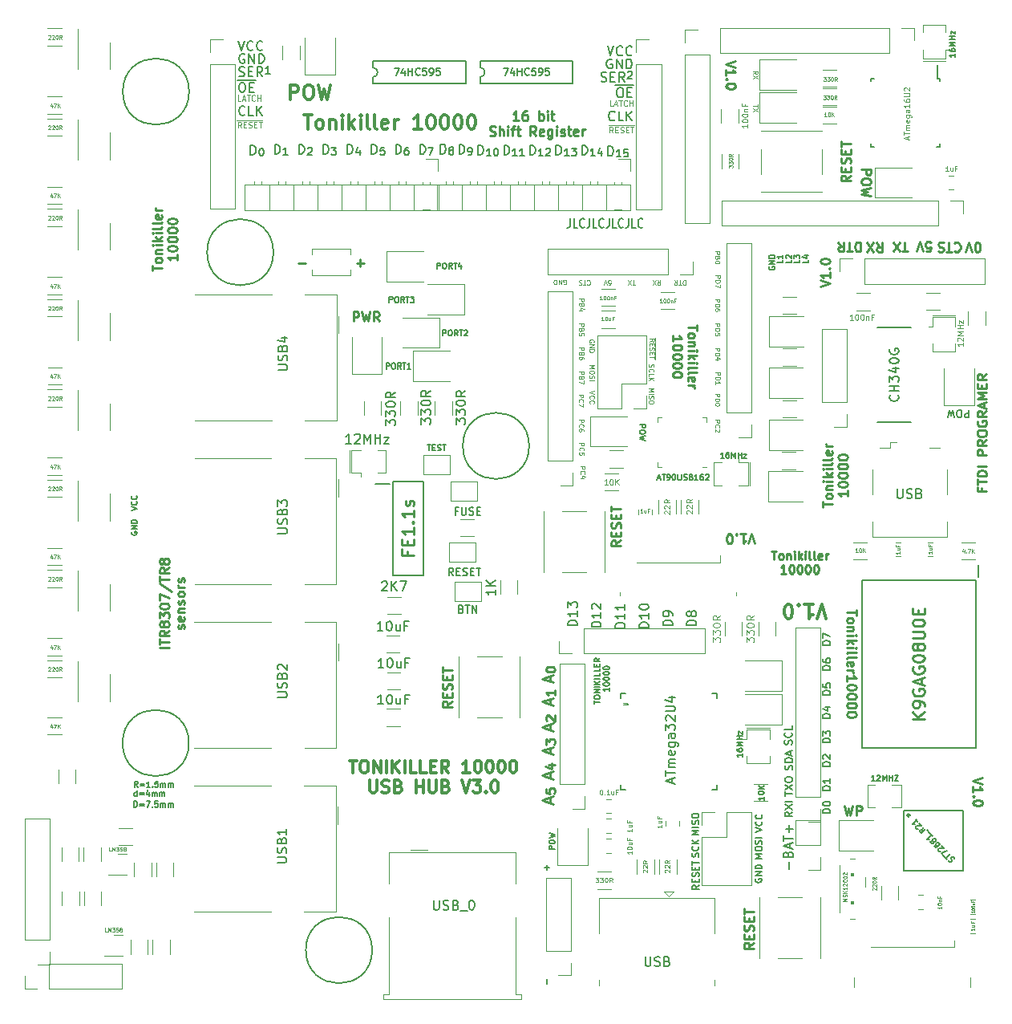
<source format=gbr>
%TF.GenerationSoftware,KiCad,Pcbnew,(6.0.5)*%
%TF.CreationDate,2023-05-31T00:43:37+03:00*%
%TF.ProjectId,JLC1,4a4c4331-2e6b-4696-9361-645f70636258,rev?*%
%TF.SameCoordinates,Original*%
%TF.FileFunction,Legend,Top*%
%TF.FilePolarity,Positive*%
%FSLAX46Y46*%
G04 Gerber Fmt 4.6, Leading zero omitted, Abs format (unit mm)*
G04 Created by KiCad (PCBNEW (6.0.5)) date 2023-05-31 00:43:37*
%MOMM*%
%LPD*%
G01*
G04 APERTURE LIST*
%ADD10C,0.200000*%
%ADD11C,0.125000*%
%ADD12C,0.150000*%
%ADD13C,0.250000*%
%ADD14C,0.240000*%
%ADD15C,0.300000*%
%ADD16C,0.375000*%
%ADD17C,0.050000*%
%ADD18C,0.225000*%
%ADD19C,0.100000*%
%ADD20C,0.254000*%
%ADD21C,0.075000*%
%ADD22C,0.120000*%
%ADD23C,0.152400*%
%ADD24C,0.203200*%
%ADD25C,0.127000*%
%ADD26C,0.425000*%
G04 APERTURE END LIST*
D10*
X140995000Y-128495000D02*
G75*
G03*
X140995000Y-128495000I-3500000J0D01*
G01*
X121670000Y-37920000D02*
G75*
G03*
X121670000Y-37920000I-3500000J0D01*
G01*
X121645000Y-106645000D02*
G75*
G03*
X121645000Y-106645000I-3500000J0D01*
G01*
X130570000Y-54870000D02*
G75*
G03*
X130570000Y-54870000I-3500000J0D01*
G01*
X157570000Y-75295000D02*
G75*
G03*
X157570000Y-75295000I-3500000J0D01*
G01*
D11*
X163943809Y-66809285D02*
X164443809Y-66809285D01*
X164086666Y-66975952D01*
X164443809Y-67142619D01*
X163943809Y-67142619D01*
X164443809Y-67475952D02*
X164443809Y-67571190D01*
X164420000Y-67618809D01*
X164372380Y-67666428D01*
X164277142Y-67690238D01*
X164110476Y-67690238D01*
X164015238Y-67666428D01*
X163967619Y-67618809D01*
X163943809Y-67571190D01*
X163943809Y-67475952D01*
X163967619Y-67428333D01*
X164015238Y-67380714D01*
X164110476Y-67356904D01*
X164277142Y-67356904D01*
X164372380Y-67380714D01*
X164420000Y-67428333D01*
X164443809Y-67475952D01*
X163967619Y-67880714D02*
X163943809Y-67952142D01*
X163943809Y-68071190D01*
X163967619Y-68118809D01*
X163991428Y-68142619D01*
X164039047Y-68166428D01*
X164086666Y-68166428D01*
X164134285Y-68142619D01*
X164158095Y-68118809D01*
X164181904Y-68071190D01*
X164205714Y-67975952D01*
X164229523Y-67928333D01*
X164253333Y-67904523D01*
X164300952Y-67880714D01*
X164348571Y-67880714D01*
X164396190Y-67904523D01*
X164420000Y-67928333D01*
X164443809Y-67975952D01*
X164443809Y-68095000D01*
X164420000Y-68166428D01*
X163943809Y-68380714D02*
X164443809Y-68380714D01*
D12*
X184378928Y-55659286D02*
X184378928Y-55945000D01*
X183778928Y-55945000D01*
X184378928Y-55145000D02*
X184378928Y-55487857D01*
X184378928Y-55316428D02*
X183778928Y-55316428D01*
X183864642Y-55373571D01*
X183921785Y-55430714D01*
X183950357Y-55487857D01*
D11*
X165940238Y-58318809D02*
X166178333Y-58318809D01*
X166202142Y-58080714D01*
X166178333Y-58104523D01*
X166130714Y-58128333D01*
X166011666Y-58128333D01*
X165964047Y-58104523D01*
X165940238Y-58080714D01*
X165916428Y-58033095D01*
X165916428Y-57914047D01*
X165940238Y-57866428D01*
X165964047Y-57842619D01*
X166011666Y-57818809D01*
X166130714Y-57818809D01*
X166178333Y-57842619D01*
X166202142Y-57866428D01*
X165773571Y-58318809D02*
X165606904Y-57818809D01*
X165440238Y-58318809D01*
D12*
X181460000Y-120972333D02*
X181426666Y-121039000D01*
X181426666Y-121139000D01*
X181460000Y-121239000D01*
X181526666Y-121305666D01*
X181593333Y-121339000D01*
X181726666Y-121372333D01*
X181826666Y-121372333D01*
X181960000Y-121339000D01*
X182026666Y-121305666D01*
X182093333Y-121239000D01*
X182126666Y-121139000D01*
X182126666Y-121072333D01*
X182093333Y-120972333D01*
X182060000Y-120939000D01*
X181826666Y-120939000D01*
X181826666Y-121072333D01*
X182126666Y-120639000D02*
X181426666Y-120639000D01*
X182126666Y-120239000D01*
X181426666Y-120239000D01*
X182126666Y-119905666D02*
X181426666Y-119905666D01*
X181426666Y-119739000D01*
X181460000Y-119639000D01*
X181526666Y-119572333D01*
X181593333Y-119539000D01*
X181726666Y-119505666D01*
X181826666Y-119505666D01*
X181960000Y-119539000D01*
X182026666Y-119572333D01*
X182093333Y-119639000D01*
X182126666Y-119739000D01*
X182126666Y-119905666D01*
D11*
X171103333Y-57818809D02*
X171270000Y-58056904D01*
X171389047Y-57818809D02*
X171389047Y-58318809D01*
X171198571Y-58318809D01*
X171150952Y-58295000D01*
X171127142Y-58271190D01*
X171103333Y-58223571D01*
X171103333Y-58152142D01*
X171127142Y-58104523D01*
X171150952Y-58080714D01*
X171198571Y-58056904D01*
X171389047Y-58056904D01*
X170936666Y-58318809D02*
X170603333Y-57818809D01*
X170603333Y-58318809D02*
X170936666Y-57818809D01*
X164395000Y-64364047D02*
X164418809Y-64316428D01*
X164418809Y-64245000D01*
X164395000Y-64173571D01*
X164347380Y-64125952D01*
X164299761Y-64102142D01*
X164204523Y-64078333D01*
X164133095Y-64078333D01*
X164037857Y-64102142D01*
X163990238Y-64125952D01*
X163942619Y-64173571D01*
X163918809Y-64245000D01*
X163918809Y-64292619D01*
X163942619Y-64364047D01*
X163966428Y-64387857D01*
X164133095Y-64387857D01*
X164133095Y-64292619D01*
X163918809Y-64602142D02*
X164418809Y-64602142D01*
X163918809Y-64887857D01*
X164418809Y-64887857D01*
X163918809Y-65125952D02*
X164418809Y-65125952D01*
X164418809Y-65245000D01*
X164395000Y-65316428D01*
X164347380Y-65364047D01*
X164299761Y-65387857D01*
X164204523Y-65411666D01*
X164133095Y-65411666D01*
X164037857Y-65387857D01*
X163990238Y-65364047D01*
X163942619Y-65316428D01*
X163918809Y-65245000D01*
X163918809Y-65125952D01*
D10*
X128157142Y-44597980D02*
X128157142Y-43597980D01*
X128395238Y-43597980D01*
X128538095Y-43645600D01*
X128633333Y-43740838D01*
X128680952Y-43836076D01*
X128728571Y-44026552D01*
X128728571Y-44169409D01*
X128680952Y-44359885D01*
X128633333Y-44455123D01*
X128538095Y-44550361D01*
X128395238Y-44597980D01*
X128157142Y-44597980D01*
X129261904Y-43907504D02*
X129338095Y-43907504D01*
X129414285Y-43945600D01*
X129452380Y-43983695D01*
X129490476Y-44059885D01*
X129528571Y-44212266D01*
X129528571Y-44402742D01*
X129490476Y-44555123D01*
X129452380Y-44631314D01*
X129414285Y-44669409D01*
X129338095Y-44707504D01*
X129261904Y-44707504D01*
X129185714Y-44669409D01*
X129147619Y-44631314D01*
X129109523Y-44555123D01*
X129071428Y-44402742D01*
X129071428Y-44212266D01*
X129109523Y-44059885D01*
X129147619Y-43983695D01*
X129185714Y-43945600D01*
X129261904Y-43907504D01*
D12*
X164448428Y-102535428D02*
X164448428Y-102192571D01*
X165048428Y-102364000D02*
X164448428Y-102364000D01*
X164448428Y-101878285D02*
X164448428Y-101764000D01*
X164477000Y-101706857D01*
X164534142Y-101649714D01*
X164648428Y-101621142D01*
X164848428Y-101621142D01*
X164962714Y-101649714D01*
X165019857Y-101706857D01*
X165048428Y-101764000D01*
X165048428Y-101878285D01*
X165019857Y-101935428D01*
X164962714Y-101992571D01*
X164848428Y-102021142D01*
X164648428Y-102021142D01*
X164534142Y-101992571D01*
X164477000Y-101935428D01*
X164448428Y-101878285D01*
X165048428Y-101364000D02*
X164448428Y-101364000D01*
X165048428Y-101021142D01*
X164448428Y-101021142D01*
X165048428Y-100735428D02*
X164448428Y-100735428D01*
X165048428Y-100449714D02*
X164448428Y-100449714D01*
X165048428Y-100106857D02*
X164705571Y-100364000D01*
X164448428Y-100106857D02*
X164791285Y-100449714D01*
X165048428Y-99849714D02*
X164448428Y-99849714D01*
X165048428Y-99278285D02*
X165048428Y-99564000D01*
X164448428Y-99564000D01*
X165048428Y-98792571D02*
X165048428Y-99078285D01*
X164448428Y-99078285D01*
X164734142Y-98592571D02*
X164734142Y-98392571D01*
X165048428Y-98306857D02*
X165048428Y-98592571D01*
X164448428Y-98592571D01*
X164448428Y-98306857D01*
X165048428Y-97706857D02*
X164762714Y-97906857D01*
X165048428Y-98049714D02*
X164448428Y-98049714D01*
X164448428Y-97821142D01*
X164477000Y-97764000D01*
X164505571Y-97735428D01*
X164562714Y-97706857D01*
X164648428Y-97706857D01*
X164705571Y-97735428D01*
X164734142Y-97764000D01*
X164762714Y-97821142D01*
X164762714Y-98049714D01*
X166014428Y-100835428D02*
X166014428Y-101178285D01*
X166014428Y-101006857D02*
X165414428Y-101006857D01*
X165500142Y-101064000D01*
X165557285Y-101121142D01*
X165585857Y-101178285D01*
X165414428Y-100464000D02*
X165414428Y-100406857D01*
X165443000Y-100349714D01*
X165471571Y-100321142D01*
X165528714Y-100292571D01*
X165643000Y-100264000D01*
X165785857Y-100264000D01*
X165900142Y-100292571D01*
X165957285Y-100321142D01*
X165985857Y-100349714D01*
X166014428Y-100406857D01*
X166014428Y-100464000D01*
X165985857Y-100521142D01*
X165957285Y-100549714D01*
X165900142Y-100578285D01*
X165785857Y-100606857D01*
X165643000Y-100606857D01*
X165528714Y-100578285D01*
X165471571Y-100549714D01*
X165443000Y-100521142D01*
X165414428Y-100464000D01*
X165414428Y-99892571D02*
X165414428Y-99835428D01*
X165443000Y-99778285D01*
X165471571Y-99749714D01*
X165528714Y-99721142D01*
X165643000Y-99692571D01*
X165785857Y-99692571D01*
X165900142Y-99721142D01*
X165957285Y-99749714D01*
X165985857Y-99778285D01*
X166014428Y-99835428D01*
X166014428Y-99892571D01*
X165985857Y-99949714D01*
X165957285Y-99978285D01*
X165900142Y-100006857D01*
X165785857Y-100035428D01*
X165643000Y-100035428D01*
X165528714Y-100006857D01*
X165471571Y-99978285D01*
X165443000Y-99949714D01*
X165414428Y-99892571D01*
X165414428Y-99321142D02*
X165414428Y-99264000D01*
X165443000Y-99206857D01*
X165471571Y-99178285D01*
X165528714Y-99149714D01*
X165643000Y-99121142D01*
X165785857Y-99121142D01*
X165900142Y-99149714D01*
X165957285Y-99178285D01*
X165985857Y-99206857D01*
X166014428Y-99264000D01*
X166014428Y-99321142D01*
X165985857Y-99378285D01*
X165957285Y-99406857D01*
X165900142Y-99435428D01*
X165785857Y-99464000D01*
X165643000Y-99464000D01*
X165528714Y-99435428D01*
X165471571Y-99406857D01*
X165443000Y-99378285D01*
X165414428Y-99321142D01*
X165414428Y-98749714D02*
X165414428Y-98692571D01*
X165443000Y-98635428D01*
X165471571Y-98606857D01*
X165528714Y-98578285D01*
X165643000Y-98549714D01*
X165785857Y-98549714D01*
X165900142Y-98578285D01*
X165957285Y-98606857D01*
X165985857Y-98635428D01*
X166014428Y-98692571D01*
X166014428Y-98749714D01*
X165985857Y-98806857D01*
X165957285Y-98835428D01*
X165900142Y-98864000D01*
X165785857Y-98892571D01*
X165643000Y-98892571D01*
X165528714Y-98864000D01*
X165471571Y-98835428D01*
X165443000Y-98806857D01*
X165414428Y-98749714D01*
X169248571Y-73055714D02*
X169848571Y-73055714D01*
X169848571Y-73284285D01*
X169820000Y-73341428D01*
X169791428Y-73370000D01*
X169734285Y-73398571D01*
X169648571Y-73398571D01*
X169591428Y-73370000D01*
X169562857Y-73341428D01*
X169534285Y-73284285D01*
X169534285Y-73055714D01*
X169848571Y-73770000D02*
X169848571Y-73884285D01*
X169820000Y-73941428D01*
X169762857Y-73998571D01*
X169648571Y-74027142D01*
X169448571Y-74027142D01*
X169334285Y-73998571D01*
X169277142Y-73941428D01*
X169248571Y-73884285D01*
X169248571Y-73770000D01*
X169277142Y-73712857D01*
X169334285Y-73655714D01*
X169448571Y-73627142D01*
X169648571Y-73627142D01*
X169762857Y-73655714D01*
X169820000Y-73712857D01*
X169848571Y-73770000D01*
X169848571Y-74227142D02*
X169248571Y-74370000D01*
X169677142Y-74484285D01*
X169248571Y-74598571D01*
X169848571Y-74741428D01*
X175476666Y-116314000D02*
X174776666Y-116314000D01*
X175276666Y-116080666D01*
X174776666Y-115847333D01*
X175476666Y-115847333D01*
X175476666Y-115514000D02*
X174776666Y-115514000D01*
X175443333Y-115214000D02*
X175476666Y-115114000D01*
X175476666Y-114947333D01*
X175443333Y-114880666D01*
X175410000Y-114847333D01*
X175343333Y-114814000D01*
X175276666Y-114814000D01*
X175210000Y-114847333D01*
X175176666Y-114880666D01*
X175143333Y-114947333D01*
X175110000Y-115080666D01*
X175076666Y-115147333D01*
X175043333Y-115180666D01*
X174976666Y-115214000D01*
X174910000Y-115214000D01*
X174843333Y-115180666D01*
X174810000Y-115147333D01*
X174776666Y-115080666D01*
X174776666Y-114914000D01*
X174810000Y-114814000D01*
X174776666Y-114380666D02*
X174776666Y-114247333D01*
X174810000Y-114180666D01*
X174876666Y-114114000D01*
X175010000Y-114080666D01*
X175243333Y-114080666D01*
X175376666Y-114114000D01*
X175443333Y-114180666D01*
X175476666Y-114247333D01*
X175476666Y-114380666D01*
X175443333Y-114447333D01*
X175376666Y-114514000D01*
X175243333Y-114547333D01*
X175010000Y-114547333D01*
X174876666Y-114514000D01*
X174810000Y-114447333D01*
X174776666Y-114380666D01*
D13*
X202477619Y-53916607D02*
X202525238Y-53868988D01*
X202668095Y-53821369D01*
X202763333Y-53821369D01*
X202906190Y-53868988D01*
X203001428Y-53964226D01*
X203049047Y-54059464D01*
X203096666Y-54249940D01*
X203096666Y-54392797D01*
X203049047Y-54583273D01*
X203001428Y-54678511D01*
X202906190Y-54773750D01*
X202763333Y-54821369D01*
X202668095Y-54821369D01*
X202525238Y-54773750D01*
X202477619Y-54726130D01*
X202191904Y-54821369D02*
X201620476Y-54821369D01*
X201906190Y-53821369D02*
X201906190Y-54821369D01*
X201334761Y-53868988D02*
X201191904Y-53821369D01*
X200953809Y-53821369D01*
X200858571Y-53868988D01*
X200810952Y-53916607D01*
X200763333Y-54011845D01*
X200763333Y-54107083D01*
X200810952Y-54202321D01*
X200858571Y-54249940D01*
X200953809Y-54297559D01*
X201144285Y-54345178D01*
X201239523Y-54392797D01*
X201287142Y-54440416D01*
X201334761Y-54535654D01*
X201334761Y-54630892D01*
X201287142Y-54726130D01*
X201239523Y-54773750D01*
X201144285Y-54821369D01*
X200906190Y-54821369D01*
X200763333Y-54773750D01*
D12*
X187041428Y-55659286D02*
X187041428Y-55945000D01*
X186441428Y-55945000D01*
X186641428Y-55202143D02*
X187041428Y-55202143D01*
X186412857Y-55345000D02*
X186841428Y-55487857D01*
X186841428Y-55116428D01*
D10*
X126841666Y-32572980D02*
X127175000Y-33572980D01*
X127508333Y-32572980D01*
X128413095Y-33477742D02*
X128365476Y-33525361D01*
X128222619Y-33572980D01*
X128127380Y-33572980D01*
X127984523Y-33525361D01*
X127889285Y-33430123D01*
X127841666Y-33334885D01*
X127794047Y-33144409D01*
X127794047Y-33001552D01*
X127841666Y-32811076D01*
X127889285Y-32715838D01*
X127984523Y-32620600D01*
X128127380Y-32572980D01*
X128222619Y-32572980D01*
X128365476Y-32620600D01*
X128413095Y-32668219D01*
X129413095Y-33477742D02*
X129365476Y-33525361D01*
X129222619Y-33572980D01*
X129127380Y-33572980D01*
X128984523Y-33525361D01*
X128889285Y-33430123D01*
X128841666Y-33334885D01*
X128794047Y-33144409D01*
X128794047Y-33001552D01*
X128841666Y-32811076D01*
X128889285Y-32715838D01*
X128984523Y-32620600D01*
X129127380Y-32572980D01*
X129222619Y-32572980D01*
X129365476Y-32620600D01*
X129413095Y-32668219D01*
X184576404Y-112233571D02*
X184576404Y-111776428D01*
X185376404Y-112005000D02*
X184576404Y-112005000D01*
X184576404Y-111585952D02*
X185376404Y-111052619D01*
X184576404Y-111052619D02*
X185376404Y-111585952D01*
X184576404Y-110595476D02*
X184576404Y-110443095D01*
X184614500Y-110366904D01*
X184690690Y-110290714D01*
X184843071Y-110252619D01*
X185109738Y-110252619D01*
X185262119Y-110290714D01*
X185338309Y-110366904D01*
X185376404Y-110443095D01*
X185376404Y-110595476D01*
X185338309Y-110671666D01*
X185262119Y-110747857D01*
X185109738Y-110785952D01*
X184843071Y-110785952D01*
X184690690Y-110747857D01*
X184614500Y-110671666D01*
X184576404Y-110595476D01*
X167676880Y-94519285D02*
X166676880Y-94519285D01*
X166676880Y-94281190D01*
X166724500Y-94138333D01*
X166819738Y-94043095D01*
X166914976Y-93995476D01*
X167105452Y-93947857D01*
X167248309Y-93947857D01*
X167438785Y-93995476D01*
X167534023Y-94043095D01*
X167629261Y-94138333D01*
X167676880Y-94281190D01*
X167676880Y-94519285D01*
X167676880Y-92995476D02*
X167676880Y-93566904D01*
X167676880Y-93281190D02*
X166676880Y-93281190D01*
X166819738Y-93376428D01*
X166914976Y-93471666D01*
X166962595Y-93566904D01*
X167676880Y-92043095D02*
X167676880Y-92614523D01*
X167676880Y-92328809D02*
X166676880Y-92328809D01*
X166819738Y-92424047D01*
X166914976Y-92519285D01*
X166962595Y-92614523D01*
X189376404Y-114045476D02*
X188576404Y-114045476D01*
X188576404Y-113855000D01*
X188614500Y-113740714D01*
X188690690Y-113664523D01*
X188766880Y-113626428D01*
X188919261Y-113588333D01*
X189033547Y-113588333D01*
X189185928Y-113626428D01*
X189262119Y-113664523D01*
X189338309Y-113740714D01*
X189376404Y-113855000D01*
X189376404Y-114045476D01*
X188576404Y-113093095D02*
X188576404Y-113016904D01*
X188614500Y-112940714D01*
X188652595Y-112902619D01*
X188728785Y-112864523D01*
X188881166Y-112826428D01*
X189071642Y-112826428D01*
X189224023Y-112864523D01*
X189300214Y-112902619D01*
X189338309Y-112940714D01*
X189376404Y-113016904D01*
X189376404Y-113093095D01*
X189338309Y-113169285D01*
X189300214Y-113207380D01*
X189224023Y-113245476D01*
X189071642Y-113283571D01*
X188881166Y-113283571D01*
X188728785Y-113245476D01*
X188652595Y-113207380D01*
X188614500Y-113169285D01*
X188576404Y-113093095D01*
D12*
X186153928Y-55659286D02*
X186153928Y-55945000D01*
X185553928Y-55945000D01*
X185553928Y-55516428D02*
X185553928Y-55145000D01*
X185782500Y-55345000D01*
X185782500Y-55259286D01*
X185811071Y-55202143D01*
X185839642Y-55173571D01*
X185896785Y-55145000D01*
X186039642Y-55145000D01*
X186096785Y-55173571D01*
X186125357Y-55202143D01*
X186153928Y-55259286D01*
X186153928Y-55430714D01*
X186125357Y-55487857D01*
X186096785Y-55516428D01*
D14*
X159810000Y-105269257D02*
X159810000Y-104697828D01*
X160152857Y-105383542D02*
X158952857Y-104983542D01*
X160152857Y-104583542D01*
X159415714Y-104286400D02*
X159370000Y-104240685D01*
X159324285Y-104149257D01*
X159324285Y-103920685D01*
X159370000Y-103829257D01*
X159415714Y-103783542D01*
X159507142Y-103737828D01*
X159598571Y-103737828D01*
X159735714Y-103783542D01*
X160284285Y-104332114D01*
X160284285Y-103737828D01*
D11*
X162843809Y-67450952D02*
X163343809Y-67450952D01*
X163343809Y-67641428D01*
X163320000Y-67689047D01*
X163296190Y-67712857D01*
X163248571Y-67736666D01*
X163177142Y-67736666D01*
X163129523Y-67712857D01*
X163105714Y-67689047D01*
X163081904Y-67641428D01*
X163081904Y-67450952D01*
X163105714Y-68117619D02*
X163081904Y-68189047D01*
X163058095Y-68212857D01*
X163010476Y-68236666D01*
X162939047Y-68236666D01*
X162891428Y-68212857D01*
X162867619Y-68189047D01*
X162843809Y-68141428D01*
X162843809Y-67950952D01*
X163343809Y-67950952D01*
X163343809Y-68117619D01*
X163320000Y-68165238D01*
X163296190Y-68189047D01*
X163248571Y-68212857D01*
X163200952Y-68212857D01*
X163153333Y-68189047D01*
X163129523Y-68165238D01*
X163105714Y-68117619D01*
X163105714Y-67950952D01*
X163343809Y-68403333D02*
X163343809Y-68736666D01*
X162843809Y-68522380D01*
X163693809Y-57866428D02*
X163717619Y-57842619D01*
X163789047Y-57818809D01*
X163836666Y-57818809D01*
X163908095Y-57842619D01*
X163955714Y-57890238D01*
X163979523Y-57937857D01*
X164003333Y-58033095D01*
X164003333Y-58104523D01*
X163979523Y-58199761D01*
X163955714Y-58247380D01*
X163908095Y-58295000D01*
X163836666Y-58318809D01*
X163789047Y-58318809D01*
X163717619Y-58295000D01*
X163693809Y-58271190D01*
X163550952Y-58318809D02*
X163265238Y-58318809D01*
X163408095Y-57818809D02*
X163408095Y-58318809D01*
X163122380Y-57842619D02*
X163050952Y-57818809D01*
X162931904Y-57818809D01*
X162884285Y-57842619D01*
X162860476Y-57866428D01*
X162836666Y-57914047D01*
X162836666Y-57961666D01*
X162860476Y-58009285D01*
X162884285Y-58033095D01*
X162931904Y-58056904D01*
X163027142Y-58080714D01*
X163074761Y-58104523D01*
X163098571Y-58128333D01*
X163122380Y-58175952D01*
X163122380Y-58223571D01*
X163098571Y-58271190D01*
X163074761Y-58295000D01*
X163027142Y-58318809D01*
X162908095Y-58318809D01*
X162836666Y-58295000D01*
D13*
X119567380Y-96586666D02*
X118567380Y-96586666D01*
X118567380Y-96253333D02*
X118567380Y-95681904D01*
X119567380Y-95967619D02*
X118567380Y-95967619D01*
X119567380Y-94777142D02*
X119091190Y-95110476D01*
X119567380Y-95348571D02*
X118567380Y-95348571D01*
X118567380Y-94967619D01*
X118615000Y-94872380D01*
X118662619Y-94824761D01*
X118757857Y-94777142D01*
X118900714Y-94777142D01*
X118995952Y-94824761D01*
X119043571Y-94872380D01*
X119091190Y-94967619D01*
X119091190Y-95348571D01*
X118995952Y-94205714D02*
X118948333Y-94300952D01*
X118900714Y-94348571D01*
X118805476Y-94396190D01*
X118757857Y-94396190D01*
X118662619Y-94348571D01*
X118615000Y-94300952D01*
X118567380Y-94205714D01*
X118567380Y-94015238D01*
X118615000Y-93920000D01*
X118662619Y-93872380D01*
X118757857Y-93824761D01*
X118805476Y-93824761D01*
X118900714Y-93872380D01*
X118948333Y-93920000D01*
X118995952Y-94015238D01*
X118995952Y-94205714D01*
X119043571Y-94300952D01*
X119091190Y-94348571D01*
X119186428Y-94396190D01*
X119376904Y-94396190D01*
X119472142Y-94348571D01*
X119519761Y-94300952D01*
X119567380Y-94205714D01*
X119567380Y-94015238D01*
X119519761Y-93920000D01*
X119472142Y-93872380D01*
X119376904Y-93824761D01*
X119186428Y-93824761D01*
X119091190Y-93872380D01*
X119043571Y-93920000D01*
X118995952Y-94015238D01*
X118567380Y-93491428D02*
X118567380Y-92872380D01*
X118948333Y-93205714D01*
X118948333Y-93062857D01*
X118995952Y-92967619D01*
X119043571Y-92920000D01*
X119138809Y-92872380D01*
X119376904Y-92872380D01*
X119472142Y-92920000D01*
X119519761Y-92967619D01*
X119567380Y-93062857D01*
X119567380Y-93348571D01*
X119519761Y-93443809D01*
X119472142Y-93491428D01*
X118567380Y-92253333D02*
X118567380Y-92158095D01*
X118615000Y-92062857D01*
X118662619Y-92015238D01*
X118757857Y-91967619D01*
X118948333Y-91920000D01*
X119186428Y-91920000D01*
X119376904Y-91967619D01*
X119472142Y-92015238D01*
X119519761Y-92062857D01*
X119567380Y-92158095D01*
X119567380Y-92253333D01*
X119519761Y-92348571D01*
X119472142Y-92396190D01*
X119376904Y-92443809D01*
X119186428Y-92491428D01*
X118948333Y-92491428D01*
X118757857Y-92443809D01*
X118662619Y-92396190D01*
X118615000Y-92348571D01*
X118567380Y-92253333D01*
X118567380Y-91586666D02*
X118567380Y-90920000D01*
X119567380Y-91348571D01*
X118519761Y-89824761D02*
X119805476Y-90681904D01*
X118567380Y-89634285D02*
X118567380Y-89062857D01*
X119567380Y-89348571D02*
X118567380Y-89348571D01*
X119567380Y-88158095D02*
X119091190Y-88491428D01*
X119567380Y-88729523D02*
X118567380Y-88729523D01*
X118567380Y-88348571D01*
X118615000Y-88253333D01*
X118662619Y-88205714D01*
X118757857Y-88158095D01*
X118900714Y-88158095D01*
X118995952Y-88205714D01*
X119043571Y-88253333D01*
X119091190Y-88348571D01*
X119091190Y-88729523D01*
X118995952Y-87586666D02*
X118948333Y-87681904D01*
X118900714Y-87729523D01*
X118805476Y-87777142D01*
X118757857Y-87777142D01*
X118662619Y-87729523D01*
X118615000Y-87681904D01*
X118567380Y-87586666D01*
X118567380Y-87396190D01*
X118615000Y-87300952D01*
X118662619Y-87253333D01*
X118757857Y-87205714D01*
X118805476Y-87205714D01*
X118900714Y-87253333D01*
X118948333Y-87300952D01*
X118995952Y-87396190D01*
X118995952Y-87586666D01*
X119043571Y-87681904D01*
X119091190Y-87729523D01*
X119186428Y-87777142D01*
X119376904Y-87777142D01*
X119472142Y-87729523D01*
X119519761Y-87681904D01*
X119567380Y-87586666D01*
X119567380Y-87396190D01*
X119519761Y-87300952D01*
X119472142Y-87253333D01*
X119376904Y-87205714D01*
X119186428Y-87205714D01*
X119091190Y-87253333D01*
X119043571Y-87300952D01*
X118995952Y-87396190D01*
X121129761Y-94586666D02*
X121177380Y-94491428D01*
X121177380Y-94300952D01*
X121129761Y-94205714D01*
X121034523Y-94158095D01*
X120986904Y-94158095D01*
X120891666Y-94205714D01*
X120844047Y-94300952D01*
X120844047Y-94443809D01*
X120796428Y-94539047D01*
X120701190Y-94586666D01*
X120653571Y-94586666D01*
X120558333Y-94539047D01*
X120510714Y-94443809D01*
X120510714Y-94300952D01*
X120558333Y-94205714D01*
X121129761Y-93348571D02*
X121177380Y-93443809D01*
X121177380Y-93634285D01*
X121129761Y-93729523D01*
X121034523Y-93777142D01*
X120653571Y-93777142D01*
X120558333Y-93729523D01*
X120510714Y-93634285D01*
X120510714Y-93443809D01*
X120558333Y-93348571D01*
X120653571Y-93300952D01*
X120748809Y-93300952D01*
X120844047Y-93777142D01*
X120510714Y-92872380D02*
X121177380Y-92872380D01*
X120605952Y-92872380D02*
X120558333Y-92824761D01*
X120510714Y-92729523D01*
X120510714Y-92586666D01*
X120558333Y-92491428D01*
X120653571Y-92443809D01*
X121177380Y-92443809D01*
X121129761Y-92015238D02*
X121177380Y-91920000D01*
X121177380Y-91729523D01*
X121129761Y-91634285D01*
X121034523Y-91586666D01*
X120986904Y-91586666D01*
X120891666Y-91634285D01*
X120844047Y-91729523D01*
X120844047Y-91872380D01*
X120796428Y-91967619D01*
X120701190Y-92015238D01*
X120653571Y-92015238D01*
X120558333Y-91967619D01*
X120510714Y-91872380D01*
X120510714Y-91729523D01*
X120558333Y-91634285D01*
X121177380Y-91015238D02*
X121129761Y-91110476D01*
X121082142Y-91158095D01*
X120986904Y-91205714D01*
X120701190Y-91205714D01*
X120605952Y-91158095D01*
X120558333Y-91110476D01*
X120510714Y-91015238D01*
X120510714Y-90872380D01*
X120558333Y-90777142D01*
X120605952Y-90729523D01*
X120701190Y-90681904D01*
X120986904Y-90681904D01*
X121082142Y-90729523D01*
X121129761Y-90777142D01*
X121177380Y-90872380D01*
X121177380Y-91015238D01*
X121177380Y-90253333D02*
X120510714Y-90253333D01*
X120701190Y-90253333D02*
X120605952Y-90205714D01*
X120558333Y-90158095D01*
X120510714Y-90062857D01*
X120510714Y-89967619D01*
X121129761Y-89681904D02*
X121177380Y-89586666D01*
X121177380Y-89396190D01*
X121129761Y-89300952D01*
X121034523Y-89253333D01*
X120986904Y-89253333D01*
X120891666Y-89300952D01*
X120844047Y-89396190D01*
X120844047Y-89539047D01*
X120796428Y-89634285D01*
X120701190Y-89681904D01*
X120653571Y-89681904D01*
X120558333Y-89634285D01*
X120510714Y-89539047D01*
X120510714Y-89396190D01*
X120558333Y-89300952D01*
D10*
X148207142Y-44472980D02*
X148207142Y-43472980D01*
X148445238Y-43472980D01*
X148588095Y-43520600D01*
X148683333Y-43615838D01*
X148730952Y-43711076D01*
X148778571Y-43901552D01*
X148778571Y-44044409D01*
X148730952Y-44234885D01*
X148683333Y-44330123D01*
X148588095Y-44425361D01*
X148445238Y-44472980D01*
X148207142Y-44472980D01*
X149273809Y-44125361D02*
X149197619Y-44087266D01*
X149159523Y-44049171D01*
X149121428Y-43972980D01*
X149121428Y-43934885D01*
X149159523Y-43858695D01*
X149197619Y-43820600D01*
X149273809Y-43782504D01*
X149426190Y-43782504D01*
X149502380Y-43820600D01*
X149540476Y-43858695D01*
X149578571Y-43934885D01*
X149578571Y-43972980D01*
X149540476Y-44049171D01*
X149502380Y-44087266D01*
X149426190Y-44125361D01*
X149273809Y-44125361D01*
X149197619Y-44163457D01*
X149159523Y-44201552D01*
X149121428Y-44277742D01*
X149121428Y-44430123D01*
X149159523Y-44506314D01*
X149197619Y-44544409D01*
X149273809Y-44582504D01*
X149426190Y-44582504D01*
X149502380Y-44544409D01*
X149540476Y-44506314D01*
X149578571Y-44430123D01*
X149578571Y-44277742D01*
X149540476Y-44201552D01*
X149502380Y-44163457D01*
X149426190Y-44125361D01*
X165175000Y-36824027D02*
X165317857Y-36871646D01*
X165555952Y-36871646D01*
X165651190Y-36824027D01*
X165698809Y-36776408D01*
X165746428Y-36681170D01*
X165746428Y-36585932D01*
X165698809Y-36490694D01*
X165651190Y-36443075D01*
X165555952Y-36395456D01*
X165365476Y-36347837D01*
X165270238Y-36300218D01*
X165222619Y-36252599D01*
X165175000Y-36157361D01*
X165175000Y-36062123D01*
X165222619Y-35966885D01*
X165270238Y-35919266D01*
X165365476Y-35871646D01*
X165603571Y-35871646D01*
X165746428Y-35919266D01*
X166175000Y-36347837D02*
X166508333Y-36347837D01*
X166651190Y-36871646D02*
X166175000Y-36871646D01*
X166175000Y-35871646D01*
X166651190Y-35871646D01*
X167651190Y-36871646D02*
X167317857Y-36395456D01*
X167079762Y-36871646D02*
X167079762Y-35871646D01*
X167460714Y-35871646D01*
X167555952Y-35919266D01*
X167603571Y-35966885D01*
X167651190Y-36062123D01*
X167651190Y-36204980D01*
X167603571Y-36300218D01*
X167555952Y-36347837D01*
X167460714Y-36395456D01*
X167079762Y-36395456D01*
X167994048Y-35857361D02*
X168032143Y-35819266D01*
X168108333Y-35781170D01*
X168298809Y-35781170D01*
X168375000Y-35819266D01*
X168413095Y-35857361D01*
X168451190Y-35933551D01*
X168451190Y-36009742D01*
X168413095Y-36124027D01*
X167955952Y-36581170D01*
X168451190Y-36581170D01*
D11*
X168775952Y-58293809D02*
X168490238Y-58293809D01*
X168633095Y-57793809D02*
X168633095Y-58293809D01*
X168371190Y-58293809D02*
X168037857Y-57793809D01*
X168037857Y-58293809D02*
X168371190Y-57793809D01*
X164443809Y-69528333D02*
X163943809Y-69695000D01*
X164443809Y-69861666D01*
X163991428Y-70314047D02*
X163967619Y-70290238D01*
X163943809Y-70218809D01*
X163943809Y-70171190D01*
X163967619Y-70099761D01*
X164015238Y-70052142D01*
X164062857Y-70028333D01*
X164158095Y-70004523D01*
X164229523Y-70004523D01*
X164324761Y-70028333D01*
X164372380Y-70052142D01*
X164420000Y-70099761D01*
X164443809Y-70171190D01*
X164443809Y-70218809D01*
X164420000Y-70290238D01*
X164396190Y-70314047D01*
X163991428Y-70814047D02*
X163967619Y-70790238D01*
X163943809Y-70718809D01*
X163943809Y-70671190D01*
X163967619Y-70599761D01*
X164015238Y-70552142D01*
X164062857Y-70528333D01*
X164158095Y-70504523D01*
X164229523Y-70504523D01*
X164324761Y-70528333D01*
X164372380Y-70552142D01*
X164420000Y-70599761D01*
X164443809Y-70671190D01*
X164443809Y-70718809D01*
X164420000Y-70790238D01*
X164396190Y-70814047D01*
D10*
X165841666Y-33122980D02*
X166175000Y-34122980D01*
X166508333Y-33122980D01*
X167413095Y-34027742D02*
X167365476Y-34075361D01*
X167222619Y-34122980D01*
X167127380Y-34122980D01*
X166984523Y-34075361D01*
X166889285Y-33980123D01*
X166841666Y-33884885D01*
X166794047Y-33694409D01*
X166794047Y-33551552D01*
X166841666Y-33361076D01*
X166889285Y-33265838D01*
X166984523Y-33170600D01*
X167127380Y-33122980D01*
X167222619Y-33122980D01*
X167365476Y-33170600D01*
X167413095Y-33218219D01*
X168413095Y-34027742D02*
X168365476Y-34075361D01*
X168222619Y-34122980D01*
X168127380Y-34122980D01*
X167984523Y-34075361D01*
X167889285Y-33980123D01*
X167841666Y-33884885D01*
X167794047Y-33694409D01*
X167794047Y-33551552D01*
X167841666Y-33361076D01*
X167889285Y-33265838D01*
X167984523Y-33170600D01*
X168127380Y-33122980D01*
X168222619Y-33122980D01*
X168365476Y-33170600D01*
X168413095Y-33218219D01*
X189376404Y-111645476D02*
X188576404Y-111645476D01*
X188576404Y-111455000D01*
X188614500Y-111340714D01*
X188690690Y-111264523D01*
X188766880Y-111226428D01*
X188919261Y-111188333D01*
X189033547Y-111188333D01*
X189185928Y-111226428D01*
X189262119Y-111264523D01*
X189338309Y-111340714D01*
X189376404Y-111455000D01*
X189376404Y-111645476D01*
X189376404Y-110426428D02*
X189376404Y-110883571D01*
X189376404Y-110655000D02*
X188576404Y-110655000D01*
X188690690Y-110731190D01*
X188766880Y-110807380D01*
X188804976Y-110883571D01*
D11*
X161200952Y-58245000D02*
X161248571Y-58268809D01*
X161320000Y-58268809D01*
X161391428Y-58245000D01*
X161439047Y-58197380D01*
X161462857Y-58149761D01*
X161486666Y-58054523D01*
X161486666Y-57983095D01*
X161462857Y-57887857D01*
X161439047Y-57840238D01*
X161391428Y-57792619D01*
X161320000Y-57768809D01*
X161272380Y-57768809D01*
X161200952Y-57792619D01*
X161177142Y-57816428D01*
X161177142Y-57983095D01*
X161272380Y-57983095D01*
X160962857Y-57768809D02*
X160962857Y-58268809D01*
X160677142Y-57768809D01*
X160677142Y-58268809D01*
X160439047Y-57768809D02*
X160439047Y-58268809D01*
X160320000Y-58268809D01*
X160248571Y-58245000D01*
X160200952Y-58197380D01*
X160177142Y-58149761D01*
X160153333Y-58054523D01*
X160153333Y-57983095D01*
X160177142Y-57887857D01*
X160200952Y-57840238D01*
X160248571Y-57792619D01*
X160320000Y-57768809D01*
X160439047Y-57768809D01*
D12*
X175443333Y-118664000D02*
X175476666Y-118564000D01*
X175476666Y-118397333D01*
X175443333Y-118330666D01*
X175410000Y-118297333D01*
X175343333Y-118264000D01*
X175276666Y-118264000D01*
X175210000Y-118297333D01*
X175176666Y-118330666D01*
X175143333Y-118397333D01*
X175110000Y-118530666D01*
X175076666Y-118597333D01*
X175043333Y-118630666D01*
X174976666Y-118664000D01*
X174910000Y-118664000D01*
X174843333Y-118630666D01*
X174810000Y-118597333D01*
X174776666Y-118530666D01*
X174776666Y-118364000D01*
X174810000Y-118264000D01*
X175410000Y-117564000D02*
X175443333Y-117597333D01*
X175476666Y-117697333D01*
X175476666Y-117764000D01*
X175443333Y-117864000D01*
X175376666Y-117930666D01*
X175310000Y-117964000D01*
X175176666Y-117997333D01*
X175076666Y-117997333D01*
X174943333Y-117964000D01*
X174876666Y-117930666D01*
X174810000Y-117864000D01*
X174776666Y-117764000D01*
X174776666Y-117697333D01*
X174810000Y-117597333D01*
X174843333Y-117564000D01*
X175476666Y-117264000D02*
X174776666Y-117264000D01*
X175476666Y-116864000D02*
X175076666Y-117164000D01*
X174776666Y-116864000D02*
X175176666Y-117264000D01*
D10*
X166651190Y-37240600D02*
X167698809Y-37240600D01*
X167079761Y-37522980D02*
X167270238Y-37522980D01*
X167365476Y-37570600D01*
X167460714Y-37665838D01*
X167508333Y-37856314D01*
X167508333Y-38189647D01*
X167460714Y-38380123D01*
X167365476Y-38475361D01*
X167270238Y-38522980D01*
X167079761Y-38522980D01*
X166984523Y-38475361D01*
X166889285Y-38380123D01*
X166841666Y-38189647D01*
X166841666Y-37856314D01*
X166889285Y-37665838D01*
X166984523Y-37570600D01*
X167079761Y-37522980D01*
X167698809Y-37240600D02*
X168603571Y-37240600D01*
X167936904Y-37999171D02*
X168270238Y-37999171D01*
X168413095Y-38522980D02*
X167936904Y-38522980D01*
X167936904Y-37522980D01*
X168413095Y-37522980D01*
X175221880Y-94243095D02*
X174221880Y-94243095D01*
X174221880Y-94005000D01*
X174269500Y-93862142D01*
X174364738Y-93766904D01*
X174459976Y-93719285D01*
X174650452Y-93671666D01*
X174793309Y-93671666D01*
X174983785Y-93719285D01*
X175079023Y-93766904D01*
X175174261Y-93862142D01*
X175221880Y-94005000D01*
X175221880Y-94243095D01*
X174650452Y-93100238D02*
X174602833Y-93195476D01*
X174555214Y-93243095D01*
X174459976Y-93290714D01*
X174412357Y-93290714D01*
X174317119Y-93243095D01*
X174269500Y-93195476D01*
X174221880Y-93100238D01*
X174221880Y-92909761D01*
X174269500Y-92814523D01*
X174317119Y-92766904D01*
X174412357Y-92719285D01*
X174459976Y-92719285D01*
X174555214Y-92766904D01*
X174602833Y-92814523D01*
X174650452Y-92909761D01*
X174650452Y-93100238D01*
X174698071Y-93195476D01*
X174745690Y-93243095D01*
X174840928Y-93290714D01*
X175031404Y-93290714D01*
X175126642Y-93243095D01*
X175174261Y-93195476D01*
X175221880Y-93100238D01*
X175221880Y-92909761D01*
X175174261Y-92814523D01*
X175126642Y-92766904D01*
X175031404Y-92719285D01*
X174840928Y-92719285D01*
X174745690Y-92766904D01*
X174698071Y-92814523D01*
X174650452Y-92909761D01*
X165161880Y-94419285D02*
X164161880Y-94419285D01*
X164161880Y-94181190D01*
X164209500Y-94038333D01*
X164304738Y-93943095D01*
X164399976Y-93895476D01*
X164590452Y-93847857D01*
X164733309Y-93847857D01*
X164923785Y-93895476D01*
X165019023Y-93943095D01*
X165114261Y-94038333D01*
X165161880Y-94181190D01*
X165161880Y-94419285D01*
X165161880Y-92895476D02*
X165161880Y-93466904D01*
X165161880Y-93181190D02*
X164161880Y-93181190D01*
X164304738Y-93276428D01*
X164399976Y-93371666D01*
X164447595Y-93466904D01*
X164257119Y-92514523D02*
X164209500Y-92466904D01*
X164161880Y-92371666D01*
X164161880Y-92133571D01*
X164209500Y-92038333D01*
X164257119Y-91990714D01*
X164352357Y-91943095D01*
X164447595Y-91943095D01*
X164590452Y-91990714D01*
X165161880Y-92562142D01*
X165161880Y-91943095D01*
D15*
X132364285Y-38724171D02*
X132364285Y-37224171D01*
X132935714Y-37224171D01*
X133078571Y-37295600D01*
X133150000Y-37367028D01*
X133221428Y-37509885D01*
X133221428Y-37724171D01*
X133150000Y-37867028D01*
X133078571Y-37938457D01*
X132935714Y-38009885D01*
X132364285Y-38009885D01*
X134150000Y-37224171D02*
X134435714Y-37224171D01*
X134578571Y-37295600D01*
X134721428Y-37438457D01*
X134792857Y-37724171D01*
X134792857Y-38224171D01*
X134721428Y-38509885D01*
X134578571Y-38652742D01*
X134435714Y-38724171D01*
X134150000Y-38724171D01*
X134007142Y-38652742D01*
X133864285Y-38509885D01*
X133792857Y-38224171D01*
X133792857Y-37724171D01*
X133864285Y-37438457D01*
X134007142Y-37295600D01*
X134150000Y-37224171D01*
X135292857Y-37224171D02*
X135650000Y-38724171D01*
X135935714Y-37652742D01*
X136221428Y-38724171D01*
X136578571Y-37224171D01*
D16*
X188950214Y-93501428D02*
X188450214Y-92001428D01*
X187950214Y-93501428D01*
X186664500Y-92001428D02*
X187521642Y-92001428D01*
X187093071Y-92001428D02*
X187093071Y-93501428D01*
X187235928Y-93287142D01*
X187378785Y-93144285D01*
X187521642Y-93072857D01*
X186021642Y-92144285D02*
X185950214Y-92072857D01*
X186021642Y-92001428D01*
X186093071Y-92072857D01*
X186021642Y-92144285D01*
X186021642Y-92001428D01*
X185021642Y-93501428D02*
X184878785Y-93501428D01*
X184735928Y-93430000D01*
X184664500Y-93358571D01*
X184593071Y-93215714D01*
X184521642Y-92930000D01*
X184521642Y-92572857D01*
X184593071Y-92287142D01*
X184664500Y-92144285D01*
X184735928Y-92072857D01*
X184878785Y-92001428D01*
X185021642Y-92001428D01*
X185164500Y-92072857D01*
X185235928Y-92144285D01*
X185307357Y-92287142D01*
X185378785Y-92572857D01*
X185378785Y-92930000D01*
X185307357Y-93215714D01*
X185235928Y-93358571D01*
X185164500Y-93430000D01*
X185021642Y-93501428D01*
D10*
X126746428Y-36690600D02*
X127794047Y-36690600D01*
X127174999Y-36972980D02*
X127365476Y-36972980D01*
X127460714Y-37020600D01*
X127555952Y-37115838D01*
X127603571Y-37306314D01*
X127603571Y-37639647D01*
X127555952Y-37830123D01*
X127460714Y-37925361D01*
X127365476Y-37972980D01*
X127174999Y-37972980D01*
X127079761Y-37925361D01*
X126984523Y-37830123D01*
X126936904Y-37639647D01*
X126936904Y-37306314D01*
X126984523Y-37115838D01*
X127079761Y-37020600D01*
X127174999Y-36972980D01*
X127794047Y-36690600D02*
X128698809Y-36690600D01*
X128032142Y-37449171D02*
X128365476Y-37449171D01*
X128508333Y-37972980D02*
X128032142Y-37972980D01*
X128032142Y-36972980D01*
X128508333Y-36972980D01*
D13*
X192547857Y-53796369D02*
X192547857Y-54796369D01*
X192309761Y-54796369D01*
X192166904Y-54748750D01*
X192071666Y-54653511D01*
X192024047Y-54558273D01*
X191976428Y-54367797D01*
X191976428Y-54224940D01*
X192024047Y-54034464D01*
X192071666Y-53939226D01*
X192166904Y-53843988D01*
X192309761Y-53796369D01*
X192547857Y-53796369D01*
X191690714Y-54796369D02*
X191119285Y-54796369D01*
X191405000Y-53796369D02*
X191405000Y-54796369D01*
X190214523Y-53796369D02*
X190547857Y-54272559D01*
X190785952Y-53796369D02*
X190785952Y-54796369D01*
X190405000Y-54796369D01*
X190309761Y-54748750D01*
X190262142Y-54701130D01*
X190214523Y-54605892D01*
X190214523Y-54463035D01*
X190262142Y-54367797D01*
X190309761Y-54320178D01*
X190405000Y-54272559D01*
X190785952Y-54272559D01*
D11*
X162843809Y-64925952D02*
X163343809Y-64925952D01*
X163343809Y-65116428D01*
X163320000Y-65164047D01*
X163296190Y-65187857D01*
X163248571Y-65211666D01*
X163177142Y-65211666D01*
X163129523Y-65187857D01*
X163105714Y-65164047D01*
X163081904Y-65116428D01*
X163081904Y-64925952D01*
X163105714Y-65592619D02*
X163081904Y-65664047D01*
X163058095Y-65687857D01*
X163010476Y-65711666D01*
X162939047Y-65711666D01*
X162891428Y-65687857D01*
X162867619Y-65664047D01*
X162843809Y-65616428D01*
X162843809Y-65425952D01*
X163343809Y-65425952D01*
X163343809Y-65592619D01*
X163320000Y-65640238D01*
X163296190Y-65664047D01*
X163248571Y-65687857D01*
X163200952Y-65687857D01*
X163153333Y-65664047D01*
X163129523Y-65640238D01*
X163105714Y-65592619D01*
X163105714Y-65425952D01*
X163343809Y-66140238D02*
X163343809Y-66045000D01*
X163320000Y-65997380D01*
X163296190Y-65973571D01*
X163224761Y-65925952D01*
X163129523Y-65902142D01*
X162939047Y-65902142D01*
X162891428Y-65925952D01*
X162867619Y-65949761D01*
X162843809Y-65997380D01*
X162843809Y-66092619D01*
X162867619Y-66140238D01*
X162891428Y-66164047D01*
X162939047Y-66187857D01*
X163058095Y-66187857D01*
X163105714Y-66164047D01*
X163129523Y-66140238D01*
X163153333Y-66092619D01*
X163153333Y-65997380D01*
X163129523Y-65949761D01*
X163105714Y-65925952D01*
X163058095Y-65902142D01*
D10*
X170191880Y-94469285D02*
X169191880Y-94469285D01*
X169191880Y-94231190D01*
X169239500Y-94088333D01*
X169334738Y-93993095D01*
X169429976Y-93945476D01*
X169620452Y-93897857D01*
X169763309Y-93897857D01*
X169953785Y-93945476D01*
X170049023Y-93993095D01*
X170144261Y-94088333D01*
X170191880Y-94231190D01*
X170191880Y-94469285D01*
X170191880Y-92945476D02*
X170191880Y-93516904D01*
X170191880Y-93231190D02*
X169191880Y-93231190D01*
X169334738Y-93326428D01*
X169429976Y-93421666D01*
X169477595Y-93516904D01*
X169191880Y-92326428D02*
X169191880Y-92231190D01*
X169239500Y-92135952D01*
X169287119Y-92088333D01*
X169382357Y-92040714D01*
X169572833Y-91993095D01*
X169810928Y-91993095D01*
X170001404Y-92040714D01*
X170096642Y-92088333D01*
X170144261Y-92135952D01*
X170191880Y-92231190D01*
X170191880Y-92326428D01*
X170144261Y-92421666D01*
X170096642Y-92469285D01*
X170001404Y-92516904D01*
X169810928Y-92564523D01*
X169572833Y-92564523D01*
X169382357Y-92516904D01*
X169287119Y-92469285D01*
X169239500Y-92421666D01*
X169191880Y-92326428D01*
X189376404Y-103995476D02*
X188576404Y-103995476D01*
X188576404Y-103805000D01*
X188614500Y-103690714D01*
X188690690Y-103614523D01*
X188766880Y-103576428D01*
X188919261Y-103538333D01*
X189033547Y-103538333D01*
X189185928Y-103576428D01*
X189262119Y-103614523D01*
X189338309Y-103690714D01*
X189376404Y-103805000D01*
X189376404Y-103995476D01*
X188843071Y-102852619D02*
X189376404Y-102852619D01*
X188538309Y-103043095D02*
X189109738Y-103233571D01*
X189109738Y-102738333D01*
D11*
X162818809Y-72525952D02*
X163318809Y-72525952D01*
X163318809Y-72716428D01*
X163295000Y-72764047D01*
X163271190Y-72787857D01*
X163223571Y-72811666D01*
X163152142Y-72811666D01*
X163104523Y-72787857D01*
X163080714Y-72764047D01*
X163056904Y-72716428D01*
X163056904Y-72525952D01*
X162866428Y-73311666D02*
X162842619Y-73287857D01*
X162818809Y-73216428D01*
X162818809Y-73168809D01*
X162842619Y-73097380D01*
X162890238Y-73049761D01*
X162937857Y-73025952D01*
X163033095Y-73002142D01*
X163104523Y-73002142D01*
X163199761Y-73025952D01*
X163247380Y-73049761D01*
X163295000Y-73097380D01*
X163318809Y-73168809D01*
X163318809Y-73216428D01*
X163295000Y-73287857D01*
X163271190Y-73311666D01*
X163318809Y-73740238D02*
X163318809Y-73645000D01*
X163295000Y-73597380D01*
X163271190Y-73573571D01*
X163199761Y-73525952D01*
X163104523Y-73502142D01*
X162914047Y-73502142D01*
X162866428Y-73525952D01*
X162842619Y-73549761D01*
X162818809Y-73597380D01*
X162818809Y-73692619D01*
X162842619Y-73740238D01*
X162866428Y-73764047D01*
X162914047Y-73787857D01*
X163033095Y-73787857D01*
X163080714Y-73764047D01*
X163104523Y-73740238D01*
X163128333Y-73692619D01*
X163128333Y-73597380D01*
X163104523Y-73549761D01*
X163080714Y-73525952D01*
X163033095Y-73502142D01*
D10*
X185376404Y-113928809D02*
X184995452Y-114195476D01*
X185376404Y-114385952D02*
X184576404Y-114385952D01*
X184576404Y-114081190D01*
X184614500Y-114005000D01*
X184652595Y-113966904D01*
X184728785Y-113928809D01*
X184843071Y-113928809D01*
X184919261Y-113966904D01*
X184957357Y-114005000D01*
X184995452Y-114081190D01*
X184995452Y-114385952D01*
X184576404Y-113662142D02*
X185376404Y-113128809D01*
X184576404Y-113128809D02*
X185376404Y-113662142D01*
X185376404Y-112824047D02*
X184576404Y-112824047D01*
D11*
X181693809Y-39289047D02*
X181693809Y-39574761D01*
X181193809Y-39431904D02*
X181693809Y-39431904D01*
X181693809Y-39693809D02*
X181193809Y-40027142D01*
X181693809Y-40027142D02*
X181193809Y-39693809D01*
D13*
X192642619Y-46137857D02*
X193642619Y-46137857D01*
X193642619Y-46518809D01*
X193595000Y-46614047D01*
X193547380Y-46661666D01*
X193452142Y-46709285D01*
X193309285Y-46709285D01*
X193214047Y-46661666D01*
X193166428Y-46614047D01*
X193118809Y-46518809D01*
X193118809Y-46137857D01*
X193642619Y-47328333D02*
X193642619Y-47518809D01*
X193595000Y-47614047D01*
X193499761Y-47709285D01*
X193309285Y-47756904D01*
X192975952Y-47756904D01*
X192785476Y-47709285D01*
X192690238Y-47614047D01*
X192642619Y-47518809D01*
X192642619Y-47328333D01*
X192690238Y-47233095D01*
X192785476Y-47137857D01*
X192975952Y-47090238D01*
X193309285Y-47090238D01*
X193499761Y-47137857D01*
X193595000Y-47233095D01*
X193642619Y-47328333D01*
X193642619Y-48090238D02*
X192642619Y-48328333D01*
X193356904Y-48518809D01*
X192642619Y-48709285D01*
X193642619Y-48947380D01*
D17*
X168014066Y-102610923D02*
X167947400Y-102410923D01*
X167880733Y-102610923D01*
X167699780Y-102429971D02*
X167709304Y-102420447D01*
X167737876Y-102410923D01*
X167756923Y-102410923D01*
X167785495Y-102420447D01*
X167804542Y-102439495D01*
X167814066Y-102458542D01*
X167823590Y-102496638D01*
X167823590Y-102525209D01*
X167814066Y-102563304D01*
X167804542Y-102582352D01*
X167785495Y-102601400D01*
X167756923Y-102610923D01*
X167737876Y-102610923D01*
X167709304Y-102601400D01*
X167699780Y-102591876D01*
X167499780Y-102429971D02*
X167509304Y-102420447D01*
X167537876Y-102410923D01*
X167556923Y-102410923D01*
X167585495Y-102420447D01*
X167604542Y-102439495D01*
X167614066Y-102458542D01*
X167623590Y-102496638D01*
X167623590Y-102525209D01*
X167614066Y-102563304D01*
X167604542Y-102582352D01*
X167585495Y-102601400D01*
X167556923Y-102610923D01*
X167537876Y-102610923D01*
X167509304Y-102601400D01*
X167499780Y-102591876D01*
D10*
X143500000Y-44497380D02*
X143500000Y-43497380D01*
X143738096Y-43497380D01*
X143880953Y-43545000D01*
X143976191Y-43640238D01*
X144023810Y-43735476D01*
X144071429Y-43925952D01*
X144071429Y-44068809D01*
X144023810Y-44259285D01*
X143976191Y-44354523D01*
X143880953Y-44449761D01*
X143738096Y-44497380D01*
X143500000Y-44497380D01*
X144795238Y-43806904D02*
X144642858Y-43806904D01*
X144566667Y-43845000D01*
X144528572Y-43883095D01*
X144452381Y-43997380D01*
X144414286Y-44149761D01*
X144414286Y-44454523D01*
X144452381Y-44530714D01*
X144490477Y-44568809D01*
X144566667Y-44606904D01*
X144719048Y-44606904D01*
X144795238Y-44568809D01*
X144833334Y-44530714D01*
X144871429Y-44454523D01*
X144871429Y-44264047D01*
X144833334Y-44187857D01*
X144795238Y-44149761D01*
X144719048Y-44111666D01*
X144566667Y-44111666D01*
X144490477Y-44149761D01*
X144452381Y-44187857D01*
X144414286Y-44264047D01*
D18*
X183147500Y-86405142D02*
X183661785Y-86405142D01*
X183404642Y-87305142D02*
X183404642Y-86405142D01*
X184090357Y-87305142D02*
X184004642Y-87262285D01*
X183961785Y-87219428D01*
X183918928Y-87133714D01*
X183918928Y-86876571D01*
X183961785Y-86790857D01*
X184004642Y-86748000D01*
X184090357Y-86705142D01*
X184218928Y-86705142D01*
X184304642Y-86748000D01*
X184347500Y-86790857D01*
X184390357Y-86876571D01*
X184390357Y-87133714D01*
X184347500Y-87219428D01*
X184304642Y-87262285D01*
X184218928Y-87305142D01*
X184090357Y-87305142D01*
X184776071Y-86705142D02*
X184776071Y-87305142D01*
X184776071Y-86790857D02*
X184818928Y-86748000D01*
X184904642Y-86705142D01*
X185033214Y-86705142D01*
X185118928Y-86748000D01*
X185161785Y-86833714D01*
X185161785Y-87305142D01*
X185590357Y-87305142D02*
X185590357Y-86705142D01*
X185590357Y-86405142D02*
X185547500Y-86448000D01*
X185590357Y-86490857D01*
X185633214Y-86448000D01*
X185590357Y-86405142D01*
X185590357Y-86490857D01*
X186018928Y-87305142D02*
X186018928Y-86405142D01*
X186104642Y-86962285D02*
X186361785Y-87305142D01*
X186361785Y-86705142D02*
X186018928Y-87048000D01*
X186747500Y-87305142D02*
X186747500Y-86705142D01*
X186747500Y-86405142D02*
X186704642Y-86448000D01*
X186747500Y-86490857D01*
X186790357Y-86448000D01*
X186747500Y-86405142D01*
X186747500Y-86490857D01*
X187304642Y-87305142D02*
X187218928Y-87262285D01*
X187176071Y-87176571D01*
X187176071Y-86405142D01*
X187776071Y-87305142D02*
X187690357Y-87262285D01*
X187647500Y-87176571D01*
X187647500Y-86405142D01*
X188461785Y-87262285D02*
X188376071Y-87305142D01*
X188204642Y-87305142D01*
X188118928Y-87262285D01*
X188076071Y-87176571D01*
X188076071Y-86833714D01*
X188118928Y-86748000D01*
X188204642Y-86705142D01*
X188376071Y-86705142D01*
X188461785Y-86748000D01*
X188504642Y-86833714D01*
X188504642Y-86919428D01*
X188076071Y-87005142D01*
X188890357Y-87305142D02*
X188890357Y-86705142D01*
X188890357Y-86876571D02*
X188933214Y-86790857D01*
X188976071Y-86748000D01*
X189061785Y-86705142D01*
X189147500Y-86705142D01*
X184690357Y-88754142D02*
X184176071Y-88754142D01*
X184433214Y-88754142D02*
X184433214Y-87854142D01*
X184347500Y-87982714D01*
X184261785Y-88068428D01*
X184176071Y-88111285D01*
X185247500Y-87854142D02*
X185333214Y-87854142D01*
X185418928Y-87897000D01*
X185461785Y-87939857D01*
X185504642Y-88025571D01*
X185547500Y-88197000D01*
X185547500Y-88411285D01*
X185504642Y-88582714D01*
X185461785Y-88668428D01*
X185418928Y-88711285D01*
X185333214Y-88754142D01*
X185247500Y-88754142D01*
X185161785Y-88711285D01*
X185118928Y-88668428D01*
X185076071Y-88582714D01*
X185033214Y-88411285D01*
X185033214Y-88197000D01*
X185076071Y-88025571D01*
X185118928Y-87939857D01*
X185161785Y-87897000D01*
X185247500Y-87854142D01*
X186104642Y-87854142D02*
X186190357Y-87854142D01*
X186276071Y-87897000D01*
X186318928Y-87939857D01*
X186361785Y-88025571D01*
X186404642Y-88197000D01*
X186404642Y-88411285D01*
X186361785Y-88582714D01*
X186318928Y-88668428D01*
X186276071Y-88711285D01*
X186190357Y-88754142D01*
X186104642Y-88754142D01*
X186018928Y-88711285D01*
X185976071Y-88668428D01*
X185933214Y-88582714D01*
X185890357Y-88411285D01*
X185890357Y-88197000D01*
X185933214Y-88025571D01*
X185976071Y-87939857D01*
X186018928Y-87897000D01*
X186104642Y-87854142D01*
X186961785Y-87854142D02*
X187047500Y-87854142D01*
X187133214Y-87897000D01*
X187176071Y-87939857D01*
X187218928Y-88025571D01*
X187261785Y-88197000D01*
X187261785Y-88411285D01*
X187218928Y-88582714D01*
X187176071Y-88668428D01*
X187133214Y-88711285D01*
X187047500Y-88754142D01*
X186961785Y-88754142D01*
X186876071Y-88711285D01*
X186833214Y-88668428D01*
X186790357Y-88582714D01*
X186747500Y-88411285D01*
X186747500Y-88197000D01*
X186790357Y-88025571D01*
X186833214Y-87939857D01*
X186876071Y-87897000D01*
X186961785Y-87854142D01*
X187818928Y-87854142D02*
X187904642Y-87854142D01*
X187990357Y-87897000D01*
X188033214Y-87939857D01*
X188076071Y-88025571D01*
X188118928Y-88197000D01*
X188118928Y-88411285D01*
X188076071Y-88582714D01*
X188033214Y-88668428D01*
X187990357Y-88711285D01*
X187904642Y-88754142D01*
X187818928Y-88754142D01*
X187733214Y-88711285D01*
X187690357Y-88668428D01*
X187647500Y-88582714D01*
X187604642Y-88411285D01*
X187604642Y-88197000D01*
X187647500Y-88025571D01*
X187690357Y-87939857D01*
X187733214Y-87897000D01*
X187818928Y-87854142D01*
D10*
X140942858Y-44497380D02*
X140942858Y-43497380D01*
X141180954Y-43497380D01*
X141323811Y-43545000D01*
X141419049Y-43640238D01*
X141466668Y-43735476D01*
X141514287Y-43925952D01*
X141514287Y-44068809D01*
X141466668Y-44259285D01*
X141419049Y-44354523D01*
X141323811Y-44449761D01*
X141180954Y-44497380D01*
X140942858Y-44497380D01*
X142276192Y-43806904D02*
X141895239Y-43806904D01*
X141857144Y-44187857D01*
X141895239Y-44149761D01*
X141971430Y-44111666D01*
X142161906Y-44111666D01*
X142238096Y-44149761D01*
X142276192Y-44187857D01*
X142314287Y-44264047D01*
X142314287Y-44454523D01*
X142276192Y-44530714D01*
X142238096Y-44568809D01*
X142161906Y-44606904D01*
X141971430Y-44606904D01*
X141895239Y-44568809D01*
X141857144Y-44530714D01*
X189376404Y-106595476D02*
X188576404Y-106595476D01*
X188576404Y-106405000D01*
X188614500Y-106290714D01*
X188690690Y-106214523D01*
X188766880Y-106176428D01*
X188919261Y-106138333D01*
X189033547Y-106138333D01*
X189185928Y-106176428D01*
X189262119Y-106214523D01*
X189338309Y-106290714D01*
X189376404Y-106405000D01*
X189376404Y-106595476D01*
X188576404Y-105871666D02*
X188576404Y-105376428D01*
X188881166Y-105643095D01*
X188881166Y-105528809D01*
X188919261Y-105452619D01*
X188957357Y-105414523D01*
X189033547Y-105376428D01*
X189224023Y-105376428D01*
X189300214Y-105414523D01*
X189338309Y-105452619D01*
X189376404Y-105528809D01*
X189376404Y-105757380D01*
X189338309Y-105833571D01*
X189300214Y-105871666D01*
D12*
X175501666Y-121630666D02*
X175168333Y-121864000D01*
X175501666Y-122030666D02*
X174801666Y-122030666D01*
X174801666Y-121764000D01*
X174835000Y-121697333D01*
X174868333Y-121664000D01*
X174935000Y-121630666D01*
X175035000Y-121630666D01*
X175101666Y-121664000D01*
X175135000Y-121697333D01*
X175168333Y-121764000D01*
X175168333Y-122030666D01*
X175135000Y-121330666D02*
X175135000Y-121097333D01*
X175501666Y-120997333D02*
X175501666Y-121330666D01*
X174801666Y-121330666D01*
X174801666Y-120997333D01*
X175468333Y-120730666D02*
X175501666Y-120630666D01*
X175501666Y-120464000D01*
X175468333Y-120397333D01*
X175435000Y-120364000D01*
X175368333Y-120330666D01*
X175301666Y-120330666D01*
X175235000Y-120364000D01*
X175201666Y-120397333D01*
X175168333Y-120464000D01*
X175135000Y-120597333D01*
X175101666Y-120664000D01*
X175068333Y-120697333D01*
X175001666Y-120730666D01*
X174935000Y-120730666D01*
X174868333Y-120697333D01*
X174835000Y-120664000D01*
X174801666Y-120597333D01*
X174801666Y-120430666D01*
X174835000Y-120330666D01*
X175135000Y-120030666D02*
X175135000Y-119797333D01*
X175501666Y-119697333D02*
X175501666Y-120030666D01*
X174801666Y-120030666D01*
X174801666Y-119697333D01*
X174801666Y-119497333D02*
X174801666Y-119097333D01*
X175501666Y-119297333D02*
X174801666Y-119297333D01*
D10*
X126936905Y-36274027D02*
X127079762Y-36321646D01*
X127317857Y-36321646D01*
X127413095Y-36274027D01*
X127460714Y-36226408D01*
X127508333Y-36131170D01*
X127508333Y-36035932D01*
X127460714Y-35940694D01*
X127413095Y-35893075D01*
X127317857Y-35845456D01*
X127127381Y-35797837D01*
X127032143Y-35750218D01*
X126984524Y-35702599D01*
X126936905Y-35607361D01*
X126936905Y-35512123D01*
X126984524Y-35416885D01*
X127032143Y-35369266D01*
X127127381Y-35321646D01*
X127365476Y-35321646D01*
X127508333Y-35369266D01*
X127936905Y-35797837D02*
X128270238Y-35797837D01*
X128413095Y-36321646D02*
X127936905Y-36321646D01*
X127936905Y-35321646D01*
X128413095Y-35321646D01*
X129413095Y-36321646D02*
X129079762Y-35845456D01*
X128841667Y-36321646D02*
X128841667Y-35321646D01*
X129222619Y-35321646D01*
X129317857Y-35369266D01*
X129365476Y-35416885D01*
X129413095Y-35512123D01*
X129413095Y-35654980D01*
X129365476Y-35750218D01*
X129317857Y-35797837D01*
X129222619Y-35845456D01*
X128841667Y-35845456D01*
X130213095Y-36031170D02*
X129755953Y-36031170D01*
X129984524Y-36031170D02*
X129984524Y-35231170D01*
X129908333Y-35345456D01*
X129832143Y-35421646D01*
X129755953Y-35459742D01*
X165901190Y-44697980D02*
X165901190Y-43697980D01*
X166139285Y-43697980D01*
X166282142Y-43745600D01*
X166377380Y-43840838D01*
X166425000Y-43936076D01*
X166472619Y-44126552D01*
X166472619Y-44269409D01*
X166425000Y-44459885D01*
X166377380Y-44555123D01*
X166282142Y-44650361D01*
X166139285Y-44697980D01*
X165901190Y-44697980D01*
X167272619Y-44807504D02*
X166815476Y-44807504D01*
X167044047Y-44807504D02*
X167044047Y-44007504D01*
X166967857Y-44121790D01*
X166891666Y-44197980D01*
X166815476Y-44236076D01*
X167996428Y-44007504D02*
X167615476Y-44007504D01*
X167577380Y-44388457D01*
X167615476Y-44350361D01*
X167691666Y-44312266D01*
X167882142Y-44312266D01*
X167958333Y-44350361D01*
X167996428Y-44388457D01*
X168034523Y-44464647D01*
X168034523Y-44655123D01*
X167996428Y-44731314D01*
X167958333Y-44769409D01*
X167882142Y-44807504D01*
X167691666Y-44807504D01*
X167615476Y-44769409D01*
X167577380Y-44731314D01*
X157664966Y-44597380D02*
X157664966Y-43597380D01*
X157903061Y-43597380D01*
X158045918Y-43645000D01*
X158141156Y-43740238D01*
X158188776Y-43835476D01*
X158236395Y-44025952D01*
X158236395Y-44168809D01*
X158188776Y-44359285D01*
X158141156Y-44454523D01*
X158045918Y-44549761D01*
X157903061Y-44597380D01*
X157664966Y-44597380D01*
X159036395Y-44706904D02*
X158579252Y-44706904D01*
X158807823Y-44706904D02*
X158807823Y-43906904D01*
X158731633Y-44021190D01*
X158655442Y-44097380D01*
X158579252Y-44135476D01*
X159341156Y-43983095D02*
X159379252Y-43945000D01*
X159455442Y-43906904D01*
X159645918Y-43906904D01*
X159722109Y-43945000D01*
X159760204Y-43983095D01*
X159798299Y-44059285D01*
X159798299Y-44135476D01*
X159760204Y-44249761D01*
X159303061Y-44706904D01*
X159798299Y-44706904D01*
D11*
X177218809Y-57325952D02*
X177718809Y-57325952D01*
X177718809Y-57516428D01*
X177695000Y-57564047D01*
X177671190Y-57587857D01*
X177623571Y-57611666D01*
X177552142Y-57611666D01*
X177504523Y-57587857D01*
X177480714Y-57564047D01*
X177456904Y-57516428D01*
X177456904Y-57325952D01*
X177218809Y-57825952D02*
X177718809Y-57825952D01*
X177718809Y-57945000D01*
X177695000Y-58016428D01*
X177647380Y-58064047D01*
X177599761Y-58087857D01*
X177504523Y-58111666D01*
X177433095Y-58111666D01*
X177337857Y-58087857D01*
X177290238Y-58064047D01*
X177242619Y-58016428D01*
X177218809Y-57945000D01*
X177218809Y-57825952D01*
X177718809Y-58278333D02*
X177718809Y-58611666D01*
X177218809Y-58397380D01*
D10*
X150190646Y-44497980D02*
X150190646Y-43497980D01*
X150428742Y-43497980D01*
X150571599Y-43545600D01*
X150666837Y-43640838D01*
X150714456Y-43736076D01*
X150762075Y-43926552D01*
X150762075Y-44069409D01*
X150714456Y-44259885D01*
X150666837Y-44355123D01*
X150571599Y-44450361D01*
X150428742Y-44497980D01*
X150190646Y-44497980D01*
X151181123Y-44607504D02*
X151333504Y-44607504D01*
X151409694Y-44569409D01*
X151447789Y-44531314D01*
X151523980Y-44417028D01*
X151562075Y-44264647D01*
X151562075Y-43959885D01*
X151523980Y-43883695D01*
X151485884Y-43845600D01*
X151409694Y-43807504D01*
X151257313Y-43807504D01*
X151181123Y-43845600D01*
X151143027Y-43883695D01*
X151104932Y-43959885D01*
X151104932Y-44150361D01*
X151143027Y-44226552D01*
X151181123Y-44264647D01*
X151257313Y-44302742D01*
X151409694Y-44302742D01*
X151485884Y-44264647D01*
X151523980Y-44226552D01*
X151562075Y-44150361D01*
X161904523Y-51297380D02*
X161904523Y-52011666D01*
X161866428Y-52154523D01*
X161790238Y-52249761D01*
X161675952Y-52297380D01*
X161599761Y-52297380D01*
X162666428Y-52297380D02*
X162285476Y-52297380D01*
X162285476Y-51297380D01*
X163390238Y-52202142D02*
X163352142Y-52249761D01*
X163237857Y-52297380D01*
X163161666Y-52297380D01*
X163047380Y-52249761D01*
X162971190Y-52154523D01*
X162933095Y-52059285D01*
X162895000Y-51868809D01*
X162895000Y-51725952D01*
X162933095Y-51535476D01*
X162971190Y-51440238D01*
X163047380Y-51345000D01*
X163161666Y-51297380D01*
X163237857Y-51297380D01*
X163352142Y-51345000D01*
X163390238Y-51392619D01*
X163961666Y-51297380D02*
X163961666Y-52011666D01*
X163923571Y-52154523D01*
X163847380Y-52249761D01*
X163733095Y-52297380D01*
X163656904Y-52297380D01*
X164723571Y-52297380D02*
X164342619Y-52297380D01*
X164342619Y-51297380D01*
X165447380Y-52202142D02*
X165409285Y-52249761D01*
X165295000Y-52297380D01*
X165218809Y-52297380D01*
X165104523Y-52249761D01*
X165028333Y-52154523D01*
X164990238Y-52059285D01*
X164952142Y-51868809D01*
X164952142Y-51725952D01*
X164990238Y-51535476D01*
X165028333Y-51440238D01*
X165104523Y-51345000D01*
X165218809Y-51297380D01*
X165295000Y-51297380D01*
X165409285Y-51345000D01*
X165447380Y-51392619D01*
X166018809Y-51297380D02*
X166018809Y-52011666D01*
X165980714Y-52154523D01*
X165904523Y-52249761D01*
X165790238Y-52297380D01*
X165714047Y-52297380D01*
X166780714Y-52297380D02*
X166399761Y-52297380D01*
X166399761Y-51297380D01*
X167504523Y-52202142D02*
X167466428Y-52249761D01*
X167352142Y-52297380D01*
X167275952Y-52297380D01*
X167161666Y-52249761D01*
X167085476Y-52154523D01*
X167047380Y-52059285D01*
X167009285Y-51868809D01*
X167009285Y-51725952D01*
X167047380Y-51535476D01*
X167085476Y-51440238D01*
X167161666Y-51345000D01*
X167275952Y-51297380D01*
X167352142Y-51297380D01*
X167466428Y-51345000D01*
X167504523Y-51392619D01*
X168075952Y-51297380D02*
X168075952Y-52011666D01*
X168037857Y-52154523D01*
X167961666Y-52249761D01*
X167847380Y-52297380D01*
X167771190Y-52297380D01*
X168837857Y-52297380D02*
X168456904Y-52297380D01*
X168456904Y-51297380D01*
X169561666Y-52202142D02*
X169523571Y-52249761D01*
X169409285Y-52297380D01*
X169333095Y-52297380D01*
X169218809Y-52249761D01*
X169142619Y-52154523D01*
X169104523Y-52059285D01*
X169066428Y-51868809D01*
X169066428Y-51725952D01*
X169104523Y-51535476D01*
X169142619Y-51440238D01*
X169218809Y-51345000D01*
X169333095Y-51297380D01*
X169409285Y-51297380D01*
X169523571Y-51345000D01*
X169561666Y-51392619D01*
D16*
X133782142Y-40374171D02*
X134639285Y-40374171D01*
X134210714Y-41874171D02*
X134210714Y-40374171D01*
X135353571Y-41874171D02*
X135210714Y-41802742D01*
X135139285Y-41731314D01*
X135067857Y-41588457D01*
X135067857Y-41159885D01*
X135139285Y-41017028D01*
X135210714Y-40945600D01*
X135353571Y-40874171D01*
X135567857Y-40874171D01*
X135710714Y-40945600D01*
X135782142Y-41017028D01*
X135853571Y-41159885D01*
X135853571Y-41588457D01*
X135782142Y-41731314D01*
X135710714Y-41802742D01*
X135567857Y-41874171D01*
X135353571Y-41874171D01*
X136496428Y-40874171D02*
X136496428Y-41874171D01*
X136496428Y-41017028D02*
X136567857Y-40945600D01*
X136710714Y-40874171D01*
X136925000Y-40874171D01*
X137067857Y-40945600D01*
X137139285Y-41088457D01*
X137139285Y-41874171D01*
X137853571Y-41874171D02*
X137853571Y-40874171D01*
X137853571Y-40374171D02*
X137782142Y-40445600D01*
X137853571Y-40517028D01*
X137925000Y-40445600D01*
X137853571Y-40374171D01*
X137853571Y-40517028D01*
X138567857Y-41874171D02*
X138567857Y-40374171D01*
X138710714Y-41302742D02*
X139139285Y-41874171D01*
X139139285Y-40874171D02*
X138567857Y-41445600D01*
X139782142Y-41874171D02*
X139782142Y-40874171D01*
X139782142Y-40374171D02*
X139710714Y-40445600D01*
X139782142Y-40517028D01*
X139853571Y-40445600D01*
X139782142Y-40374171D01*
X139782142Y-40517028D01*
X140710714Y-41874171D02*
X140567857Y-41802742D01*
X140496428Y-41659885D01*
X140496428Y-40374171D01*
X141496428Y-41874171D02*
X141353571Y-41802742D01*
X141282142Y-41659885D01*
X141282142Y-40374171D01*
X142639285Y-41802742D02*
X142496428Y-41874171D01*
X142210714Y-41874171D01*
X142067857Y-41802742D01*
X141996428Y-41659885D01*
X141996428Y-41088457D01*
X142067857Y-40945600D01*
X142210714Y-40874171D01*
X142496428Y-40874171D01*
X142639285Y-40945600D01*
X142710714Y-41088457D01*
X142710714Y-41231314D01*
X141996428Y-41374171D01*
X143353571Y-41874171D02*
X143353571Y-40874171D01*
X143353571Y-41159885D02*
X143425000Y-41017028D01*
X143496428Y-40945600D01*
X143639285Y-40874171D01*
X143782142Y-40874171D01*
X146210714Y-41874171D02*
X145353571Y-41874171D01*
X145782142Y-41874171D02*
X145782142Y-40374171D01*
X145639285Y-40588457D01*
X145496428Y-40731314D01*
X145353571Y-40802742D01*
X147139285Y-40374171D02*
X147282142Y-40374171D01*
X147425000Y-40445600D01*
X147496428Y-40517028D01*
X147567857Y-40659885D01*
X147639285Y-40945600D01*
X147639285Y-41302742D01*
X147567857Y-41588457D01*
X147496428Y-41731314D01*
X147425000Y-41802742D01*
X147282142Y-41874171D01*
X147139285Y-41874171D01*
X146996428Y-41802742D01*
X146925000Y-41731314D01*
X146853571Y-41588457D01*
X146782142Y-41302742D01*
X146782142Y-40945600D01*
X146853571Y-40659885D01*
X146925000Y-40517028D01*
X146996428Y-40445600D01*
X147139285Y-40374171D01*
X148567857Y-40374171D02*
X148710714Y-40374171D01*
X148853571Y-40445600D01*
X148925000Y-40517028D01*
X148996428Y-40659885D01*
X149067857Y-40945600D01*
X149067857Y-41302742D01*
X148996428Y-41588457D01*
X148925000Y-41731314D01*
X148853571Y-41802742D01*
X148710714Y-41874171D01*
X148567857Y-41874171D01*
X148425000Y-41802742D01*
X148353571Y-41731314D01*
X148282142Y-41588457D01*
X148210714Y-41302742D01*
X148210714Y-40945600D01*
X148282142Y-40659885D01*
X148353571Y-40517028D01*
X148425000Y-40445600D01*
X148567857Y-40374171D01*
X149996428Y-40374171D02*
X150139285Y-40374171D01*
X150282142Y-40445600D01*
X150353571Y-40517028D01*
X150425000Y-40659885D01*
X150496428Y-40945600D01*
X150496428Y-41302742D01*
X150425000Y-41588457D01*
X150353571Y-41731314D01*
X150282142Y-41802742D01*
X150139285Y-41874171D01*
X149996428Y-41874171D01*
X149853571Y-41802742D01*
X149782142Y-41731314D01*
X149710714Y-41588457D01*
X149639285Y-41302742D01*
X149639285Y-40945600D01*
X149710714Y-40659885D01*
X149782142Y-40517028D01*
X149853571Y-40445600D01*
X149996428Y-40374171D01*
X151425000Y-40374171D02*
X151567857Y-40374171D01*
X151710714Y-40445600D01*
X151782142Y-40517028D01*
X151853571Y-40659885D01*
X151925000Y-40945600D01*
X151925000Y-41302742D01*
X151853571Y-41588457D01*
X151782142Y-41731314D01*
X151710714Y-41802742D01*
X151567857Y-41874171D01*
X151425000Y-41874171D01*
X151282142Y-41802742D01*
X151210714Y-41731314D01*
X151139285Y-41588457D01*
X151067857Y-41302742D01*
X151067857Y-40945600D01*
X151139285Y-40659885D01*
X151210714Y-40517028D01*
X151282142Y-40445600D01*
X151425000Y-40374171D01*
D10*
X166317857Y-34544933D02*
X166222619Y-34497313D01*
X166079762Y-34497313D01*
X165936904Y-34544933D01*
X165841666Y-34640171D01*
X165794047Y-34735409D01*
X165746428Y-34925885D01*
X165746428Y-35068742D01*
X165794047Y-35259218D01*
X165841666Y-35354456D01*
X165936904Y-35449694D01*
X166079762Y-35497313D01*
X166175000Y-35497313D01*
X166317857Y-35449694D01*
X166365476Y-35402075D01*
X166365476Y-35068742D01*
X166175000Y-35068742D01*
X166794047Y-35497313D02*
X166794047Y-34497313D01*
X167365476Y-35497313D01*
X167365476Y-34497313D01*
X167841666Y-35497313D02*
X167841666Y-34497313D01*
X168079762Y-34497313D01*
X168222619Y-34544933D01*
X168317857Y-34640171D01*
X168365476Y-34735409D01*
X168413095Y-34925885D01*
X168413095Y-35068742D01*
X168365476Y-35259218D01*
X168317857Y-35354456D01*
X168222619Y-35449694D01*
X168079762Y-35497313D01*
X167841666Y-35497313D01*
D11*
X177193809Y-69800952D02*
X177693809Y-69800952D01*
X177693809Y-69991428D01*
X177670000Y-70039047D01*
X177646190Y-70062857D01*
X177598571Y-70086666D01*
X177527142Y-70086666D01*
X177479523Y-70062857D01*
X177455714Y-70039047D01*
X177431904Y-69991428D01*
X177431904Y-69800952D01*
X177193809Y-70300952D02*
X177693809Y-70300952D01*
X177693809Y-70420000D01*
X177670000Y-70491428D01*
X177622380Y-70539047D01*
X177574761Y-70562857D01*
X177479523Y-70586666D01*
X177408095Y-70586666D01*
X177312857Y-70562857D01*
X177265238Y-70539047D01*
X177217619Y-70491428D01*
X177193809Y-70420000D01*
X177193809Y-70300952D01*
X177693809Y-70896190D02*
X177693809Y-70943809D01*
X177670000Y-70991428D01*
X177646190Y-71015238D01*
X177598571Y-71039047D01*
X177503333Y-71062857D01*
X177384285Y-71062857D01*
X177289047Y-71039047D01*
X177241428Y-71015238D01*
X177217619Y-70991428D01*
X177193809Y-70943809D01*
X177193809Y-70896190D01*
X177217619Y-70848571D01*
X177241428Y-70824761D01*
X177289047Y-70800952D01*
X177384285Y-70777142D01*
X177503333Y-70777142D01*
X177598571Y-70800952D01*
X177646190Y-70824761D01*
X177670000Y-70848571D01*
X177693809Y-70896190D01*
D13*
X175322619Y-62546666D02*
X175322619Y-63118095D01*
X174322619Y-62832380D02*
X175322619Y-62832380D01*
X174322619Y-63594285D02*
X174370238Y-63499047D01*
X174417857Y-63451428D01*
X174513095Y-63403809D01*
X174798809Y-63403809D01*
X174894047Y-63451428D01*
X174941666Y-63499047D01*
X174989285Y-63594285D01*
X174989285Y-63737142D01*
X174941666Y-63832380D01*
X174894047Y-63880000D01*
X174798809Y-63927619D01*
X174513095Y-63927619D01*
X174417857Y-63880000D01*
X174370238Y-63832380D01*
X174322619Y-63737142D01*
X174322619Y-63594285D01*
X174989285Y-64356190D02*
X174322619Y-64356190D01*
X174894047Y-64356190D02*
X174941666Y-64403809D01*
X174989285Y-64499047D01*
X174989285Y-64641904D01*
X174941666Y-64737142D01*
X174846428Y-64784761D01*
X174322619Y-64784761D01*
X174322619Y-65260952D02*
X174989285Y-65260952D01*
X175322619Y-65260952D02*
X175275000Y-65213333D01*
X175227380Y-65260952D01*
X175275000Y-65308571D01*
X175322619Y-65260952D01*
X175227380Y-65260952D01*
X174322619Y-65737142D02*
X175322619Y-65737142D01*
X174703571Y-65832380D02*
X174322619Y-66118095D01*
X174989285Y-66118095D02*
X174608333Y-65737142D01*
X174322619Y-66546666D02*
X174989285Y-66546666D01*
X175322619Y-66546666D02*
X175275000Y-66499047D01*
X175227380Y-66546666D01*
X175275000Y-66594285D01*
X175322619Y-66546666D01*
X175227380Y-66546666D01*
X174322619Y-67165714D02*
X174370238Y-67070476D01*
X174465476Y-67022857D01*
X175322619Y-67022857D01*
X174322619Y-67689523D02*
X174370238Y-67594285D01*
X174465476Y-67546666D01*
X175322619Y-67546666D01*
X174370238Y-68451428D02*
X174322619Y-68356190D01*
X174322619Y-68165714D01*
X174370238Y-68070476D01*
X174465476Y-68022857D01*
X174846428Y-68022857D01*
X174941666Y-68070476D01*
X174989285Y-68165714D01*
X174989285Y-68356190D01*
X174941666Y-68451428D01*
X174846428Y-68499047D01*
X174751190Y-68499047D01*
X174655952Y-68022857D01*
X174322619Y-68927619D02*
X174989285Y-68927619D01*
X174798809Y-68927619D02*
X174894047Y-68975238D01*
X174941666Y-69022857D01*
X174989285Y-69118095D01*
X174989285Y-69213333D01*
X172712619Y-64260952D02*
X172712619Y-63689523D01*
X172712619Y-63975238D02*
X173712619Y-63975238D01*
X173569761Y-63880000D01*
X173474523Y-63784761D01*
X173426904Y-63689523D01*
X173712619Y-64880000D02*
X173712619Y-64975238D01*
X173665000Y-65070476D01*
X173617380Y-65118095D01*
X173522142Y-65165714D01*
X173331666Y-65213333D01*
X173093571Y-65213333D01*
X172903095Y-65165714D01*
X172807857Y-65118095D01*
X172760238Y-65070476D01*
X172712619Y-64975238D01*
X172712619Y-64880000D01*
X172760238Y-64784761D01*
X172807857Y-64737142D01*
X172903095Y-64689523D01*
X173093571Y-64641904D01*
X173331666Y-64641904D01*
X173522142Y-64689523D01*
X173617380Y-64737142D01*
X173665000Y-64784761D01*
X173712619Y-64880000D01*
X173712619Y-65832380D02*
X173712619Y-65927619D01*
X173665000Y-66022857D01*
X173617380Y-66070476D01*
X173522142Y-66118095D01*
X173331666Y-66165714D01*
X173093571Y-66165714D01*
X172903095Y-66118095D01*
X172807857Y-66070476D01*
X172760238Y-66022857D01*
X172712619Y-65927619D01*
X172712619Y-65832380D01*
X172760238Y-65737142D01*
X172807857Y-65689523D01*
X172903095Y-65641904D01*
X173093571Y-65594285D01*
X173331666Y-65594285D01*
X173522142Y-65641904D01*
X173617380Y-65689523D01*
X173665000Y-65737142D01*
X173712619Y-65832380D01*
X173712619Y-66784761D02*
X173712619Y-66880000D01*
X173665000Y-66975238D01*
X173617380Y-67022857D01*
X173522142Y-67070476D01*
X173331666Y-67118095D01*
X173093571Y-67118095D01*
X172903095Y-67070476D01*
X172807857Y-67022857D01*
X172760238Y-66975238D01*
X172712619Y-66880000D01*
X172712619Y-66784761D01*
X172760238Y-66689523D01*
X172807857Y-66641904D01*
X172903095Y-66594285D01*
X173093571Y-66546666D01*
X173331666Y-66546666D01*
X173522142Y-66594285D01*
X173617380Y-66641904D01*
X173665000Y-66689523D01*
X173712619Y-66784761D01*
X173712619Y-67737142D02*
X173712619Y-67832380D01*
X173665000Y-67927619D01*
X173617380Y-67975238D01*
X173522142Y-68022857D01*
X173331666Y-68070476D01*
X173093571Y-68070476D01*
X172903095Y-68022857D01*
X172807857Y-67975238D01*
X172760238Y-67927619D01*
X172712619Y-67832380D01*
X172712619Y-67737142D01*
X172760238Y-67641904D01*
X172807857Y-67594285D01*
X172903095Y-67546666D01*
X173093571Y-67499047D01*
X173331666Y-67499047D01*
X173522142Y-67546666D01*
X173617380Y-67594285D01*
X173665000Y-67641904D01*
X173712619Y-67737142D01*
X188592380Y-81734583D02*
X188592380Y-81163154D01*
X189592380Y-81448869D02*
X188592380Y-81448869D01*
X189592380Y-80686964D02*
X189544761Y-80782202D01*
X189497142Y-80829821D01*
X189401904Y-80877440D01*
X189116190Y-80877440D01*
X189020952Y-80829821D01*
X188973333Y-80782202D01*
X188925714Y-80686964D01*
X188925714Y-80544107D01*
X188973333Y-80448869D01*
X189020952Y-80401250D01*
X189116190Y-80353630D01*
X189401904Y-80353630D01*
X189497142Y-80401250D01*
X189544761Y-80448869D01*
X189592380Y-80544107D01*
X189592380Y-80686964D01*
X188925714Y-79925059D02*
X189592380Y-79925059D01*
X189020952Y-79925059D02*
X188973333Y-79877440D01*
X188925714Y-79782202D01*
X188925714Y-79639345D01*
X188973333Y-79544107D01*
X189068571Y-79496488D01*
X189592380Y-79496488D01*
X189592380Y-79020297D02*
X188925714Y-79020297D01*
X188592380Y-79020297D02*
X188640000Y-79067916D01*
X188687619Y-79020297D01*
X188640000Y-78972678D01*
X188592380Y-79020297D01*
X188687619Y-79020297D01*
X189592380Y-78544107D02*
X188592380Y-78544107D01*
X189211428Y-78448869D02*
X189592380Y-78163154D01*
X188925714Y-78163154D02*
X189306666Y-78544107D01*
X189592380Y-77734583D02*
X188925714Y-77734583D01*
X188592380Y-77734583D02*
X188640000Y-77782202D01*
X188687619Y-77734583D01*
X188640000Y-77686964D01*
X188592380Y-77734583D01*
X188687619Y-77734583D01*
X189592380Y-77115535D02*
X189544761Y-77210773D01*
X189449523Y-77258392D01*
X188592380Y-77258392D01*
X189592380Y-76591726D02*
X189544761Y-76686964D01*
X189449523Y-76734583D01*
X188592380Y-76734583D01*
X189544761Y-75829821D02*
X189592380Y-75925059D01*
X189592380Y-76115535D01*
X189544761Y-76210773D01*
X189449523Y-76258392D01*
X189068571Y-76258392D01*
X188973333Y-76210773D01*
X188925714Y-76115535D01*
X188925714Y-75925059D01*
X188973333Y-75829821D01*
X189068571Y-75782202D01*
X189163809Y-75782202D01*
X189259047Y-76258392D01*
X189592380Y-75353630D02*
X188925714Y-75353630D01*
X189116190Y-75353630D02*
X189020952Y-75306011D01*
X188973333Y-75258392D01*
X188925714Y-75163154D01*
X188925714Y-75067916D01*
X191202380Y-80020297D02*
X191202380Y-80591726D01*
X191202380Y-80306011D02*
X190202380Y-80306011D01*
X190345238Y-80401250D01*
X190440476Y-80496488D01*
X190488095Y-80591726D01*
X190202380Y-79401250D02*
X190202380Y-79306011D01*
X190250000Y-79210773D01*
X190297619Y-79163154D01*
X190392857Y-79115535D01*
X190583333Y-79067916D01*
X190821428Y-79067916D01*
X191011904Y-79115535D01*
X191107142Y-79163154D01*
X191154761Y-79210773D01*
X191202380Y-79306011D01*
X191202380Y-79401250D01*
X191154761Y-79496488D01*
X191107142Y-79544107D01*
X191011904Y-79591726D01*
X190821428Y-79639345D01*
X190583333Y-79639345D01*
X190392857Y-79591726D01*
X190297619Y-79544107D01*
X190250000Y-79496488D01*
X190202380Y-79401250D01*
X190202380Y-78448869D02*
X190202380Y-78353630D01*
X190250000Y-78258392D01*
X190297619Y-78210773D01*
X190392857Y-78163154D01*
X190583333Y-78115535D01*
X190821428Y-78115535D01*
X191011904Y-78163154D01*
X191107142Y-78210773D01*
X191154761Y-78258392D01*
X191202380Y-78353630D01*
X191202380Y-78448869D01*
X191154761Y-78544107D01*
X191107142Y-78591726D01*
X191011904Y-78639345D01*
X190821428Y-78686964D01*
X190583333Y-78686964D01*
X190392857Y-78639345D01*
X190297619Y-78591726D01*
X190250000Y-78544107D01*
X190202380Y-78448869D01*
X190202380Y-77496488D02*
X190202380Y-77401250D01*
X190250000Y-77306011D01*
X190297619Y-77258392D01*
X190392857Y-77210773D01*
X190583333Y-77163154D01*
X190821428Y-77163154D01*
X191011904Y-77210773D01*
X191107142Y-77258392D01*
X191154761Y-77306011D01*
X191202380Y-77401250D01*
X191202380Y-77496488D01*
X191154761Y-77591726D01*
X191107142Y-77639345D01*
X191011904Y-77686964D01*
X190821428Y-77734583D01*
X190583333Y-77734583D01*
X190392857Y-77686964D01*
X190297619Y-77639345D01*
X190250000Y-77591726D01*
X190202380Y-77496488D01*
X190202380Y-76544107D02*
X190202380Y-76448869D01*
X190250000Y-76353630D01*
X190297619Y-76306011D01*
X190392857Y-76258392D01*
X190583333Y-76210773D01*
X190821428Y-76210773D01*
X191011904Y-76258392D01*
X191107142Y-76306011D01*
X191154761Y-76353630D01*
X191202380Y-76448869D01*
X191202380Y-76544107D01*
X191154761Y-76639345D01*
X191107142Y-76686964D01*
X191011904Y-76734583D01*
X190821428Y-76782202D01*
X190583333Y-76782202D01*
X190392857Y-76734583D01*
X190297619Y-76686964D01*
X190250000Y-76639345D01*
X190202380Y-76544107D01*
X156471428Y-40967980D02*
X155900000Y-40967980D01*
X156185714Y-40967980D02*
X156185714Y-39967980D01*
X156090476Y-40110838D01*
X155995238Y-40206076D01*
X155900000Y-40253695D01*
X157328571Y-39967980D02*
X157138095Y-39967980D01*
X157042857Y-40015600D01*
X156995238Y-40063219D01*
X156900000Y-40206076D01*
X156852380Y-40396552D01*
X156852380Y-40777504D01*
X156900000Y-40872742D01*
X156947619Y-40920361D01*
X157042857Y-40967980D01*
X157233333Y-40967980D01*
X157328571Y-40920361D01*
X157376190Y-40872742D01*
X157423809Y-40777504D01*
X157423809Y-40539409D01*
X157376190Y-40444171D01*
X157328571Y-40396552D01*
X157233333Y-40348933D01*
X157042857Y-40348933D01*
X156947619Y-40396552D01*
X156900000Y-40444171D01*
X156852380Y-40539409D01*
X158614285Y-40967980D02*
X158614285Y-39967980D01*
X158614285Y-40348933D02*
X158709523Y-40301314D01*
X158900000Y-40301314D01*
X158995238Y-40348933D01*
X159042857Y-40396552D01*
X159090476Y-40491790D01*
X159090476Y-40777504D01*
X159042857Y-40872742D01*
X158995238Y-40920361D01*
X158900000Y-40967980D01*
X158709523Y-40967980D01*
X158614285Y-40920361D01*
X159519047Y-40967980D02*
X159519047Y-40301314D01*
X159519047Y-39967980D02*
X159471428Y-40015600D01*
X159519047Y-40063219D01*
X159566666Y-40015600D01*
X159519047Y-39967980D01*
X159519047Y-40063219D01*
X159852380Y-40301314D02*
X160233333Y-40301314D01*
X159995238Y-39967980D02*
X159995238Y-40825123D01*
X160042857Y-40920361D01*
X160138095Y-40967980D01*
X160233333Y-40967980D01*
X153423809Y-42530361D02*
X153566666Y-42577980D01*
X153804761Y-42577980D01*
X153900000Y-42530361D01*
X153947619Y-42482742D01*
X153995238Y-42387504D01*
X153995238Y-42292266D01*
X153947619Y-42197028D01*
X153900000Y-42149409D01*
X153804761Y-42101790D01*
X153614285Y-42054171D01*
X153519047Y-42006552D01*
X153471428Y-41958933D01*
X153423809Y-41863695D01*
X153423809Y-41768457D01*
X153471428Y-41673219D01*
X153519047Y-41625600D01*
X153614285Y-41577980D01*
X153852380Y-41577980D01*
X153995238Y-41625600D01*
X154423809Y-42577980D02*
X154423809Y-41577980D01*
X154852380Y-42577980D02*
X154852380Y-42054171D01*
X154804761Y-41958933D01*
X154709523Y-41911314D01*
X154566666Y-41911314D01*
X154471428Y-41958933D01*
X154423809Y-42006552D01*
X155328571Y-42577980D02*
X155328571Y-41911314D01*
X155328571Y-41577980D02*
X155280952Y-41625600D01*
X155328571Y-41673219D01*
X155376190Y-41625600D01*
X155328571Y-41577980D01*
X155328571Y-41673219D01*
X155661904Y-41911314D02*
X156042857Y-41911314D01*
X155804761Y-42577980D02*
X155804761Y-41720838D01*
X155852380Y-41625600D01*
X155947619Y-41577980D01*
X156042857Y-41577980D01*
X156233333Y-41911314D02*
X156614285Y-41911314D01*
X156376190Y-41577980D02*
X156376190Y-42435123D01*
X156423809Y-42530361D01*
X156519047Y-42577980D01*
X156614285Y-42577980D01*
X158280952Y-42577980D02*
X157947619Y-42101790D01*
X157709523Y-42577980D02*
X157709523Y-41577980D01*
X158090476Y-41577980D01*
X158185714Y-41625600D01*
X158233333Y-41673219D01*
X158280952Y-41768457D01*
X158280952Y-41911314D01*
X158233333Y-42006552D01*
X158185714Y-42054171D01*
X158090476Y-42101790D01*
X157709523Y-42101790D01*
X159090476Y-42530361D02*
X158995238Y-42577980D01*
X158804761Y-42577980D01*
X158709523Y-42530361D01*
X158661904Y-42435123D01*
X158661904Y-42054171D01*
X158709523Y-41958933D01*
X158804761Y-41911314D01*
X158995238Y-41911314D01*
X159090476Y-41958933D01*
X159138095Y-42054171D01*
X159138095Y-42149409D01*
X158661904Y-42244647D01*
X159995238Y-41911314D02*
X159995238Y-42720838D01*
X159947619Y-42816076D01*
X159900000Y-42863695D01*
X159804761Y-42911314D01*
X159661904Y-42911314D01*
X159566666Y-42863695D01*
X159995238Y-42530361D02*
X159900000Y-42577980D01*
X159709523Y-42577980D01*
X159614285Y-42530361D01*
X159566666Y-42482742D01*
X159519047Y-42387504D01*
X159519047Y-42101790D01*
X159566666Y-42006552D01*
X159614285Y-41958933D01*
X159709523Y-41911314D01*
X159900000Y-41911314D01*
X159995238Y-41958933D01*
X160471428Y-42577980D02*
X160471428Y-41911314D01*
X160471428Y-41577980D02*
X160423809Y-41625600D01*
X160471428Y-41673219D01*
X160519047Y-41625600D01*
X160471428Y-41577980D01*
X160471428Y-41673219D01*
X160900000Y-42530361D02*
X160995238Y-42577980D01*
X161185714Y-42577980D01*
X161280952Y-42530361D01*
X161328571Y-42435123D01*
X161328571Y-42387504D01*
X161280952Y-42292266D01*
X161185714Y-42244647D01*
X161042857Y-42244647D01*
X160947619Y-42197028D01*
X160900000Y-42101790D01*
X160900000Y-42054171D01*
X160947619Y-41958933D01*
X161042857Y-41911314D01*
X161185714Y-41911314D01*
X161280952Y-41958933D01*
X161614285Y-41911314D02*
X161995238Y-41911314D01*
X161757142Y-41577980D02*
X161757142Y-42435123D01*
X161804761Y-42530361D01*
X161900000Y-42577980D01*
X161995238Y-42577980D01*
X162709523Y-42530361D02*
X162614285Y-42577980D01*
X162423809Y-42577980D01*
X162328571Y-42530361D01*
X162280952Y-42435123D01*
X162280952Y-42054171D01*
X162328571Y-41958933D01*
X162423809Y-41911314D01*
X162614285Y-41911314D01*
X162709523Y-41958933D01*
X162757142Y-42054171D01*
X162757142Y-42149409D01*
X162280952Y-42244647D01*
X163185714Y-42577980D02*
X163185714Y-41911314D01*
X163185714Y-42101790D02*
X163233333Y-42006552D01*
X163280952Y-41958933D01*
X163376190Y-41911314D01*
X163471428Y-41911314D01*
D11*
X170193809Y-69234285D02*
X170693809Y-69234285D01*
X170336666Y-69400952D01*
X170693809Y-69567619D01*
X170193809Y-69567619D01*
X170193809Y-69805714D02*
X170693809Y-69805714D01*
X170217619Y-70020000D02*
X170193809Y-70091428D01*
X170193809Y-70210476D01*
X170217619Y-70258095D01*
X170241428Y-70281904D01*
X170289047Y-70305714D01*
X170336666Y-70305714D01*
X170384285Y-70281904D01*
X170408095Y-70258095D01*
X170431904Y-70210476D01*
X170455714Y-70115238D01*
X170479523Y-70067619D01*
X170503333Y-70043809D01*
X170550952Y-70020000D01*
X170598571Y-70020000D01*
X170646190Y-70043809D01*
X170670000Y-70067619D01*
X170693809Y-70115238D01*
X170693809Y-70234285D01*
X170670000Y-70305714D01*
X170693809Y-70615238D02*
X170693809Y-70710476D01*
X170670000Y-70758095D01*
X170622380Y-70805714D01*
X170527142Y-70829523D01*
X170360476Y-70829523D01*
X170265238Y-70805714D01*
X170217619Y-70758095D01*
X170193809Y-70710476D01*
X170193809Y-70615238D01*
X170217619Y-70567619D01*
X170265238Y-70520000D01*
X170360476Y-70496190D01*
X170527142Y-70496190D01*
X170622380Y-70520000D01*
X170670000Y-70567619D01*
X170693809Y-70615238D01*
X170910000Y-63889047D02*
X170910000Y-64389047D01*
X170268809Y-64293809D02*
X170506904Y-64127142D01*
X170268809Y-64008095D02*
X170768809Y-64008095D01*
X170768809Y-64198571D01*
X170745000Y-64246190D01*
X170721190Y-64270000D01*
X170673571Y-64293809D01*
X170602142Y-64293809D01*
X170554523Y-64270000D01*
X170530714Y-64246190D01*
X170506904Y-64198571D01*
X170506904Y-64008095D01*
X170910000Y-64389047D02*
X170910000Y-64841428D01*
X170530714Y-64508095D02*
X170530714Y-64674761D01*
X170268809Y-64746190D02*
X170268809Y-64508095D01*
X170768809Y-64508095D01*
X170768809Y-64746190D01*
X170910000Y-64841428D02*
X170910000Y-65317619D01*
X170292619Y-64936666D02*
X170268809Y-65008095D01*
X170268809Y-65127142D01*
X170292619Y-65174761D01*
X170316428Y-65198571D01*
X170364047Y-65222380D01*
X170411666Y-65222380D01*
X170459285Y-65198571D01*
X170483095Y-65174761D01*
X170506904Y-65127142D01*
X170530714Y-65031904D01*
X170554523Y-64984285D01*
X170578333Y-64960476D01*
X170625952Y-64936666D01*
X170673571Y-64936666D01*
X170721190Y-64960476D01*
X170745000Y-64984285D01*
X170768809Y-65031904D01*
X170768809Y-65150952D01*
X170745000Y-65222380D01*
X170910000Y-65317619D02*
X170910000Y-65770000D01*
X170530714Y-65436666D02*
X170530714Y-65603333D01*
X170268809Y-65674761D02*
X170268809Y-65436666D01*
X170768809Y-65436666D01*
X170768809Y-65674761D01*
X170910000Y-65770000D02*
X170910000Y-66150952D01*
X170768809Y-65817619D02*
X170768809Y-66103333D01*
X170268809Y-65960476D02*
X170768809Y-65960476D01*
X177193809Y-54800952D02*
X177693809Y-54800952D01*
X177693809Y-54991428D01*
X177670000Y-55039047D01*
X177646190Y-55062857D01*
X177598571Y-55086666D01*
X177527142Y-55086666D01*
X177479523Y-55062857D01*
X177455714Y-55039047D01*
X177431904Y-54991428D01*
X177431904Y-54800952D01*
X177455714Y-55467619D02*
X177431904Y-55539047D01*
X177408095Y-55562857D01*
X177360476Y-55586666D01*
X177289047Y-55586666D01*
X177241428Y-55562857D01*
X177217619Y-55539047D01*
X177193809Y-55491428D01*
X177193809Y-55300952D01*
X177693809Y-55300952D01*
X177693809Y-55467619D01*
X177670000Y-55515238D01*
X177646190Y-55539047D01*
X177598571Y-55562857D01*
X177550952Y-55562857D01*
X177503333Y-55539047D01*
X177479523Y-55515238D01*
X177455714Y-55467619D01*
X177455714Y-55300952D01*
X177693809Y-55896190D02*
X177693809Y-55943809D01*
X177670000Y-55991428D01*
X177646190Y-56015238D01*
X177598571Y-56039047D01*
X177503333Y-56062857D01*
X177384285Y-56062857D01*
X177289047Y-56039047D01*
X177241428Y-56015238D01*
X177217619Y-55991428D01*
X177193809Y-55943809D01*
X177193809Y-55896190D01*
X177217619Y-55848571D01*
X177241428Y-55824761D01*
X177289047Y-55800952D01*
X177384285Y-55777142D01*
X177503333Y-55777142D01*
X177598571Y-55800952D01*
X177646190Y-55824761D01*
X177670000Y-55848571D01*
X177693809Y-55896190D01*
D14*
X159810000Y-107744257D02*
X159810000Y-107172828D01*
X160152857Y-107858542D02*
X158952857Y-107458542D01*
X160152857Y-107058542D01*
X159324285Y-106807114D02*
X159324285Y-106212828D01*
X159690000Y-106532828D01*
X159690000Y-106395685D01*
X159735714Y-106304257D01*
X159781428Y-106258542D01*
X159872857Y-106212828D01*
X160101428Y-106212828D01*
X160192857Y-106258542D01*
X160238571Y-106304257D01*
X160284285Y-106395685D01*
X160284285Y-106669971D01*
X160238571Y-106761400D01*
X160192857Y-106807114D01*
D13*
X139364047Y-56016428D02*
X140125952Y-56016428D01*
X139745000Y-56397380D02*
X139745000Y-55635476D01*
X199470476Y-54771369D02*
X199946666Y-54771369D01*
X199994285Y-54295178D01*
X199946666Y-54342797D01*
X199851428Y-54390416D01*
X199613333Y-54390416D01*
X199518095Y-54342797D01*
X199470476Y-54295178D01*
X199422857Y-54199940D01*
X199422857Y-53961845D01*
X199470476Y-53866607D01*
X199518095Y-53818988D01*
X199613333Y-53771369D01*
X199851428Y-53771369D01*
X199946666Y-53818988D01*
X199994285Y-53866607D01*
X199137142Y-54771369D02*
X198803809Y-53771369D01*
X198470476Y-54771369D01*
D10*
X185338309Y-109476428D02*
X185376404Y-109362142D01*
X185376404Y-109171666D01*
X185338309Y-109095476D01*
X185300214Y-109057380D01*
X185224023Y-109019285D01*
X185147833Y-109019285D01*
X185071642Y-109057380D01*
X185033547Y-109095476D01*
X184995452Y-109171666D01*
X184957357Y-109324047D01*
X184919261Y-109400238D01*
X184881166Y-109438333D01*
X184804976Y-109476428D01*
X184728785Y-109476428D01*
X184652595Y-109438333D01*
X184614500Y-109400238D01*
X184576404Y-109324047D01*
X184576404Y-109133571D01*
X184614500Y-109019285D01*
X185376404Y-108676428D02*
X184576404Y-108676428D01*
X184576404Y-108485952D01*
X184614500Y-108371666D01*
X184690690Y-108295476D01*
X184766880Y-108257380D01*
X184919261Y-108219285D01*
X185033547Y-108219285D01*
X185185928Y-108257380D01*
X185262119Y-108295476D01*
X185338309Y-108371666D01*
X185376404Y-108485952D01*
X185376404Y-108676428D01*
X185147833Y-107914523D02*
X185147833Y-107533571D01*
X185376404Y-107990714D02*
X184576404Y-107724047D01*
X185376404Y-107457380D01*
D11*
X177193809Y-62400952D02*
X177693809Y-62400952D01*
X177693809Y-62591428D01*
X177670000Y-62639047D01*
X177646190Y-62662857D01*
X177598571Y-62686666D01*
X177527142Y-62686666D01*
X177479523Y-62662857D01*
X177455714Y-62639047D01*
X177431904Y-62591428D01*
X177431904Y-62400952D01*
X177193809Y-62900952D02*
X177693809Y-62900952D01*
X177693809Y-63020000D01*
X177670000Y-63091428D01*
X177622380Y-63139047D01*
X177574761Y-63162857D01*
X177479523Y-63186666D01*
X177408095Y-63186666D01*
X177312857Y-63162857D01*
X177265238Y-63139047D01*
X177217619Y-63091428D01*
X177193809Y-63020000D01*
X177193809Y-62900952D01*
X177693809Y-63639047D02*
X177693809Y-63400952D01*
X177455714Y-63377142D01*
X177479523Y-63400952D01*
X177503333Y-63448571D01*
X177503333Y-63567619D01*
X177479523Y-63615238D01*
X177455714Y-63639047D01*
X177408095Y-63662857D01*
X177289047Y-63662857D01*
X177241428Y-63639047D01*
X177217619Y-63615238D01*
X177193809Y-63567619D01*
X177193809Y-63448571D01*
X177217619Y-63400952D01*
X177241428Y-63377142D01*
D10*
X138385716Y-44497380D02*
X138385716Y-43497380D01*
X138623812Y-43497380D01*
X138766669Y-43545000D01*
X138861907Y-43640238D01*
X138909526Y-43735476D01*
X138957145Y-43925952D01*
X138957145Y-44068809D01*
X138909526Y-44259285D01*
X138861907Y-44354523D01*
X138766669Y-44449761D01*
X138623812Y-44497380D01*
X138385716Y-44497380D01*
X139680954Y-44073571D02*
X139680954Y-44606904D01*
X139490478Y-43768809D02*
X139300002Y-44340238D01*
X139795240Y-44340238D01*
D12*
X185266428Y-55659286D02*
X185266428Y-55945000D01*
X184666428Y-55945000D01*
X184723571Y-55487857D02*
X184695000Y-55459286D01*
X184666428Y-55402143D01*
X184666428Y-55259286D01*
X184695000Y-55202143D01*
X184723571Y-55173571D01*
X184780714Y-55145000D01*
X184837857Y-55145000D01*
X184923571Y-55173571D01*
X185266428Y-55516428D01*
X185266428Y-55145000D01*
D13*
X192112619Y-92590714D02*
X192112619Y-93162142D01*
X191112619Y-92876428D02*
X192112619Y-92876428D01*
X191112619Y-93638333D02*
X191160238Y-93543095D01*
X191207857Y-93495476D01*
X191303095Y-93447857D01*
X191588809Y-93447857D01*
X191684047Y-93495476D01*
X191731666Y-93543095D01*
X191779285Y-93638333D01*
X191779285Y-93781190D01*
X191731666Y-93876428D01*
X191684047Y-93924047D01*
X191588809Y-93971666D01*
X191303095Y-93971666D01*
X191207857Y-93924047D01*
X191160238Y-93876428D01*
X191112619Y-93781190D01*
X191112619Y-93638333D01*
X191779285Y-94400238D02*
X191112619Y-94400238D01*
X191684047Y-94400238D02*
X191731666Y-94447857D01*
X191779285Y-94543095D01*
X191779285Y-94685952D01*
X191731666Y-94781190D01*
X191636428Y-94828809D01*
X191112619Y-94828809D01*
X191112619Y-95305000D02*
X191779285Y-95305000D01*
X192112619Y-95305000D02*
X192065000Y-95257380D01*
X192017380Y-95305000D01*
X192065000Y-95352619D01*
X192112619Y-95305000D01*
X192017380Y-95305000D01*
X191112619Y-95781190D02*
X192112619Y-95781190D01*
X191493571Y-95876428D02*
X191112619Y-96162142D01*
X191779285Y-96162142D02*
X191398333Y-95781190D01*
X191112619Y-96590714D02*
X191779285Y-96590714D01*
X192112619Y-96590714D02*
X192065000Y-96543095D01*
X192017380Y-96590714D01*
X192065000Y-96638333D01*
X192112619Y-96590714D01*
X192017380Y-96590714D01*
X191112619Y-97209761D02*
X191160238Y-97114523D01*
X191255476Y-97066904D01*
X192112619Y-97066904D01*
X191112619Y-97733571D02*
X191160238Y-97638333D01*
X191255476Y-97590714D01*
X192112619Y-97590714D01*
X191160238Y-98495476D02*
X191112619Y-98400238D01*
X191112619Y-98209761D01*
X191160238Y-98114523D01*
X191255476Y-98066904D01*
X191636428Y-98066904D01*
X191731666Y-98114523D01*
X191779285Y-98209761D01*
X191779285Y-98400238D01*
X191731666Y-98495476D01*
X191636428Y-98543095D01*
X191541190Y-98543095D01*
X191445952Y-98066904D01*
X191112619Y-98971666D02*
X191779285Y-98971666D01*
X191588809Y-98971666D02*
X191684047Y-99019285D01*
X191731666Y-99066904D01*
X191779285Y-99162142D01*
X191779285Y-99257380D01*
X191112619Y-100114523D02*
X191112619Y-99543095D01*
X191112619Y-99828809D02*
X192112619Y-99828809D01*
X191969761Y-99733571D01*
X191874523Y-99638333D01*
X191826904Y-99543095D01*
X192112619Y-100733571D02*
X192112619Y-100828809D01*
X192065000Y-100924047D01*
X192017380Y-100971666D01*
X191922142Y-101019285D01*
X191731666Y-101066904D01*
X191493571Y-101066904D01*
X191303095Y-101019285D01*
X191207857Y-100971666D01*
X191160238Y-100924047D01*
X191112619Y-100828809D01*
X191112619Y-100733571D01*
X191160238Y-100638333D01*
X191207857Y-100590714D01*
X191303095Y-100543095D01*
X191493571Y-100495476D01*
X191731666Y-100495476D01*
X191922142Y-100543095D01*
X192017380Y-100590714D01*
X192065000Y-100638333D01*
X192112619Y-100733571D01*
X192112619Y-101685952D02*
X192112619Y-101781190D01*
X192065000Y-101876428D01*
X192017380Y-101924047D01*
X191922142Y-101971666D01*
X191731666Y-102019285D01*
X191493571Y-102019285D01*
X191303095Y-101971666D01*
X191207857Y-101924047D01*
X191160238Y-101876428D01*
X191112619Y-101781190D01*
X191112619Y-101685952D01*
X191160238Y-101590714D01*
X191207857Y-101543095D01*
X191303095Y-101495476D01*
X191493571Y-101447857D01*
X191731666Y-101447857D01*
X191922142Y-101495476D01*
X192017380Y-101543095D01*
X192065000Y-101590714D01*
X192112619Y-101685952D01*
X192112619Y-102638333D02*
X192112619Y-102733571D01*
X192065000Y-102828809D01*
X192017380Y-102876428D01*
X191922142Y-102924047D01*
X191731666Y-102971666D01*
X191493571Y-102971666D01*
X191303095Y-102924047D01*
X191207857Y-102876428D01*
X191160238Y-102828809D01*
X191112619Y-102733571D01*
X191112619Y-102638333D01*
X191160238Y-102543095D01*
X191207857Y-102495476D01*
X191303095Y-102447857D01*
X191493571Y-102400238D01*
X191731666Y-102400238D01*
X191922142Y-102447857D01*
X192017380Y-102495476D01*
X192065000Y-102543095D01*
X192112619Y-102638333D01*
X192112619Y-103590714D02*
X192112619Y-103685952D01*
X192065000Y-103781190D01*
X192017380Y-103828809D01*
X191922142Y-103876428D01*
X191731666Y-103924047D01*
X191493571Y-103924047D01*
X191303095Y-103876428D01*
X191207857Y-103828809D01*
X191160238Y-103781190D01*
X191112619Y-103685952D01*
X191112619Y-103590714D01*
X191160238Y-103495476D01*
X191207857Y-103447857D01*
X191303095Y-103400238D01*
X191493571Y-103352619D01*
X191731666Y-103352619D01*
X191922142Y-103400238D01*
X192017380Y-103447857D01*
X192065000Y-103495476D01*
X192112619Y-103590714D01*
D11*
X162968809Y-77475952D02*
X163468809Y-77475952D01*
X163468809Y-77666428D01*
X163445000Y-77714047D01*
X163421190Y-77737857D01*
X163373571Y-77761666D01*
X163302142Y-77761666D01*
X163254523Y-77737857D01*
X163230714Y-77714047D01*
X163206904Y-77666428D01*
X163206904Y-77475952D01*
X163016428Y-78261666D02*
X162992619Y-78237857D01*
X162968809Y-78166428D01*
X162968809Y-78118809D01*
X162992619Y-78047380D01*
X163040238Y-77999761D01*
X163087857Y-77975952D01*
X163183095Y-77952142D01*
X163254523Y-77952142D01*
X163349761Y-77975952D01*
X163397380Y-77999761D01*
X163445000Y-78047380D01*
X163468809Y-78118809D01*
X163468809Y-78166428D01*
X163445000Y-78237857D01*
X163421190Y-78261666D01*
X163302142Y-78690238D02*
X162968809Y-78690238D01*
X163492619Y-78571190D02*
X163135476Y-78452142D01*
X163135476Y-78761666D01*
D12*
X181476666Y-116022333D02*
X182176666Y-115789000D01*
X181476666Y-115555666D01*
X182110000Y-114922333D02*
X182143333Y-114955666D01*
X182176666Y-115055666D01*
X182176666Y-115122333D01*
X182143333Y-115222333D01*
X182076666Y-115289000D01*
X182010000Y-115322333D01*
X181876666Y-115355666D01*
X181776666Y-115355666D01*
X181643333Y-115322333D01*
X181576666Y-115289000D01*
X181510000Y-115222333D01*
X181476666Y-115122333D01*
X181476666Y-115055666D01*
X181510000Y-114955666D01*
X181543333Y-114922333D01*
X182110000Y-114222333D02*
X182143333Y-114255666D01*
X182176666Y-114355666D01*
X182176666Y-114422333D01*
X182143333Y-114522333D01*
X182076666Y-114589000D01*
X182010000Y-114622333D01*
X181876666Y-114655666D01*
X181776666Y-114655666D01*
X181643333Y-114622333D01*
X181576666Y-114589000D01*
X181510000Y-114522333D01*
X181476666Y-114422333D01*
X181476666Y-114355666D01*
X181510000Y-114255666D01*
X181543333Y-114222333D01*
D10*
X154919558Y-44597380D02*
X154919558Y-43597380D01*
X155157653Y-43597380D01*
X155300510Y-43645000D01*
X155395748Y-43740238D01*
X155443368Y-43835476D01*
X155490987Y-44025952D01*
X155490987Y-44168809D01*
X155443368Y-44359285D01*
X155395748Y-44454523D01*
X155300510Y-44549761D01*
X155157653Y-44597380D01*
X154919558Y-44597380D01*
X156290987Y-44706904D02*
X155833844Y-44706904D01*
X156062415Y-44706904D02*
X156062415Y-43906904D01*
X155986225Y-44021190D01*
X155910034Y-44097380D01*
X155833844Y-44135476D01*
X157052891Y-44706904D02*
X156595748Y-44706904D01*
X156824320Y-44706904D02*
X156824320Y-43906904D01*
X156748129Y-44021190D01*
X156671939Y-44097380D01*
X156595748Y-44135476D01*
D12*
X159439500Y-132046666D02*
X159439500Y-131513333D01*
D10*
X152174150Y-44597380D02*
X152174150Y-43597380D01*
X152412245Y-43597380D01*
X152555102Y-43645000D01*
X152650340Y-43740238D01*
X152697960Y-43835476D01*
X152745579Y-44025952D01*
X152745579Y-44168809D01*
X152697960Y-44359285D01*
X152650340Y-44454523D01*
X152555102Y-44549761D01*
X152412245Y-44597380D01*
X152174150Y-44597380D01*
X153545579Y-44706904D02*
X153088436Y-44706904D01*
X153317007Y-44706904D02*
X153317007Y-43906904D01*
X153240817Y-44021190D01*
X153164626Y-44097380D01*
X153088436Y-44135476D01*
X154040817Y-43906904D02*
X154117007Y-43906904D01*
X154193198Y-43945000D01*
X154231293Y-43983095D01*
X154269388Y-44059285D01*
X154307483Y-44211666D01*
X154307483Y-44402142D01*
X154269388Y-44554523D01*
X154231293Y-44630714D01*
X154193198Y-44668809D01*
X154117007Y-44706904D01*
X154040817Y-44706904D01*
X153964626Y-44668809D01*
X153926531Y-44630714D01*
X153888436Y-44554523D01*
X153850340Y-44402142D01*
X153850340Y-44211666D01*
X153888436Y-44059285D01*
X153926531Y-43983095D01*
X153964626Y-43945000D01*
X154040817Y-43906904D01*
X189376404Y-101545476D02*
X188576404Y-101545476D01*
X188576404Y-101355000D01*
X188614500Y-101240714D01*
X188690690Y-101164523D01*
X188766880Y-101126428D01*
X188919261Y-101088333D01*
X189033547Y-101088333D01*
X189185928Y-101126428D01*
X189262119Y-101164523D01*
X189338309Y-101240714D01*
X189376404Y-101355000D01*
X189376404Y-101545476D01*
X188576404Y-100364523D02*
X188576404Y-100745476D01*
X188957357Y-100783571D01*
X188919261Y-100745476D01*
X188881166Y-100669285D01*
X188881166Y-100478809D01*
X188919261Y-100402619D01*
X188957357Y-100364523D01*
X189033547Y-100326428D01*
X189224023Y-100326428D01*
X189300214Y-100364523D01*
X189338309Y-100402619D01*
X189376404Y-100478809D01*
X189376404Y-100669285D01*
X189338309Y-100745476D01*
X189300214Y-100783571D01*
D12*
X115877142Y-113391428D02*
X115877142Y-112791428D01*
X116020000Y-112791428D01*
X116105714Y-112820000D01*
X116162857Y-112877142D01*
X116191428Y-112934285D01*
X116220000Y-113048571D01*
X116220000Y-113134285D01*
X116191428Y-113248571D01*
X116162857Y-113305714D01*
X116105714Y-113362857D01*
X116020000Y-113391428D01*
X115877142Y-113391428D01*
X116477142Y-113077142D02*
X116934285Y-113077142D01*
X116934285Y-113248571D02*
X116477142Y-113248571D01*
X117162857Y-112791428D02*
X117562857Y-112791428D01*
X117305714Y-113391428D01*
X117791428Y-113334285D02*
X117820000Y-113362857D01*
X117791428Y-113391428D01*
X117762857Y-113362857D01*
X117791428Y-113334285D01*
X117791428Y-113391428D01*
X118362857Y-112791428D02*
X118077142Y-112791428D01*
X118048571Y-113077142D01*
X118077142Y-113048571D01*
X118134285Y-113020000D01*
X118277142Y-113020000D01*
X118334285Y-113048571D01*
X118362857Y-113077142D01*
X118391428Y-113134285D01*
X118391428Y-113277142D01*
X118362857Y-113334285D01*
X118334285Y-113362857D01*
X118277142Y-113391428D01*
X118134285Y-113391428D01*
X118077142Y-113362857D01*
X118048571Y-113334285D01*
X118648571Y-113391428D02*
X118648571Y-112991428D01*
X118648571Y-113048571D02*
X118677142Y-113020000D01*
X118734285Y-112991428D01*
X118820000Y-112991428D01*
X118877142Y-113020000D01*
X118905714Y-113077142D01*
X118905714Y-113391428D01*
X118905714Y-113077142D02*
X118934285Y-113020000D01*
X118991428Y-112991428D01*
X119077142Y-112991428D01*
X119134285Y-113020000D01*
X119162857Y-113077142D01*
X119162857Y-113391428D01*
X119448571Y-113391428D02*
X119448571Y-112991428D01*
X119448571Y-113048571D02*
X119477142Y-113020000D01*
X119534285Y-112991428D01*
X119620000Y-112991428D01*
X119677142Y-113020000D01*
X119705714Y-113077142D01*
X119705714Y-113391428D01*
X119705714Y-113077142D02*
X119734285Y-113020000D01*
X119791428Y-112991428D01*
X119877142Y-112991428D01*
X119934285Y-113020000D01*
X119962857Y-113077142D01*
X119962857Y-113391428D01*
D14*
X159810000Y-112944257D02*
X159810000Y-112372828D01*
X160152857Y-113058542D02*
X158952857Y-112658542D01*
X160152857Y-112258542D01*
X159324285Y-111458542D02*
X159324285Y-111915685D01*
X159781428Y-111961400D01*
X159735714Y-111915685D01*
X159690000Y-111824257D01*
X159690000Y-111595685D01*
X159735714Y-111504257D01*
X159781428Y-111458542D01*
X159872857Y-111412828D01*
X160101428Y-111412828D01*
X160192857Y-111458542D01*
X160238571Y-111504257D01*
X160284285Y-111595685D01*
X160284285Y-111824257D01*
X160238571Y-111915685D01*
X160192857Y-111961400D01*
D12*
X116245000Y-111291428D02*
X116045000Y-111005714D01*
X115902142Y-111291428D02*
X115902142Y-110691428D01*
X116130714Y-110691428D01*
X116187857Y-110720000D01*
X116216428Y-110748571D01*
X116245000Y-110805714D01*
X116245000Y-110891428D01*
X116216428Y-110948571D01*
X116187857Y-110977142D01*
X116130714Y-111005714D01*
X115902142Y-111005714D01*
X116502142Y-110977142D02*
X116959285Y-110977142D01*
X116959285Y-111148571D02*
X116502142Y-111148571D01*
X117559285Y-111291428D02*
X117216428Y-111291428D01*
X117387857Y-111291428D02*
X117387857Y-110691428D01*
X117330714Y-110777142D01*
X117273571Y-110834285D01*
X117216428Y-110862857D01*
X117816428Y-111234285D02*
X117845000Y-111262857D01*
X117816428Y-111291428D01*
X117787857Y-111262857D01*
X117816428Y-111234285D01*
X117816428Y-111291428D01*
X118387857Y-110691428D02*
X118102142Y-110691428D01*
X118073571Y-110977142D01*
X118102142Y-110948571D01*
X118159285Y-110920000D01*
X118302142Y-110920000D01*
X118359285Y-110948571D01*
X118387857Y-110977142D01*
X118416428Y-111034285D01*
X118416428Y-111177142D01*
X118387857Y-111234285D01*
X118359285Y-111262857D01*
X118302142Y-111291428D01*
X118159285Y-111291428D01*
X118102142Y-111262857D01*
X118073571Y-111234285D01*
X118673571Y-111291428D02*
X118673571Y-110891428D01*
X118673571Y-110948571D02*
X118702142Y-110920000D01*
X118759285Y-110891428D01*
X118845000Y-110891428D01*
X118902142Y-110920000D01*
X118930714Y-110977142D01*
X118930714Y-111291428D01*
X118930714Y-110977142D02*
X118959285Y-110920000D01*
X119016428Y-110891428D01*
X119102142Y-110891428D01*
X119159285Y-110920000D01*
X119187857Y-110977142D01*
X119187857Y-111291428D01*
X119473571Y-111291428D02*
X119473571Y-110891428D01*
X119473571Y-110948571D02*
X119502142Y-110920000D01*
X119559285Y-110891428D01*
X119645000Y-110891428D01*
X119702142Y-110920000D01*
X119730714Y-110977142D01*
X119730714Y-111291428D01*
X119730714Y-110977142D02*
X119759285Y-110920000D01*
X119816428Y-110891428D01*
X119902142Y-110891428D01*
X119959285Y-110920000D01*
X119987857Y-110977142D01*
X119987857Y-111291428D01*
D14*
X159810000Y-102569257D02*
X159810000Y-101997828D01*
X160152857Y-102683542D02*
X158952857Y-102283542D01*
X160152857Y-101883542D01*
X160284285Y-101037828D02*
X160284285Y-101586400D01*
X160284285Y-101312114D02*
X159324285Y-101312114D01*
X159461428Y-101403542D01*
X159552857Y-101494971D01*
X159598571Y-101586400D01*
D13*
X188332380Y-58497559D02*
X189332380Y-58164226D01*
X188332380Y-57830892D01*
X189332380Y-56973750D02*
X189332380Y-57545178D01*
X189332380Y-57259464D02*
X188332380Y-57259464D01*
X188475238Y-57354702D01*
X188570476Y-57449940D01*
X188618095Y-57545178D01*
X189237142Y-56545178D02*
X189284761Y-56497559D01*
X189332380Y-56545178D01*
X189284761Y-56592797D01*
X189237142Y-56545178D01*
X189332380Y-56545178D01*
X188332380Y-55878511D02*
X188332380Y-55783273D01*
X188380000Y-55688035D01*
X188427619Y-55640416D01*
X188522857Y-55592797D01*
X188713333Y-55545178D01*
X188951428Y-55545178D01*
X189141904Y-55592797D01*
X189237142Y-55640416D01*
X189284761Y-55688035D01*
X189332380Y-55783273D01*
X189332380Y-55878511D01*
X189284761Y-55973750D01*
X189237142Y-56021369D01*
X189141904Y-56068988D01*
X188951428Y-56116607D01*
X188713333Y-56116607D01*
X188522857Y-56068988D01*
X188427619Y-56021369D01*
X188380000Y-55973750D01*
X188332380Y-55878511D01*
X205348571Y-79767321D02*
X205348571Y-80100654D01*
X205872380Y-80100654D02*
X204872380Y-80100654D01*
X204872380Y-79624464D01*
X204872380Y-79386369D02*
X204872380Y-78814940D01*
X205872380Y-79100654D02*
X204872380Y-79100654D01*
X205872380Y-78481607D02*
X204872380Y-78481607D01*
X204872380Y-78243511D01*
X204920000Y-78100654D01*
X205015238Y-78005416D01*
X205110476Y-77957797D01*
X205300952Y-77910178D01*
X205443809Y-77910178D01*
X205634285Y-77957797D01*
X205729523Y-78005416D01*
X205824761Y-78100654D01*
X205872380Y-78243511D01*
X205872380Y-78481607D01*
X205872380Y-77481607D02*
X204872380Y-77481607D01*
X205872380Y-76243511D02*
X204872380Y-76243511D01*
X204872380Y-75862559D01*
X204920000Y-75767321D01*
X204967619Y-75719702D01*
X205062857Y-75672083D01*
X205205714Y-75672083D01*
X205300952Y-75719702D01*
X205348571Y-75767321D01*
X205396190Y-75862559D01*
X205396190Y-76243511D01*
X205872380Y-74672083D02*
X205396190Y-75005416D01*
X205872380Y-75243511D02*
X204872380Y-75243511D01*
X204872380Y-74862559D01*
X204920000Y-74767321D01*
X204967619Y-74719702D01*
X205062857Y-74672083D01*
X205205714Y-74672083D01*
X205300952Y-74719702D01*
X205348571Y-74767321D01*
X205396190Y-74862559D01*
X205396190Y-75243511D01*
X204872380Y-74053035D02*
X204872380Y-73862559D01*
X204920000Y-73767321D01*
X205015238Y-73672083D01*
X205205714Y-73624464D01*
X205539047Y-73624464D01*
X205729523Y-73672083D01*
X205824761Y-73767321D01*
X205872380Y-73862559D01*
X205872380Y-74053035D01*
X205824761Y-74148273D01*
X205729523Y-74243511D01*
X205539047Y-74291130D01*
X205205714Y-74291130D01*
X205015238Y-74243511D01*
X204920000Y-74148273D01*
X204872380Y-74053035D01*
X204920000Y-72672083D02*
X204872380Y-72767321D01*
X204872380Y-72910178D01*
X204920000Y-73053035D01*
X205015238Y-73148273D01*
X205110476Y-73195892D01*
X205300952Y-73243511D01*
X205443809Y-73243511D01*
X205634285Y-73195892D01*
X205729523Y-73148273D01*
X205824761Y-73053035D01*
X205872380Y-72910178D01*
X205872380Y-72814940D01*
X205824761Y-72672083D01*
X205777142Y-72624464D01*
X205443809Y-72624464D01*
X205443809Y-72814940D01*
X205872380Y-71624464D02*
X205396190Y-71957797D01*
X205872380Y-72195892D02*
X204872380Y-72195892D01*
X204872380Y-71814940D01*
X204920000Y-71719702D01*
X204967619Y-71672083D01*
X205062857Y-71624464D01*
X205205714Y-71624464D01*
X205300952Y-71672083D01*
X205348571Y-71719702D01*
X205396190Y-71814940D01*
X205396190Y-72195892D01*
X205586666Y-71243511D02*
X205586666Y-70767321D01*
X205872380Y-71338750D02*
X204872380Y-71005416D01*
X205872380Y-70672083D01*
X205872380Y-70338750D02*
X204872380Y-70338750D01*
X205586666Y-70005416D01*
X204872380Y-69672083D01*
X205872380Y-69672083D01*
X205348571Y-69195892D02*
X205348571Y-68862559D01*
X205872380Y-68719702D02*
X205872380Y-69195892D01*
X204872380Y-69195892D01*
X204872380Y-68719702D01*
X205872380Y-67719702D02*
X205396190Y-68053035D01*
X205872380Y-68291130D02*
X204872380Y-68291130D01*
X204872380Y-67910178D01*
X204920000Y-67814940D01*
X204967619Y-67767321D01*
X205062857Y-67719702D01*
X205205714Y-67719702D01*
X205300952Y-67767321D01*
X205348571Y-67814940D01*
X205396190Y-67910178D01*
X205396190Y-68291130D01*
D10*
X204024523Y-71514345D02*
X204024523Y-72314345D01*
X203719761Y-72314345D01*
X203643571Y-72276250D01*
X203605476Y-72238154D01*
X203567380Y-72161964D01*
X203567380Y-72047678D01*
X203605476Y-71971488D01*
X203643571Y-71933392D01*
X203719761Y-71895297D01*
X204024523Y-71895297D01*
X203072142Y-72314345D02*
X202919761Y-72314345D01*
X202843571Y-72276250D01*
X202767380Y-72200059D01*
X202729285Y-72047678D01*
X202729285Y-71781011D01*
X202767380Y-71628630D01*
X202843571Y-71552440D01*
X202919761Y-71514345D01*
X203072142Y-71514345D01*
X203148333Y-71552440D01*
X203224523Y-71628630D01*
X203262619Y-71781011D01*
X203262619Y-72047678D01*
X203224523Y-72200059D01*
X203148333Y-72276250D01*
X203072142Y-72314345D01*
X202462619Y-72314345D02*
X202272142Y-71514345D01*
X202119761Y-72085773D01*
X201967380Y-71514345D01*
X201776904Y-72314345D01*
D19*
X126696429Y-40947598D02*
X127296429Y-40947598D01*
X127182143Y-41717026D02*
X126982143Y-41431312D01*
X126839286Y-41717026D02*
X126839286Y-41117026D01*
X127067857Y-41117026D01*
X127125000Y-41145598D01*
X127153572Y-41174169D01*
X127182143Y-41231312D01*
X127182143Y-41317026D01*
X127153572Y-41374169D01*
X127125000Y-41402740D01*
X127067857Y-41431312D01*
X126839286Y-41431312D01*
X127296429Y-40947598D02*
X127839286Y-40947598D01*
X127439286Y-41402740D02*
X127639286Y-41402740D01*
X127725000Y-41717026D02*
X127439286Y-41717026D01*
X127439286Y-41117026D01*
X127725000Y-41117026D01*
X127839286Y-40947598D02*
X128410714Y-40947598D01*
X127953572Y-41688455D02*
X128039286Y-41717026D01*
X128182143Y-41717026D01*
X128239286Y-41688455D01*
X128267857Y-41659883D01*
X128296429Y-41602740D01*
X128296429Y-41545598D01*
X128267857Y-41488455D01*
X128239286Y-41459883D01*
X128182143Y-41431312D01*
X128067857Y-41402740D01*
X128010714Y-41374169D01*
X127982143Y-41345598D01*
X127953572Y-41288455D01*
X127953572Y-41231312D01*
X127982143Y-41174169D01*
X128010714Y-41145598D01*
X128067857Y-41117026D01*
X128210714Y-41117026D01*
X128296429Y-41145598D01*
X128410714Y-40947598D02*
X128953572Y-40947598D01*
X128553572Y-41402740D02*
X128753572Y-41402740D01*
X128839286Y-41717026D02*
X128553572Y-41717026D01*
X128553572Y-41117026D01*
X128839286Y-41117026D01*
X128953572Y-40947598D02*
X129410714Y-40947598D01*
X129010714Y-41117026D02*
X129353572Y-41117026D01*
X129182143Y-41717026D02*
X129182143Y-41117026D01*
D11*
X162868809Y-59775952D02*
X163368809Y-59775952D01*
X163368809Y-59966428D01*
X163345000Y-60014047D01*
X163321190Y-60037857D01*
X163273571Y-60061666D01*
X163202142Y-60061666D01*
X163154523Y-60037857D01*
X163130714Y-60014047D01*
X163106904Y-59966428D01*
X163106904Y-59775952D01*
X163130714Y-60442619D02*
X163106904Y-60514047D01*
X163083095Y-60537857D01*
X163035476Y-60561666D01*
X162964047Y-60561666D01*
X162916428Y-60537857D01*
X162892619Y-60514047D01*
X162868809Y-60466428D01*
X162868809Y-60275952D01*
X163368809Y-60275952D01*
X163368809Y-60442619D01*
X163345000Y-60490238D01*
X163321190Y-60514047D01*
X163273571Y-60537857D01*
X163225952Y-60537857D01*
X163178333Y-60514047D01*
X163154523Y-60490238D01*
X163130714Y-60442619D01*
X163130714Y-60275952D01*
X163202142Y-60990238D02*
X162868809Y-60990238D01*
X163392619Y-60871190D02*
X163035476Y-60752142D01*
X163035476Y-61061666D01*
D14*
X159810000Y-110344257D02*
X159810000Y-109772828D01*
X160152857Y-110458542D02*
X158952857Y-110058542D01*
X160152857Y-109658542D01*
X159644285Y-108904257D02*
X160284285Y-108904257D01*
X159278571Y-109132828D02*
X159964285Y-109361400D01*
X159964285Y-108767114D01*
D13*
X133164047Y-56016428D02*
X133925952Y-56016428D01*
D10*
X146057142Y-44522980D02*
X146057142Y-43522980D01*
X146295238Y-43522980D01*
X146438095Y-43570600D01*
X146533333Y-43665838D01*
X146580952Y-43761076D01*
X146628571Y-43951552D01*
X146628571Y-44094409D01*
X146580952Y-44284885D01*
X146533333Y-44380123D01*
X146438095Y-44475361D01*
X146295238Y-44522980D01*
X146057142Y-44522980D01*
X146933333Y-43832504D02*
X147466666Y-43832504D01*
X147123809Y-44632504D01*
X162646880Y-94244285D02*
X161646880Y-94244285D01*
X161646880Y-94006190D01*
X161694500Y-93863333D01*
X161789738Y-93768095D01*
X161884976Y-93720476D01*
X162075452Y-93672857D01*
X162218309Y-93672857D01*
X162408785Y-93720476D01*
X162504023Y-93768095D01*
X162599261Y-93863333D01*
X162646880Y-94006190D01*
X162646880Y-94244285D01*
X162646880Y-92720476D02*
X162646880Y-93291904D01*
X162646880Y-93006190D02*
X161646880Y-93006190D01*
X161789738Y-93101428D01*
X161884976Y-93196666D01*
X161932595Y-93291904D01*
X161646880Y-92387142D02*
X161646880Y-91768095D01*
X162027833Y-92101428D01*
X162027833Y-91958571D01*
X162075452Y-91863333D01*
X162123071Y-91815714D01*
X162218309Y-91768095D01*
X162456404Y-91768095D01*
X162551642Y-91815714D01*
X162599261Y-91863333D01*
X162646880Y-91958571D01*
X162646880Y-92244285D01*
X162599261Y-92339523D01*
X162551642Y-92387142D01*
D11*
X177193809Y-59825952D02*
X177693809Y-59825952D01*
X177693809Y-60016428D01*
X177670000Y-60064047D01*
X177646190Y-60087857D01*
X177598571Y-60111666D01*
X177527142Y-60111666D01*
X177479523Y-60087857D01*
X177455714Y-60064047D01*
X177431904Y-60016428D01*
X177431904Y-59825952D01*
X177193809Y-60325952D02*
X177693809Y-60325952D01*
X177693809Y-60445000D01*
X177670000Y-60516428D01*
X177622380Y-60564047D01*
X177574761Y-60587857D01*
X177479523Y-60611666D01*
X177408095Y-60611666D01*
X177312857Y-60587857D01*
X177265238Y-60564047D01*
X177217619Y-60516428D01*
X177193809Y-60445000D01*
X177193809Y-60325952D01*
X177693809Y-61040238D02*
X177693809Y-60945000D01*
X177670000Y-60897380D01*
X177646190Y-60873571D01*
X177574761Y-60825952D01*
X177479523Y-60802142D01*
X177289047Y-60802142D01*
X177241428Y-60825952D01*
X177217619Y-60849761D01*
X177193809Y-60897380D01*
X177193809Y-60992619D01*
X177217619Y-61040238D01*
X177241428Y-61064047D01*
X177289047Y-61087857D01*
X177408095Y-61087857D01*
X177455714Y-61064047D01*
X177479523Y-61040238D01*
X177503333Y-60992619D01*
X177503333Y-60897380D01*
X177479523Y-60849761D01*
X177455714Y-60825952D01*
X177408095Y-60802142D01*
X162868809Y-75000952D02*
X163368809Y-75000952D01*
X163368809Y-75191428D01*
X163345000Y-75239047D01*
X163321190Y-75262857D01*
X163273571Y-75286666D01*
X163202142Y-75286666D01*
X163154523Y-75262857D01*
X163130714Y-75239047D01*
X163106904Y-75191428D01*
X163106904Y-75000952D01*
X162916428Y-75786666D02*
X162892619Y-75762857D01*
X162868809Y-75691428D01*
X162868809Y-75643809D01*
X162892619Y-75572380D01*
X162940238Y-75524761D01*
X162987857Y-75500952D01*
X163083095Y-75477142D01*
X163154523Y-75477142D01*
X163249761Y-75500952D01*
X163297380Y-75524761D01*
X163345000Y-75572380D01*
X163368809Y-75643809D01*
X163368809Y-75691428D01*
X163345000Y-75762857D01*
X163321190Y-75786666D01*
X163368809Y-76239047D02*
X163368809Y-76000952D01*
X163130714Y-75977142D01*
X163154523Y-76000952D01*
X163178333Y-76048571D01*
X163178333Y-76167619D01*
X163154523Y-76215238D01*
X163130714Y-76239047D01*
X163083095Y-76262857D01*
X162964047Y-76262857D01*
X162916428Y-76239047D01*
X162892619Y-76215238D01*
X162868809Y-76167619D01*
X162868809Y-76048571D01*
X162892619Y-76000952D01*
X162916428Y-75977142D01*
D10*
X172706880Y-94243095D02*
X171706880Y-94243095D01*
X171706880Y-94005000D01*
X171754500Y-93862142D01*
X171849738Y-93766904D01*
X171944976Y-93719285D01*
X172135452Y-93671666D01*
X172278309Y-93671666D01*
X172468785Y-93719285D01*
X172564023Y-93766904D01*
X172659261Y-93862142D01*
X172706880Y-94005000D01*
X172706880Y-94243095D01*
X172706880Y-93195476D02*
X172706880Y-93005000D01*
X172659261Y-92909761D01*
X172611642Y-92862142D01*
X172468785Y-92766904D01*
X172278309Y-92719285D01*
X171897357Y-92719285D01*
X171802119Y-92766904D01*
X171754500Y-92814523D01*
X171706880Y-92909761D01*
X171706880Y-93100238D01*
X171754500Y-93195476D01*
X171802119Y-93243095D01*
X171897357Y-93290714D01*
X172135452Y-93290714D01*
X172230690Y-93243095D01*
X172278309Y-93195476D01*
X172325928Y-93100238D01*
X172325928Y-92909761D01*
X172278309Y-92814523D01*
X172230690Y-92766904D01*
X172135452Y-92719285D01*
D14*
X159810000Y-100144257D02*
X159810000Y-99572828D01*
X160152857Y-100258542D02*
X158952857Y-99858542D01*
X160152857Y-99458542D01*
X159324285Y-98932828D02*
X159324285Y-98841400D01*
X159370000Y-98749971D01*
X159415714Y-98704257D01*
X159507142Y-98658542D01*
X159690000Y-98612828D01*
X159918571Y-98612828D01*
X160101428Y-98658542D01*
X160192857Y-98704257D01*
X160238571Y-98749971D01*
X160284285Y-98841400D01*
X160284285Y-98932828D01*
X160238571Y-99024257D01*
X160192857Y-99069971D01*
X160101428Y-99115685D01*
X159918571Y-99161400D01*
X159690000Y-99161400D01*
X159507142Y-99115685D01*
X159415714Y-99069971D01*
X159370000Y-99024257D01*
X159324285Y-98932828D01*
D10*
X133271432Y-44497380D02*
X133271432Y-43497380D01*
X133509528Y-43497380D01*
X133652385Y-43545000D01*
X133747623Y-43640238D01*
X133795242Y-43735476D01*
X133842861Y-43925952D01*
X133842861Y-44068809D01*
X133795242Y-44259285D01*
X133747623Y-44354523D01*
X133652385Y-44449761D01*
X133509528Y-44497380D01*
X133271432Y-44497380D01*
X134185718Y-43883095D02*
X134223813Y-43845000D01*
X134300004Y-43806904D01*
X134490480Y-43806904D01*
X134566670Y-43845000D01*
X134604766Y-43883095D01*
X134642861Y-43959285D01*
X134642861Y-44035476D01*
X134604766Y-44149761D01*
X134147623Y-44606904D01*
X134642861Y-44606904D01*
D19*
X165939286Y-41497598D02*
X166539286Y-41497598D01*
X166425000Y-42267026D02*
X166225000Y-41981312D01*
X166082143Y-42267026D02*
X166082143Y-41667026D01*
X166310714Y-41667026D01*
X166367857Y-41695598D01*
X166396429Y-41724169D01*
X166425000Y-41781312D01*
X166425000Y-41867026D01*
X166396429Y-41924169D01*
X166367857Y-41952740D01*
X166310714Y-41981312D01*
X166082143Y-41981312D01*
X166539286Y-41497598D02*
X167082143Y-41497598D01*
X166682143Y-41952740D02*
X166882143Y-41952740D01*
X166967857Y-42267026D02*
X166682143Y-42267026D01*
X166682143Y-41667026D01*
X166967857Y-41667026D01*
X167082143Y-41497598D02*
X167653571Y-41497598D01*
X167196429Y-42238455D02*
X167282143Y-42267026D01*
X167425000Y-42267026D01*
X167482143Y-42238455D01*
X167510714Y-42209883D01*
X167539286Y-42152740D01*
X167539286Y-42095598D01*
X167510714Y-42038455D01*
X167482143Y-42009883D01*
X167425000Y-41981312D01*
X167310714Y-41952740D01*
X167253571Y-41924169D01*
X167225000Y-41895598D01*
X167196429Y-41838455D01*
X167196429Y-41781312D01*
X167225000Y-41724169D01*
X167253571Y-41695598D01*
X167310714Y-41667026D01*
X167453571Y-41667026D01*
X167539286Y-41695598D01*
X167653571Y-41497598D02*
X168196429Y-41497598D01*
X167796429Y-41952740D02*
X167996429Y-41952740D01*
X168082143Y-42267026D02*
X167796429Y-42267026D01*
X167796429Y-41667026D01*
X168082143Y-41667026D01*
X168196429Y-41497598D02*
X168653571Y-41497598D01*
X168253571Y-41667026D02*
X168596429Y-41667026D01*
X168425000Y-42267026D02*
X168425000Y-41667026D01*
D13*
X194271666Y-53821369D02*
X194605000Y-54297559D01*
X194843095Y-53821369D02*
X194843095Y-54821369D01*
X194462142Y-54821369D01*
X194366904Y-54773750D01*
X194319285Y-54726130D01*
X194271666Y-54630892D01*
X194271666Y-54488035D01*
X194319285Y-54392797D01*
X194366904Y-54345178D01*
X194462142Y-54297559D01*
X194843095Y-54297559D01*
X193938333Y-54821369D02*
X193271666Y-53821369D01*
X193271666Y-54821369D02*
X193938333Y-53821369D01*
D11*
X174066428Y-57843809D02*
X174066428Y-58343809D01*
X173947380Y-58343809D01*
X173875952Y-58320000D01*
X173828333Y-58272380D01*
X173804523Y-58224761D01*
X173780714Y-58129523D01*
X173780714Y-58058095D01*
X173804523Y-57962857D01*
X173828333Y-57915238D01*
X173875952Y-57867619D01*
X173947380Y-57843809D01*
X174066428Y-57843809D01*
X173637857Y-58343809D02*
X173352142Y-58343809D01*
X173495000Y-57843809D02*
X173495000Y-58343809D01*
X172899761Y-57843809D02*
X173066428Y-58081904D01*
X173185476Y-57843809D02*
X173185476Y-58343809D01*
X172995000Y-58343809D01*
X172947380Y-58320000D01*
X172923571Y-58296190D01*
X172899761Y-58248571D01*
X172899761Y-58177142D01*
X172923571Y-58129523D01*
X172947380Y-58105714D01*
X172995000Y-58081904D01*
X173185476Y-58081904D01*
X170242619Y-66699761D02*
X170218809Y-66771190D01*
X170218809Y-66890238D01*
X170242619Y-66937857D01*
X170266428Y-66961666D01*
X170314047Y-66985476D01*
X170361666Y-66985476D01*
X170409285Y-66961666D01*
X170433095Y-66937857D01*
X170456904Y-66890238D01*
X170480714Y-66795000D01*
X170504523Y-66747380D01*
X170528333Y-66723571D01*
X170575952Y-66699761D01*
X170623571Y-66699761D01*
X170671190Y-66723571D01*
X170695000Y-66747380D01*
X170718809Y-66795000D01*
X170718809Y-66914047D01*
X170695000Y-66985476D01*
X170266428Y-67485476D02*
X170242619Y-67461666D01*
X170218809Y-67390238D01*
X170218809Y-67342619D01*
X170242619Y-67271190D01*
X170290238Y-67223571D01*
X170337857Y-67199761D01*
X170433095Y-67175952D01*
X170504523Y-67175952D01*
X170599761Y-67199761D01*
X170647380Y-67223571D01*
X170695000Y-67271190D01*
X170718809Y-67342619D01*
X170718809Y-67390238D01*
X170695000Y-67461666D01*
X170671190Y-67485476D01*
X170218809Y-67937857D02*
X170218809Y-67699761D01*
X170718809Y-67699761D01*
X170218809Y-68104523D02*
X170718809Y-68104523D01*
X170218809Y-68390238D02*
X170504523Y-68175952D01*
X170718809Y-68390238D02*
X170433095Y-68104523D01*
D13*
X204956190Y-54846369D02*
X204860952Y-54846369D01*
X204765714Y-54798750D01*
X204718095Y-54751130D01*
X204670476Y-54655892D01*
X204622857Y-54465416D01*
X204622857Y-54227321D01*
X204670476Y-54036845D01*
X204718095Y-53941607D01*
X204765714Y-53893988D01*
X204860952Y-53846369D01*
X204956190Y-53846369D01*
X205051428Y-53893988D01*
X205099047Y-53941607D01*
X205146666Y-54036845D01*
X205194285Y-54227321D01*
X205194285Y-54465416D01*
X205146666Y-54655892D01*
X205099047Y-54751130D01*
X205051428Y-54798750D01*
X204956190Y-54846369D01*
X204337142Y-54846369D02*
X204003809Y-53846369D01*
X203670476Y-54846369D01*
D12*
X182151666Y-118814000D02*
X181451666Y-118814000D01*
X181951666Y-118580666D01*
X181451666Y-118347333D01*
X182151666Y-118347333D01*
X181451666Y-117880666D02*
X181451666Y-117747333D01*
X181485000Y-117680666D01*
X181551666Y-117614000D01*
X181685000Y-117580666D01*
X181918333Y-117580666D01*
X182051666Y-117614000D01*
X182118333Y-117680666D01*
X182151666Y-117747333D01*
X182151666Y-117880666D01*
X182118333Y-117947333D01*
X182051666Y-118014000D01*
X181918333Y-118047333D01*
X181685000Y-118047333D01*
X181551666Y-118014000D01*
X181485000Y-117947333D01*
X181451666Y-117880666D01*
X182118333Y-117314000D02*
X182151666Y-117214000D01*
X182151666Y-117047333D01*
X182118333Y-116980666D01*
X182085000Y-116947333D01*
X182018333Y-116914000D01*
X181951666Y-116914000D01*
X181885000Y-116947333D01*
X181851666Y-116980666D01*
X181818333Y-117047333D01*
X181785000Y-117180666D01*
X181751666Y-117247333D01*
X181718333Y-117280666D01*
X181651666Y-117314000D01*
X181585000Y-117314000D01*
X181518333Y-117280666D01*
X181485000Y-117247333D01*
X181451666Y-117180666D01*
X181451666Y-117014000D01*
X181485000Y-116914000D01*
X182151666Y-116614000D02*
X181451666Y-116614000D01*
D10*
X130714290Y-44497380D02*
X130714290Y-43497380D01*
X130952386Y-43497380D01*
X131095243Y-43545000D01*
X131190481Y-43640238D01*
X131238100Y-43735476D01*
X131285719Y-43925952D01*
X131285719Y-44068809D01*
X131238100Y-44259285D01*
X131190481Y-44354523D01*
X131095243Y-44449761D01*
X130952386Y-44497380D01*
X130714290Y-44497380D01*
X132085719Y-44606904D02*
X131628576Y-44606904D01*
X131857148Y-44606904D02*
X131857148Y-43806904D01*
X131780957Y-43921190D01*
X131704767Y-43997380D01*
X131628576Y-44035476D01*
X189376404Y-109095476D02*
X188576404Y-109095476D01*
X188576404Y-108905000D01*
X188614500Y-108790714D01*
X188690690Y-108714523D01*
X188766880Y-108676428D01*
X188919261Y-108638333D01*
X189033547Y-108638333D01*
X189185928Y-108676428D01*
X189262119Y-108714523D01*
X189338309Y-108790714D01*
X189376404Y-108905000D01*
X189376404Y-109095476D01*
X188652595Y-108333571D02*
X188614500Y-108295476D01*
X188576404Y-108219285D01*
X188576404Y-108028809D01*
X188614500Y-107952619D01*
X188652595Y-107914523D01*
X188728785Y-107876428D01*
X188804976Y-107876428D01*
X188919261Y-107914523D01*
X189376404Y-108371666D01*
X189376404Y-107876428D01*
D11*
X177193809Y-65000952D02*
X177693809Y-65000952D01*
X177693809Y-65191428D01*
X177670000Y-65239047D01*
X177646190Y-65262857D01*
X177598571Y-65286666D01*
X177527142Y-65286666D01*
X177479523Y-65262857D01*
X177455714Y-65239047D01*
X177431904Y-65191428D01*
X177431904Y-65000952D01*
X177193809Y-65500952D02*
X177693809Y-65500952D01*
X177693809Y-65620000D01*
X177670000Y-65691428D01*
X177622380Y-65739047D01*
X177574761Y-65762857D01*
X177479523Y-65786666D01*
X177408095Y-65786666D01*
X177312857Y-65762857D01*
X177265238Y-65739047D01*
X177217619Y-65691428D01*
X177193809Y-65620000D01*
X177193809Y-65500952D01*
X177527142Y-66215238D02*
X177193809Y-66215238D01*
X177717619Y-66096190D02*
X177360476Y-65977142D01*
X177360476Y-66286666D01*
D15*
X138611666Y-108486595D02*
X139354523Y-108486595D01*
X138983095Y-109786595D02*
X138983095Y-108486595D01*
X140035476Y-108486595D02*
X140283095Y-108486595D01*
X140406904Y-108548500D01*
X140530714Y-108672309D01*
X140592619Y-108919928D01*
X140592619Y-109353261D01*
X140530714Y-109600880D01*
X140406904Y-109724690D01*
X140283095Y-109786595D01*
X140035476Y-109786595D01*
X139911666Y-109724690D01*
X139787857Y-109600880D01*
X139725952Y-109353261D01*
X139725952Y-108919928D01*
X139787857Y-108672309D01*
X139911666Y-108548500D01*
X140035476Y-108486595D01*
X141149761Y-109786595D02*
X141149761Y-108486595D01*
X141892619Y-109786595D01*
X141892619Y-108486595D01*
X142511666Y-109786595D02*
X142511666Y-108486595D01*
X143130714Y-109786595D02*
X143130714Y-108486595D01*
X143873571Y-109786595D02*
X143316428Y-109043738D01*
X143873571Y-108486595D02*
X143130714Y-109229452D01*
X144430714Y-109786595D02*
X144430714Y-108486595D01*
X145668809Y-109786595D02*
X145049761Y-109786595D01*
X145049761Y-108486595D01*
X146721190Y-109786595D02*
X146102142Y-109786595D01*
X146102142Y-108486595D01*
X147154523Y-109105642D02*
X147587857Y-109105642D01*
X147773571Y-109786595D02*
X147154523Y-109786595D01*
X147154523Y-108486595D01*
X147773571Y-108486595D01*
X149073571Y-109786595D02*
X148640238Y-109167547D01*
X148330714Y-109786595D02*
X148330714Y-108486595D01*
X148825952Y-108486595D01*
X148949761Y-108548500D01*
X149011666Y-108610404D01*
X149073571Y-108734214D01*
X149073571Y-108919928D01*
X149011666Y-109043738D01*
X148949761Y-109105642D01*
X148825952Y-109167547D01*
X148330714Y-109167547D01*
X151302142Y-109786595D02*
X150559285Y-109786595D01*
X150930714Y-109786595D02*
X150930714Y-108486595D01*
X150806904Y-108672309D01*
X150683095Y-108796119D01*
X150559285Y-108858023D01*
X152106904Y-108486595D02*
X152230714Y-108486595D01*
X152354523Y-108548500D01*
X152416428Y-108610404D01*
X152478333Y-108734214D01*
X152540238Y-108981833D01*
X152540238Y-109291357D01*
X152478333Y-109538976D01*
X152416428Y-109662785D01*
X152354523Y-109724690D01*
X152230714Y-109786595D01*
X152106904Y-109786595D01*
X151983095Y-109724690D01*
X151921190Y-109662785D01*
X151859285Y-109538976D01*
X151797380Y-109291357D01*
X151797380Y-108981833D01*
X151859285Y-108734214D01*
X151921190Y-108610404D01*
X151983095Y-108548500D01*
X152106904Y-108486595D01*
X153345000Y-108486595D02*
X153468809Y-108486595D01*
X153592619Y-108548500D01*
X153654523Y-108610404D01*
X153716428Y-108734214D01*
X153778333Y-108981833D01*
X153778333Y-109291357D01*
X153716428Y-109538976D01*
X153654523Y-109662785D01*
X153592619Y-109724690D01*
X153468809Y-109786595D01*
X153345000Y-109786595D01*
X153221190Y-109724690D01*
X153159285Y-109662785D01*
X153097380Y-109538976D01*
X153035476Y-109291357D01*
X153035476Y-108981833D01*
X153097380Y-108734214D01*
X153159285Y-108610404D01*
X153221190Y-108548500D01*
X153345000Y-108486595D01*
X154583095Y-108486595D02*
X154706904Y-108486595D01*
X154830714Y-108548500D01*
X154892619Y-108610404D01*
X154954523Y-108734214D01*
X155016428Y-108981833D01*
X155016428Y-109291357D01*
X154954523Y-109538976D01*
X154892619Y-109662785D01*
X154830714Y-109724690D01*
X154706904Y-109786595D01*
X154583095Y-109786595D01*
X154459285Y-109724690D01*
X154397380Y-109662785D01*
X154335476Y-109538976D01*
X154273571Y-109291357D01*
X154273571Y-108981833D01*
X154335476Y-108734214D01*
X154397380Y-108610404D01*
X154459285Y-108548500D01*
X154583095Y-108486595D01*
X155821190Y-108486595D02*
X155945000Y-108486595D01*
X156068809Y-108548500D01*
X156130714Y-108610404D01*
X156192619Y-108734214D01*
X156254523Y-108981833D01*
X156254523Y-109291357D01*
X156192619Y-109538976D01*
X156130714Y-109662785D01*
X156068809Y-109724690D01*
X155945000Y-109786595D01*
X155821190Y-109786595D01*
X155697380Y-109724690D01*
X155635476Y-109662785D01*
X155573571Y-109538976D01*
X155511666Y-109291357D01*
X155511666Y-108981833D01*
X155573571Y-108734214D01*
X155635476Y-108610404D01*
X155697380Y-108548500D01*
X155821190Y-108486595D01*
X140747380Y-110579595D02*
X140747380Y-111631976D01*
X140809285Y-111755785D01*
X140871190Y-111817690D01*
X140995000Y-111879595D01*
X141242619Y-111879595D01*
X141366428Y-111817690D01*
X141428333Y-111755785D01*
X141490238Y-111631976D01*
X141490238Y-110579595D01*
X142047380Y-111817690D02*
X142233095Y-111879595D01*
X142542619Y-111879595D01*
X142666428Y-111817690D01*
X142728333Y-111755785D01*
X142790238Y-111631976D01*
X142790238Y-111508166D01*
X142728333Y-111384357D01*
X142666428Y-111322452D01*
X142542619Y-111260547D01*
X142295000Y-111198642D01*
X142171190Y-111136738D01*
X142109285Y-111074833D01*
X142047380Y-110951023D01*
X142047380Y-110827214D01*
X142109285Y-110703404D01*
X142171190Y-110641500D01*
X142295000Y-110579595D01*
X142604523Y-110579595D01*
X142790238Y-110641500D01*
X143780714Y-111198642D02*
X143966428Y-111260547D01*
X144028333Y-111322452D01*
X144090238Y-111446261D01*
X144090238Y-111631976D01*
X144028333Y-111755785D01*
X143966428Y-111817690D01*
X143842619Y-111879595D01*
X143347380Y-111879595D01*
X143347380Y-110579595D01*
X143780714Y-110579595D01*
X143904523Y-110641500D01*
X143966428Y-110703404D01*
X144028333Y-110827214D01*
X144028333Y-110951023D01*
X143966428Y-111074833D01*
X143904523Y-111136738D01*
X143780714Y-111198642D01*
X143347380Y-111198642D01*
X145637857Y-111879595D02*
X145637857Y-110579595D01*
X145637857Y-111198642D02*
X146380714Y-111198642D01*
X146380714Y-111879595D02*
X146380714Y-110579595D01*
X146999761Y-110579595D02*
X146999761Y-111631976D01*
X147061666Y-111755785D01*
X147123571Y-111817690D01*
X147247380Y-111879595D01*
X147495000Y-111879595D01*
X147618809Y-111817690D01*
X147680714Y-111755785D01*
X147742619Y-111631976D01*
X147742619Y-110579595D01*
X148795000Y-111198642D02*
X148980714Y-111260547D01*
X149042619Y-111322452D01*
X149104523Y-111446261D01*
X149104523Y-111631976D01*
X149042619Y-111755785D01*
X148980714Y-111817690D01*
X148856904Y-111879595D01*
X148361666Y-111879595D01*
X148361666Y-110579595D01*
X148795000Y-110579595D01*
X148918809Y-110641500D01*
X148980714Y-110703404D01*
X149042619Y-110827214D01*
X149042619Y-110951023D01*
X148980714Y-111074833D01*
X148918809Y-111136738D01*
X148795000Y-111198642D01*
X148361666Y-111198642D01*
X150466428Y-110579595D02*
X150899761Y-111879595D01*
X151333095Y-110579595D01*
X151642619Y-110579595D02*
X152447380Y-110579595D01*
X152014047Y-111074833D01*
X152199761Y-111074833D01*
X152323571Y-111136738D01*
X152385476Y-111198642D01*
X152447380Y-111322452D01*
X152447380Y-111631976D01*
X152385476Y-111755785D01*
X152323571Y-111817690D01*
X152199761Y-111879595D01*
X151828333Y-111879595D01*
X151704523Y-111817690D01*
X151642619Y-111755785D01*
X153004523Y-111755785D02*
X153066428Y-111817690D01*
X153004523Y-111879595D01*
X152942619Y-111817690D01*
X153004523Y-111755785D01*
X153004523Y-111879595D01*
X153871190Y-110579595D02*
X153995000Y-110579595D01*
X154118809Y-110641500D01*
X154180714Y-110703404D01*
X154242619Y-110827214D01*
X154304523Y-111074833D01*
X154304523Y-111384357D01*
X154242619Y-111631976D01*
X154180714Y-111755785D01*
X154118809Y-111817690D01*
X153995000Y-111879595D01*
X153871190Y-111879595D01*
X153747380Y-111817690D01*
X153685476Y-111755785D01*
X153623571Y-111631976D01*
X153561666Y-111384357D01*
X153561666Y-111074833D01*
X153623571Y-110827214D01*
X153685476Y-110703404D01*
X153747380Y-110641500D01*
X153871190Y-110579595D01*
D10*
X127508333Y-33994933D02*
X127413095Y-33947313D01*
X127270238Y-33947313D01*
X127127380Y-33994933D01*
X127032142Y-34090171D01*
X126984523Y-34185409D01*
X126936904Y-34375885D01*
X126936904Y-34518742D01*
X126984523Y-34709218D01*
X127032142Y-34804456D01*
X127127380Y-34899694D01*
X127270238Y-34947313D01*
X127365476Y-34947313D01*
X127508333Y-34899694D01*
X127555952Y-34852075D01*
X127555952Y-34518742D01*
X127365476Y-34518742D01*
X127984523Y-34947313D02*
X127984523Y-33947313D01*
X128555952Y-34947313D01*
X128555952Y-33947313D01*
X129032142Y-34947313D02*
X129032142Y-33947313D01*
X129270238Y-33947313D01*
X129413095Y-33994933D01*
X129508333Y-34090171D01*
X129555952Y-34185409D01*
X129603571Y-34375885D01*
X129603571Y-34518742D01*
X129555952Y-34709218D01*
X129508333Y-34804456D01*
X129413095Y-34899694D01*
X129270238Y-34947313D01*
X129032142Y-34947313D01*
X185288309Y-106807380D02*
X185326404Y-106693095D01*
X185326404Y-106502619D01*
X185288309Y-106426428D01*
X185250214Y-106388333D01*
X185174023Y-106350238D01*
X185097833Y-106350238D01*
X185021642Y-106388333D01*
X184983547Y-106426428D01*
X184945452Y-106502619D01*
X184907357Y-106655000D01*
X184869261Y-106731190D01*
X184831166Y-106769285D01*
X184754976Y-106807380D01*
X184678785Y-106807380D01*
X184602595Y-106769285D01*
X184564500Y-106731190D01*
X184526404Y-106655000D01*
X184526404Y-106464523D01*
X184564500Y-106350238D01*
X185250214Y-105550238D02*
X185288309Y-105588333D01*
X185326404Y-105702619D01*
X185326404Y-105778809D01*
X185288309Y-105893095D01*
X185212119Y-105969285D01*
X185135928Y-106007380D01*
X184983547Y-106045476D01*
X184869261Y-106045476D01*
X184716880Y-106007380D01*
X184640690Y-105969285D01*
X184564500Y-105893095D01*
X184526404Y-105778809D01*
X184526404Y-105702619D01*
X184564500Y-105588333D01*
X184602595Y-105550238D01*
X185326404Y-104826428D02*
X185326404Y-105207380D01*
X184526404Y-105207380D01*
D13*
X197516904Y-54796369D02*
X196945476Y-54796369D01*
X197231190Y-53796369D02*
X197231190Y-54796369D01*
X196707380Y-54796369D02*
X196040714Y-53796369D01*
X196040714Y-54796369D02*
X196707380Y-53796369D01*
D19*
X127125000Y-38889360D02*
X126839286Y-38889360D01*
X126839286Y-38289360D01*
X127296428Y-38717932D02*
X127582143Y-38717932D01*
X127239286Y-38889360D02*
X127439286Y-38289360D01*
X127639286Y-38889360D01*
X127753571Y-38289360D02*
X128096428Y-38289360D01*
X127925000Y-38889360D02*
X127925000Y-38289360D01*
X128639286Y-38832217D02*
X128610714Y-38860789D01*
X128525000Y-38889360D01*
X128467857Y-38889360D01*
X128382143Y-38860789D01*
X128325000Y-38803646D01*
X128296428Y-38746503D01*
X128267857Y-38632217D01*
X128267857Y-38546503D01*
X128296428Y-38432217D01*
X128325000Y-38375074D01*
X128382143Y-38317932D01*
X128467857Y-38289360D01*
X128525000Y-38289360D01*
X128610714Y-38317932D01*
X128639286Y-38346503D01*
X128896428Y-38889360D02*
X128896428Y-38289360D01*
X128896428Y-38575074D02*
X129239286Y-38575074D01*
X129239286Y-38889360D02*
X129239286Y-38289360D01*
D10*
X160410374Y-44597380D02*
X160410374Y-43597380D01*
X160648469Y-43597380D01*
X160791326Y-43645000D01*
X160886564Y-43740238D01*
X160934184Y-43835476D01*
X160981803Y-44025952D01*
X160981803Y-44168809D01*
X160934184Y-44359285D01*
X160886564Y-44454523D01*
X160791326Y-44549761D01*
X160648469Y-44597380D01*
X160410374Y-44597380D01*
X161781803Y-44706904D02*
X161324660Y-44706904D01*
X161553231Y-44706904D02*
X161553231Y-43906904D01*
X161477041Y-44021190D01*
X161400850Y-44097380D01*
X161324660Y-44135476D01*
X162048469Y-43906904D02*
X162543707Y-43906904D01*
X162277041Y-44211666D01*
X162391326Y-44211666D01*
X162467517Y-44249761D01*
X162505612Y-44287857D01*
X162543707Y-44364047D01*
X162543707Y-44554523D01*
X162505612Y-44630714D01*
X162467517Y-44668809D01*
X162391326Y-44706904D01*
X162162755Y-44706904D01*
X162086564Y-44668809D01*
X162048469Y-44630714D01*
X166603571Y-40899407D02*
X166555952Y-40947026D01*
X166413095Y-40994645D01*
X166317857Y-40994645D01*
X166175000Y-40947026D01*
X166079762Y-40851788D01*
X166032143Y-40756550D01*
X165984524Y-40566074D01*
X165984524Y-40423217D01*
X166032143Y-40232741D01*
X166079762Y-40137503D01*
X166175000Y-40042265D01*
X166317857Y-39994645D01*
X166413095Y-39994645D01*
X166555952Y-40042265D01*
X166603571Y-40089884D01*
X167508333Y-40994645D02*
X167032143Y-40994645D01*
X167032143Y-39994645D01*
X167841667Y-40994645D02*
X167841667Y-39994645D01*
X168413095Y-40994645D02*
X167984524Y-40423217D01*
X168413095Y-39994645D02*
X167841667Y-40566074D01*
D11*
X181193809Y-36086666D02*
X181431904Y-35920000D01*
X181193809Y-35800952D02*
X181693809Y-35800952D01*
X181693809Y-35991428D01*
X181670000Y-36039047D01*
X181646190Y-36062857D01*
X181598571Y-36086666D01*
X181527142Y-36086666D01*
X181479523Y-36062857D01*
X181455714Y-36039047D01*
X181431904Y-35991428D01*
X181431904Y-35800952D01*
X181693809Y-36253333D02*
X181193809Y-36586666D01*
X181693809Y-36586666D02*
X181193809Y-36253333D01*
D10*
X127555952Y-40349407D02*
X127508333Y-40397026D01*
X127365476Y-40444645D01*
X127270238Y-40444645D01*
X127127381Y-40397026D01*
X127032143Y-40301788D01*
X126984524Y-40206550D01*
X126936905Y-40016074D01*
X126936905Y-39873217D01*
X126984524Y-39682741D01*
X127032143Y-39587503D01*
X127127381Y-39492265D01*
X127270238Y-39444645D01*
X127365476Y-39444645D01*
X127508333Y-39492265D01*
X127555952Y-39539884D01*
X128460714Y-40444645D02*
X127984524Y-40444645D01*
X127984524Y-39444645D01*
X128794048Y-40444645D02*
X128794048Y-39444645D01*
X129365476Y-40444645D02*
X128936905Y-39873217D01*
X129365476Y-39444645D02*
X128794048Y-40016074D01*
D12*
X115595000Y-84352142D02*
X115566428Y-84409285D01*
X115566428Y-84495000D01*
X115595000Y-84580714D01*
X115652142Y-84637857D01*
X115709285Y-84666428D01*
X115823571Y-84695000D01*
X115909285Y-84695000D01*
X116023571Y-84666428D01*
X116080714Y-84637857D01*
X116137857Y-84580714D01*
X116166428Y-84495000D01*
X116166428Y-84437857D01*
X116137857Y-84352142D01*
X116109285Y-84323571D01*
X115909285Y-84323571D01*
X115909285Y-84437857D01*
X116166428Y-84066428D02*
X115566428Y-84066428D01*
X116166428Y-83723571D01*
X115566428Y-83723571D01*
X116166428Y-83437857D02*
X115566428Y-83437857D01*
X115566428Y-83295000D01*
X115595000Y-83209285D01*
X115652142Y-83152142D01*
X115709285Y-83123571D01*
X115823571Y-83095000D01*
X115909285Y-83095000D01*
X116023571Y-83123571D01*
X116080714Y-83152142D01*
X116137857Y-83209285D01*
X116166428Y-83295000D01*
X116166428Y-83437857D01*
D13*
X117792380Y-56828333D02*
X117792380Y-56256904D01*
X118792380Y-56542619D02*
X117792380Y-56542619D01*
X118792380Y-55780714D02*
X118744761Y-55875952D01*
X118697142Y-55923571D01*
X118601904Y-55971190D01*
X118316190Y-55971190D01*
X118220952Y-55923571D01*
X118173333Y-55875952D01*
X118125714Y-55780714D01*
X118125714Y-55637857D01*
X118173333Y-55542619D01*
X118220952Y-55495000D01*
X118316190Y-55447380D01*
X118601904Y-55447380D01*
X118697142Y-55495000D01*
X118744761Y-55542619D01*
X118792380Y-55637857D01*
X118792380Y-55780714D01*
X118125714Y-55018809D02*
X118792380Y-55018809D01*
X118220952Y-55018809D02*
X118173333Y-54971190D01*
X118125714Y-54875952D01*
X118125714Y-54733095D01*
X118173333Y-54637857D01*
X118268571Y-54590238D01*
X118792380Y-54590238D01*
X118792380Y-54114047D02*
X118125714Y-54114047D01*
X117792380Y-54114047D02*
X117840000Y-54161666D01*
X117887619Y-54114047D01*
X117840000Y-54066428D01*
X117792380Y-54114047D01*
X117887619Y-54114047D01*
X118792380Y-53637857D02*
X117792380Y-53637857D01*
X118411428Y-53542619D02*
X118792380Y-53256904D01*
X118125714Y-53256904D02*
X118506666Y-53637857D01*
X118792380Y-52828333D02*
X118125714Y-52828333D01*
X117792380Y-52828333D02*
X117840000Y-52875952D01*
X117887619Y-52828333D01*
X117840000Y-52780714D01*
X117792380Y-52828333D01*
X117887619Y-52828333D01*
X118792380Y-52209285D02*
X118744761Y-52304523D01*
X118649523Y-52352142D01*
X117792380Y-52352142D01*
X118792380Y-51685476D02*
X118744761Y-51780714D01*
X118649523Y-51828333D01*
X117792380Y-51828333D01*
X118744761Y-50923571D02*
X118792380Y-51018809D01*
X118792380Y-51209285D01*
X118744761Y-51304523D01*
X118649523Y-51352142D01*
X118268571Y-51352142D01*
X118173333Y-51304523D01*
X118125714Y-51209285D01*
X118125714Y-51018809D01*
X118173333Y-50923571D01*
X118268571Y-50875952D01*
X118363809Y-50875952D01*
X118459047Y-51352142D01*
X118792380Y-50447380D02*
X118125714Y-50447380D01*
X118316190Y-50447380D02*
X118220952Y-50399761D01*
X118173333Y-50352142D01*
X118125714Y-50256904D01*
X118125714Y-50161666D01*
X120402380Y-55114047D02*
X120402380Y-55685476D01*
X120402380Y-55399761D02*
X119402380Y-55399761D01*
X119545238Y-55495000D01*
X119640476Y-55590238D01*
X119688095Y-55685476D01*
X119402380Y-54495000D02*
X119402380Y-54399761D01*
X119450000Y-54304523D01*
X119497619Y-54256904D01*
X119592857Y-54209285D01*
X119783333Y-54161666D01*
X120021428Y-54161666D01*
X120211904Y-54209285D01*
X120307142Y-54256904D01*
X120354761Y-54304523D01*
X120402380Y-54399761D01*
X120402380Y-54495000D01*
X120354761Y-54590238D01*
X120307142Y-54637857D01*
X120211904Y-54685476D01*
X120021428Y-54733095D01*
X119783333Y-54733095D01*
X119592857Y-54685476D01*
X119497619Y-54637857D01*
X119450000Y-54590238D01*
X119402380Y-54495000D01*
X119402380Y-53542619D02*
X119402380Y-53447380D01*
X119450000Y-53352142D01*
X119497619Y-53304523D01*
X119592857Y-53256904D01*
X119783333Y-53209285D01*
X120021428Y-53209285D01*
X120211904Y-53256904D01*
X120307142Y-53304523D01*
X120354761Y-53352142D01*
X120402380Y-53447380D01*
X120402380Y-53542619D01*
X120354761Y-53637857D01*
X120307142Y-53685476D01*
X120211904Y-53733095D01*
X120021428Y-53780714D01*
X119783333Y-53780714D01*
X119592857Y-53733095D01*
X119497619Y-53685476D01*
X119450000Y-53637857D01*
X119402380Y-53542619D01*
X119402380Y-52590238D02*
X119402380Y-52495000D01*
X119450000Y-52399761D01*
X119497619Y-52352142D01*
X119592857Y-52304523D01*
X119783333Y-52256904D01*
X120021428Y-52256904D01*
X120211904Y-52304523D01*
X120307142Y-52352142D01*
X120354761Y-52399761D01*
X120402380Y-52495000D01*
X120402380Y-52590238D01*
X120354761Y-52685476D01*
X120307142Y-52733095D01*
X120211904Y-52780714D01*
X120021428Y-52828333D01*
X119783333Y-52828333D01*
X119592857Y-52780714D01*
X119497619Y-52733095D01*
X119450000Y-52685476D01*
X119402380Y-52590238D01*
X119402380Y-51637857D02*
X119402380Y-51542619D01*
X119450000Y-51447380D01*
X119497619Y-51399761D01*
X119592857Y-51352142D01*
X119783333Y-51304523D01*
X120021428Y-51304523D01*
X120211904Y-51352142D01*
X120307142Y-51399761D01*
X120354761Y-51447380D01*
X120402380Y-51542619D01*
X120402380Y-51637857D01*
X120354761Y-51733095D01*
X120307142Y-51780714D01*
X120211904Y-51828333D01*
X120021428Y-51875952D01*
X119783333Y-51875952D01*
X119592857Y-51828333D01*
X119497619Y-51780714D01*
X119450000Y-51733095D01*
X119402380Y-51637857D01*
D11*
X177218809Y-67525952D02*
X177718809Y-67525952D01*
X177718809Y-67716428D01*
X177695000Y-67764047D01*
X177671190Y-67787857D01*
X177623571Y-67811666D01*
X177552142Y-67811666D01*
X177504523Y-67787857D01*
X177480714Y-67764047D01*
X177456904Y-67716428D01*
X177456904Y-67525952D01*
X177218809Y-68025952D02*
X177718809Y-68025952D01*
X177718809Y-68145000D01*
X177695000Y-68216428D01*
X177647380Y-68264047D01*
X177599761Y-68287857D01*
X177504523Y-68311666D01*
X177433095Y-68311666D01*
X177337857Y-68287857D01*
X177290238Y-68264047D01*
X177242619Y-68216428D01*
X177218809Y-68145000D01*
X177218809Y-68025952D01*
X177218809Y-68787857D02*
X177218809Y-68502142D01*
X177218809Y-68645000D02*
X177718809Y-68645000D01*
X177647380Y-68597380D01*
X177599761Y-68549761D01*
X177575952Y-68502142D01*
D10*
X163155782Y-44597980D02*
X163155782Y-43597980D01*
X163393877Y-43597980D01*
X163536734Y-43645600D01*
X163631972Y-43740838D01*
X163679592Y-43836076D01*
X163727211Y-44026552D01*
X163727211Y-44169409D01*
X163679592Y-44359885D01*
X163631972Y-44455123D01*
X163536734Y-44550361D01*
X163393877Y-44597980D01*
X163155782Y-44597980D01*
X164527211Y-44707504D02*
X164070068Y-44707504D01*
X164298639Y-44707504D02*
X164298639Y-43907504D01*
X164222449Y-44021790D01*
X164146258Y-44097980D01*
X164070068Y-44136076D01*
X165212925Y-44174171D02*
X165212925Y-44707504D01*
X165022449Y-43869409D02*
X164831972Y-44440838D01*
X165327211Y-44440838D01*
D13*
X205440119Y-110313690D02*
X204440119Y-110647023D01*
X205440119Y-110980357D01*
X204440119Y-111837500D02*
X204440119Y-111266071D01*
X204440119Y-111551785D02*
X205440119Y-111551785D01*
X205297261Y-111456547D01*
X205202023Y-111361309D01*
X205154404Y-111266071D01*
X204535357Y-112266071D02*
X204487738Y-112313690D01*
X204440119Y-112266071D01*
X204487738Y-112218452D01*
X204535357Y-112266071D01*
X204440119Y-112266071D01*
X205440119Y-112932738D02*
X205440119Y-113027976D01*
X205392500Y-113123214D01*
X205344880Y-113170833D01*
X205249642Y-113218452D01*
X205059166Y-113266071D01*
X204821071Y-113266071D01*
X204630595Y-113218452D01*
X204535357Y-113170833D01*
X204487738Y-113123214D01*
X204440119Y-113027976D01*
X204440119Y-112932738D01*
X204487738Y-112837500D01*
X204535357Y-112789880D01*
X204630595Y-112742261D01*
X204821071Y-112694642D01*
X205059166Y-112694642D01*
X205249642Y-112742261D01*
X205344880Y-112789880D01*
X205392500Y-112837500D01*
X205440119Y-112932738D01*
D11*
X162818809Y-62400952D02*
X163318809Y-62400952D01*
X163318809Y-62591428D01*
X163295000Y-62639047D01*
X163271190Y-62662857D01*
X163223571Y-62686666D01*
X163152142Y-62686666D01*
X163104523Y-62662857D01*
X163080714Y-62639047D01*
X163056904Y-62591428D01*
X163056904Y-62400952D01*
X163080714Y-63067619D02*
X163056904Y-63139047D01*
X163033095Y-63162857D01*
X162985476Y-63186666D01*
X162914047Y-63186666D01*
X162866428Y-63162857D01*
X162842619Y-63139047D01*
X162818809Y-63091428D01*
X162818809Y-62900952D01*
X163318809Y-62900952D01*
X163318809Y-63067619D01*
X163295000Y-63115238D01*
X163271190Y-63139047D01*
X163223571Y-63162857D01*
X163175952Y-63162857D01*
X163128333Y-63139047D01*
X163104523Y-63115238D01*
X163080714Y-63067619D01*
X163080714Y-62900952D01*
X163318809Y-63639047D02*
X163318809Y-63400952D01*
X163080714Y-63377142D01*
X163104523Y-63400952D01*
X163128333Y-63448571D01*
X163128333Y-63567619D01*
X163104523Y-63615238D01*
X163080714Y-63639047D01*
X163033095Y-63662857D01*
X162914047Y-63662857D01*
X162866428Y-63639047D01*
X162842619Y-63615238D01*
X162818809Y-63567619D01*
X162818809Y-63448571D01*
X162842619Y-63400952D01*
X162866428Y-63377142D01*
D12*
X182920000Y-56402142D02*
X182891428Y-56459285D01*
X182891428Y-56545000D01*
X182920000Y-56630714D01*
X182977142Y-56687857D01*
X183034285Y-56716428D01*
X183148571Y-56745000D01*
X183234285Y-56745000D01*
X183348571Y-56716428D01*
X183405714Y-56687857D01*
X183462857Y-56630714D01*
X183491428Y-56545000D01*
X183491428Y-56487857D01*
X183462857Y-56402142D01*
X183434285Y-56373571D01*
X183234285Y-56373571D01*
X183234285Y-56487857D01*
X183491428Y-56116428D02*
X182891428Y-56116428D01*
X183491428Y-55773571D01*
X182891428Y-55773571D01*
X183491428Y-55487857D02*
X182891428Y-55487857D01*
X182891428Y-55345000D01*
X182920000Y-55259285D01*
X182977142Y-55202142D01*
X183034285Y-55173571D01*
X183148571Y-55145000D01*
X183234285Y-55145000D01*
X183348571Y-55173571D01*
X183405714Y-55202142D01*
X183462857Y-55259285D01*
X183491428Y-55345000D01*
X183491428Y-55487857D01*
D10*
X189376404Y-98945476D02*
X188576404Y-98945476D01*
X188576404Y-98755000D01*
X188614500Y-98640714D01*
X188690690Y-98564523D01*
X188766880Y-98526428D01*
X188919261Y-98488333D01*
X189033547Y-98488333D01*
X189185928Y-98526428D01*
X189262119Y-98564523D01*
X189338309Y-98640714D01*
X189376404Y-98755000D01*
X189376404Y-98945476D01*
X188576404Y-97802619D02*
X188576404Y-97955000D01*
X188614500Y-98031190D01*
X188652595Y-98069285D01*
X188766880Y-98145476D01*
X188919261Y-98183571D01*
X189224023Y-98183571D01*
X189300214Y-98145476D01*
X189338309Y-98107380D01*
X189376404Y-98031190D01*
X189376404Y-97878809D01*
X189338309Y-97802619D01*
X189300214Y-97764523D01*
X189224023Y-97726428D01*
X189033547Y-97726428D01*
X188957357Y-97764523D01*
X188919261Y-97802619D01*
X188881166Y-97878809D01*
X188881166Y-98031190D01*
X188919261Y-98107380D01*
X188957357Y-98145476D01*
X189033547Y-98183571D01*
D13*
X181393809Y-85602619D02*
X181060476Y-84602619D01*
X180727142Y-85602619D01*
X179870000Y-84602619D02*
X180441428Y-84602619D01*
X180155714Y-84602619D02*
X180155714Y-85602619D01*
X180250952Y-85459761D01*
X180346190Y-85364523D01*
X180441428Y-85316904D01*
X179441428Y-84697857D02*
X179393809Y-84650238D01*
X179441428Y-84602619D01*
X179489047Y-84650238D01*
X179441428Y-84697857D01*
X179441428Y-84602619D01*
X178774761Y-85602619D02*
X178679523Y-85602619D01*
X178584285Y-85555000D01*
X178536666Y-85507380D01*
X178489047Y-85412142D01*
X178441428Y-85221666D01*
X178441428Y-84983571D01*
X178489047Y-84793095D01*
X178536666Y-84697857D01*
X178584285Y-84650238D01*
X178679523Y-84602619D01*
X178774761Y-84602619D01*
X178870000Y-84650238D01*
X178917619Y-84697857D01*
X178965238Y-84793095D01*
X179012857Y-84983571D01*
X179012857Y-85221666D01*
X178965238Y-85412142D01*
X178917619Y-85507380D01*
X178870000Y-85555000D01*
X178774761Y-85602619D01*
D11*
X177193809Y-72575952D02*
X177693809Y-72575952D01*
X177693809Y-72766428D01*
X177670000Y-72814047D01*
X177646190Y-72837857D01*
X177598571Y-72861666D01*
X177527142Y-72861666D01*
X177479523Y-72837857D01*
X177455714Y-72814047D01*
X177431904Y-72766428D01*
X177431904Y-72575952D01*
X177241428Y-73361666D02*
X177217619Y-73337857D01*
X177193809Y-73266428D01*
X177193809Y-73218809D01*
X177217619Y-73147380D01*
X177265238Y-73099761D01*
X177312857Y-73075952D01*
X177408095Y-73052142D01*
X177479523Y-73052142D01*
X177574761Y-73075952D01*
X177622380Y-73099761D01*
X177670000Y-73147380D01*
X177693809Y-73218809D01*
X177693809Y-73266428D01*
X177670000Y-73337857D01*
X177646190Y-73361666D01*
X177646190Y-73552142D02*
X177670000Y-73575952D01*
X177693809Y-73623571D01*
X177693809Y-73742619D01*
X177670000Y-73790238D01*
X177646190Y-73814047D01*
X177598571Y-73837857D01*
X177550952Y-73837857D01*
X177479523Y-73814047D01*
X177193809Y-73528333D01*
X177193809Y-73837857D01*
X162793809Y-69900952D02*
X163293809Y-69900952D01*
X163293809Y-70091428D01*
X163270000Y-70139047D01*
X163246190Y-70162857D01*
X163198571Y-70186666D01*
X163127142Y-70186666D01*
X163079523Y-70162857D01*
X163055714Y-70139047D01*
X163031904Y-70091428D01*
X163031904Y-69900952D01*
X162841428Y-70686666D02*
X162817619Y-70662857D01*
X162793809Y-70591428D01*
X162793809Y-70543809D01*
X162817619Y-70472380D01*
X162865238Y-70424761D01*
X162912857Y-70400952D01*
X163008095Y-70377142D01*
X163079523Y-70377142D01*
X163174761Y-70400952D01*
X163222380Y-70424761D01*
X163270000Y-70472380D01*
X163293809Y-70543809D01*
X163293809Y-70591428D01*
X163270000Y-70662857D01*
X163246190Y-70686666D01*
X163293809Y-70853333D02*
X163293809Y-71186666D01*
X162793809Y-70972380D01*
D10*
X135828574Y-44497380D02*
X135828574Y-43497380D01*
X136066670Y-43497380D01*
X136209527Y-43545000D01*
X136304765Y-43640238D01*
X136352384Y-43735476D01*
X136400003Y-43925952D01*
X136400003Y-44068809D01*
X136352384Y-44259285D01*
X136304765Y-44354523D01*
X136209527Y-44449761D01*
X136066670Y-44497380D01*
X135828574Y-44497380D01*
X136704765Y-43806904D02*
X137200003Y-43806904D01*
X136933336Y-44111666D01*
X137047622Y-44111666D01*
X137123812Y-44149761D01*
X137161908Y-44187857D01*
X137200003Y-44264047D01*
X137200003Y-44454523D01*
X137161908Y-44530714D01*
X137123812Y-44568809D01*
X137047622Y-44606904D01*
X136819051Y-44606904D01*
X136742860Y-44568809D01*
X136704765Y-44530714D01*
D19*
X166396429Y-39439360D02*
X166110715Y-39439360D01*
X166110715Y-38839360D01*
X166567857Y-39267932D02*
X166853572Y-39267932D01*
X166510715Y-39439360D02*
X166710715Y-38839360D01*
X166910715Y-39439360D01*
X167025000Y-38839360D02*
X167367857Y-38839360D01*
X167196429Y-39439360D02*
X167196429Y-38839360D01*
X167910715Y-39382217D02*
X167882143Y-39410789D01*
X167796429Y-39439360D01*
X167739286Y-39439360D01*
X167653572Y-39410789D01*
X167596429Y-39353646D01*
X167567857Y-39296503D01*
X167539286Y-39182217D01*
X167539286Y-39096503D01*
X167567857Y-38982217D01*
X167596429Y-38925074D01*
X167653572Y-38867932D01*
X167739286Y-38839360D01*
X167796429Y-38839360D01*
X167882143Y-38867932D01*
X167910715Y-38896503D01*
X168167857Y-39439360D02*
X168167857Y-38839360D01*
X168167857Y-39125074D02*
X168510715Y-39125074D01*
X168510715Y-39439360D02*
X168510715Y-38839360D01*
D12*
X159439500Y-120071666D02*
X159439500Y-119538333D01*
X159706166Y-119805000D02*
X159172833Y-119805000D01*
D13*
X179367619Y-34671190D02*
X178367619Y-35004523D01*
X179367619Y-35337857D01*
X178367619Y-36195000D02*
X178367619Y-35623571D01*
X178367619Y-35909285D02*
X179367619Y-35909285D01*
X179224761Y-35814047D01*
X179129523Y-35718809D01*
X179081904Y-35623571D01*
X178462857Y-36623571D02*
X178415238Y-36671190D01*
X178367619Y-36623571D01*
X178415238Y-36575952D01*
X178462857Y-36623571D01*
X178367619Y-36623571D01*
X179367619Y-37290238D02*
X179367619Y-37385476D01*
X179320000Y-37480714D01*
X179272380Y-37528333D01*
X179177142Y-37575952D01*
X178986666Y-37623571D01*
X178748571Y-37623571D01*
X178558095Y-37575952D01*
X178462857Y-37528333D01*
X178415238Y-37480714D01*
X178367619Y-37385476D01*
X178367619Y-37290238D01*
X178415238Y-37195000D01*
X178462857Y-37147380D01*
X178558095Y-37099761D01*
X178748571Y-37052142D01*
X178986666Y-37052142D01*
X179177142Y-37099761D01*
X179272380Y-37147380D01*
X179320000Y-37195000D01*
X179367619Y-37290238D01*
D12*
X115566428Y-82120000D02*
X116166428Y-81920000D01*
X115566428Y-81720000D01*
X116109285Y-81177142D02*
X116137857Y-81205714D01*
X116166428Y-81291428D01*
X116166428Y-81348571D01*
X116137857Y-81434285D01*
X116080714Y-81491428D01*
X116023571Y-81520000D01*
X115909285Y-81548571D01*
X115823571Y-81548571D01*
X115709285Y-81520000D01*
X115652142Y-81491428D01*
X115595000Y-81434285D01*
X115566428Y-81348571D01*
X115566428Y-81291428D01*
X115595000Y-81205714D01*
X115623571Y-81177142D01*
X116109285Y-80577142D02*
X116137857Y-80605714D01*
X116166428Y-80691428D01*
X116166428Y-80748571D01*
X116137857Y-80834285D01*
X116080714Y-80891428D01*
X116023571Y-80920000D01*
X115909285Y-80948571D01*
X115823571Y-80948571D01*
X115709285Y-80920000D01*
X115652142Y-80891428D01*
X115595000Y-80834285D01*
X115566428Y-80748571D01*
X115566428Y-80691428D01*
X115595000Y-80605714D01*
X115623571Y-80577142D01*
X116166428Y-112241428D02*
X116166428Y-111641428D01*
X116166428Y-112212857D02*
X116109285Y-112241428D01*
X115995000Y-112241428D01*
X115937857Y-112212857D01*
X115909285Y-112184285D01*
X115880714Y-112127142D01*
X115880714Y-111955714D01*
X115909285Y-111898571D01*
X115937857Y-111870000D01*
X115995000Y-111841428D01*
X116109285Y-111841428D01*
X116166428Y-111870000D01*
X116452142Y-111927142D02*
X116909285Y-111927142D01*
X116909285Y-112098571D02*
X116452142Y-112098571D01*
X117452142Y-111841428D02*
X117452142Y-112241428D01*
X117309285Y-111612857D02*
X117166428Y-112041428D01*
X117537857Y-112041428D01*
X117766428Y-112241428D02*
X117766428Y-111841428D01*
X117766428Y-111898571D02*
X117795000Y-111870000D01*
X117852142Y-111841428D01*
X117937857Y-111841428D01*
X117995000Y-111870000D01*
X118023571Y-111927142D01*
X118023571Y-112241428D01*
X118023571Y-111927142D02*
X118052142Y-111870000D01*
X118109285Y-111841428D01*
X118195000Y-111841428D01*
X118252142Y-111870000D01*
X118280714Y-111927142D01*
X118280714Y-112241428D01*
X118566428Y-112241428D02*
X118566428Y-111841428D01*
X118566428Y-111898571D02*
X118595000Y-111870000D01*
X118652142Y-111841428D01*
X118737857Y-111841428D01*
X118795000Y-111870000D01*
X118823571Y-111927142D01*
X118823571Y-112241428D01*
X118823571Y-111927142D02*
X118852142Y-111870000D01*
X118909285Y-111841428D01*
X118995000Y-111841428D01*
X119052142Y-111870000D01*
X119080714Y-111927142D01*
X119080714Y-112241428D01*
D10*
X189376404Y-96295476D02*
X188576404Y-96295476D01*
X188576404Y-96105000D01*
X188614500Y-95990714D01*
X188690690Y-95914523D01*
X188766880Y-95876428D01*
X188919261Y-95838333D01*
X189033547Y-95838333D01*
X189185928Y-95876428D01*
X189262119Y-95914523D01*
X189338309Y-95990714D01*
X189376404Y-96105000D01*
X189376404Y-96295476D01*
X188576404Y-95571666D02*
X188576404Y-95038333D01*
X189376404Y-95381190D01*
D19*
%TO.C,330R*%
X188668214Y-36400952D02*
X188915833Y-36400952D01*
X188782500Y-36553333D01*
X188839642Y-36553333D01*
X188877738Y-36572380D01*
X188896785Y-36591428D01*
X188915833Y-36629523D01*
X188915833Y-36724761D01*
X188896785Y-36762857D01*
X188877738Y-36781904D01*
X188839642Y-36800952D01*
X188725357Y-36800952D01*
X188687261Y-36781904D01*
X188668214Y-36762857D01*
X189049166Y-36400952D02*
X189296785Y-36400952D01*
X189163452Y-36553333D01*
X189220595Y-36553333D01*
X189258690Y-36572380D01*
X189277738Y-36591428D01*
X189296785Y-36629523D01*
X189296785Y-36724761D01*
X189277738Y-36762857D01*
X189258690Y-36781904D01*
X189220595Y-36800952D01*
X189106309Y-36800952D01*
X189068214Y-36781904D01*
X189049166Y-36762857D01*
X189544404Y-36400952D02*
X189582500Y-36400952D01*
X189620595Y-36420000D01*
X189639642Y-36439047D01*
X189658690Y-36477142D01*
X189677738Y-36553333D01*
X189677738Y-36648571D01*
X189658690Y-36724761D01*
X189639642Y-36762857D01*
X189620595Y-36781904D01*
X189582500Y-36800952D01*
X189544404Y-36800952D01*
X189506309Y-36781904D01*
X189487261Y-36762857D01*
X189468214Y-36724761D01*
X189449166Y-36648571D01*
X189449166Y-36553333D01*
X189468214Y-36477142D01*
X189487261Y-36439047D01*
X189506309Y-36420000D01*
X189544404Y-36400952D01*
X190077738Y-36800952D02*
X189944404Y-36610476D01*
X189849166Y-36800952D02*
X189849166Y-36400952D01*
X190001547Y-36400952D01*
X190039642Y-36420000D01*
X190058690Y-36439047D01*
X190077738Y-36477142D01*
X190077738Y-36534285D01*
X190058690Y-36572380D01*
X190039642Y-36591428D01*
X190001547Y-36610476D01*
X189849166Y-36610476D01*
X188643214Y-38325952D02*
X188890833Y-38325952D01*
X188757500Y-38478333D01*
X188814642Y-38478333D01*
X188852738Y-38497380D01*
X188871785Y-38516428D01*
X188890833Y-38554523D01*
X188890833Y-38649761D01*
X188871785Y-38687857D01*
X188852738Y-38706904D01*
X188814642Y-38725952D01*
X188700357Y-38725952D01*
X188662261Y-38706904D01*
X188643214Y-38687857D01*
X189024166Y-38325952D02*
X189271785Y-38325952D01*
X189138452Y-38478333D01*
X189195595Y-38478333D01*
X189233690Y-38497380D01*
X189252738Y-38516428D01*
X189271785Y-38554523D01*
X189271785Y-38649761D01*
X189252738Y-38687857D01*
X189233690Y-38706904D01*
X189195595Y-38725952D01*
X189081309Y-38725952D01*
X189043214Y-38706904D01*
X189024166Y-38687857D01*
X189519404Y-38325952D02*
X189557500Y-38325952D01*
X189595595Y-38345000D01*
X189614642Y-38364047D01*
X189633690Y-38402142D01*
X189652738Y-38478333D01*
X189652738Y-38573571D01*
X189633690Y-38649761D01*
X189614642Y-38687857D01*
X189595595Y-38706904D01*
X189557500Y-38725952D01*
X189519404Y-38725952D01*
X189481309Y-38706904D01*
X189462261Y-38687857D01*
X189443214Y-38649761D01*
X189424166Y-38573571D01*
X189424166Y-38478333D01*
X189443214Y-38402142D01*
X189462261Y-38364047D01*
X189481309Y-38345000D01*
X189519404Y-38325952D01*
X190052738Y-38725952D02*
X189919404Y-38535476D01*
X189824166Y-38725952D02*
X189824166Y-38325952D01*
X189976547Y-38325952D01*
X190014642Y-38345000D01*
X190033690Y-38364047D01*
X190052738Y-38402142D01*
X190052738Y-38459285D01*
X190033690Y-38497380D01*
X190014642Y-38516428D01*
X189976547Y-38535476D01*
X189824166Y-38535476D01*
D12*
%TO.C,USB*%
X169827595Y-129197380D02*
X169827595Y-130006904D01*
X169875214Y-130102142D01*
X169922833Y-130149761D01*
X170018071Y-130197380D01*
X170208547Y-130197380D01*
X170303785Y-130149761D01*
X170351404Y-130102142D01*
X170399023Y-130006904D01*
X170399023Y-129197380D01*
X170827595Y-130149761D02*
X170970452Y-130197380D01*
X171208547Y-130197380D01*
X171303785Y-130149761D01*
X171351404Y-130102142D01*
X171399023Y-130006904D01*
X171399023Y-129911666D01*
X171351404Y-129816428D01*
X171303785Y-129768809D01*
X171208547Y-129721190D01*
X171018071Y-129673571D01*
X170922833Y-129625952D01*
X170875214Y-129578333D01*
X170827595Y-129483095D01*
X170827595Y-129387857D01*
X170875214Y-129292619D01*
X170922833Y-129245000D01*
X171018071Y-129197380D01*
X171256166Y-129197380D01*
X171399023Y-129245000D01*
X172160928Y-129673571D02*
X172303785Y-129721190D01*
X172351404Y-129768809D01*
X172399023Y-129864047D01*
X172399023Y-130006904D01*
X172351404Y-130102142D01*
X172303785Y-130149761D01*
X172208547Y-130197380D01*
X171827595Y-130197380D01*
X171827595Y-129197380D01*
X172160928Y-129197380D01*
X172256166Y-129245000D01*
X172303785Y-129292619D01*
X172351404Y-129387857D01*
X172351404Y-129483095D01*
X172303785Y-129578333D01*
X172256166Y-129625952D01*
X172160928Y-129673571D01*
X171827595Y-129673571D01*
%TO.C,2K7*%
X142033095Y-89692619D02*
X142080714Y-89645000D01*
X142175952Y-89597380D01*
X142414047Y-89597380D01*
X142509285Y-89645000D01*
X142556904Y-89692619D01*
X142604523Y-89787857D01*
X142604523Y-89883095D01*
X142556904Y-90025952D01*
X141985476Y-90597380D01*
X142604523Y-90597380D01*
X143033095Y-90597380D02*
X143033095Y-89597380D01*
X143604523Y-90597380D02*
X143175952Y-90025952D01*
X143604523Y-89597380D02*
X143033095Y-90168809D01*
X143937857Y-89597380D02*
X144604523Y-89597380D01*
X144175952Y-90597380D01*
%TO.C,330R*%
X142447380Y-73155714D02*
X142447380Y-72536666D01*
X142828333Y-72870000D01*
X142828333Y-72727142D01*
X142875952Y-72631904D01*
X142923571Y-72584285D01*
X143018809Y-72536666D01*
X143256904Y-72536666D01*
X143352142Y-72584285D01*
X143399761Y-72631904D01*
X143447380Y-72727142D01*
X143447380Y-73012857D01*
X143399761Y-73108095D01*
X143352142Y-73155714D01*
X142447380Y-72203333D02*
X142447380Y-71584285D01*
X142828333Y-71917619D01*
X142828333Y-71774761D01*
X142875952Y-71679523D01*
X142923571Y-71631904D01*
X143018809Y-71584285D01*
X143256904Y-71584285D01*
X143352142Y-71631904D01*
X143399761Y-71679523D01*
X143447380Y-71774761D01*
X143447380Y-72060476D01*
X143399761Y-72155714D01*
X143352142Y-72203333D01*
X142447380Y-70965238D02*
X142447380Y-70870000D01*
X142495000Y-70774761D01*
X142542619Y-70727142D01*
X142637857Y-70679523D01*
X142828333Y-70631904D01*
X143066428Y-70631904D01*
X143256904Y-70679523D01*
X143352142Y-70727142D01*
X143399761Y-70774761D01*
X143447380Y-70870000D01*
X143447380Y-70965238D01*
X143399761Y-71060476D01*
X143352142Y-71108095D01*
X143256904Y-71155714D01*
X143066428Y-71203333D01*
X142828333Y-71203333D01*
X142637857Y-71155714D01*
X142542619Y-71108095D01*
X142495000Y-71060476D01*
X142447380Y-70965238D01*
X143447380Y-69631904D02*
X142971190Y-69965238D01*
X143447380Y-70203333D02*
X142447380Y-70203333D01*
X142447380Y-69822380D01*
X142495000Y-69727142D01*
X142542619Y-69679523D01*
X142637857Y-69631904D01*
X142780714Y-69631904D01*
X142875952Y-69679523D01*
X142923571Y-69727142D01*
X142971190Y-69822380D01*
X142971190Y-70203333D01*
D19*
%TO.C,R7*%
X193854047Y-122170238D02*
X193835000Y-122151190D01*
X193815952Y-122113095D01*
X193815952Y-122017857D01*
X193835000Y-121979761D01*
X193854047Y-121960714D01*
X193892142Y-121941666D01*
X193930238Y-121941666D01*
X193987380Y-121960714D01*
X194215952Y-122189285D01*
X194215952Y-121941666D01*
X193854047Y-121789285D02*
X193835000Y-121770238D01*
X193815952Y-121732142D01*
X193815952Y-121636904D01*
X193835000Y-121598809D01*
X193854047Y-121579761D01*
X193892142Y-121560714D01*
X193930238Y-121560714D01*
X193987380Y-121579761D01*
X194215952Y-121808333D01*
X194215952Y-121560714D01*
X193815952Y-121313095D02*
X193815952Y-121275000D01*
X193835000Y-121236904D01*
X193854047Y-121217857D01*
X193892142Y-121198809D01*
X193968333Y-121179761D01*
X194063571Y-121179761D01*
X194139761Y-121198809D01*
X194177857Y-121217857D01*
X194196904Y-121236904D01*
X194215952Y-121275000D01*
X194215952Y-121313095D01*
X194196904Y-121351190D01*
X194177857Y-121370238D01*
X194139761Y-121389285D01*
X194063571Y-121408333D01*
X193968333Y-121408333D01*
X193892142Y-121389285D01*
X193854047Y-121370238D01*
X193835000Y-121351190D01*
X193815952Y-121313095D01*
X194215952Y-120779761D02*
X194025476Y-120913095D01*
X194215952Y-121008333D02*
X193815952Y-121008333D01*
X193815952Y-120855952D01*
X193835000Y-120817857D01*
X193854047Y-120798809D01*
X193892142Y-120779761D01*
X193949285Y-120779761D01*
X193987380Y-120798809D01*
X194006428Y-120817857D01*
X194025476Y-120855952D01*
X194025476Y-121008333D01*
D12*
%TO.C,*%
D19*
%TO.C,330R*%
X176951404Y-95996071D02*
X176951404Y-95500833D01*
X177256166Y-95767500D01*
X177256166Y-95653214D01*
X177294261Y-95577023D01*
X177332357Y-95538928D01*
X177408547Y-95500833D01*
X177599023Y-95500833D01*
X177675214Y-95538928D01*
X177713309Y-95577023D01*
X177751404Y-95653214D01*
X177751404Y-95881785D01*
X177713309Y-95957976D01*
X177675214Y-95996071D01*
X176951404Y-95234166D02*
X176951404Y-94738928D01*
X177256166Y-95005595D01*
X177256166Y-94891309D01*
X177294261Y-94815119D01*
X177332357Y-94777023D01*
X177408547Y-94738928D01*
X177599023Y-94738928D01*
X177675214Y-94777023D01*
X177713309Y-94815119D01*
X177751404Y-94891309D01*
X177751404Y-95119880D01*
X177713309Y-95196071D01*
X177675214Y-95234166D01*
X176951404Y-94243690D02*
X176951404Y-94167500D01*
X176989500Y-94091309D01*
X177027595Y-94053214D01*
X177103785Y-94015119D01*
X177256166Y-93977023D01*
X177446642Y-93977023D01*
X177599023Y-94015119D01*
X177675214Y-94053214D01*
X177713309Y-94091309D01*
X177751404Y-94167500D01*
X177751404Y-94243690D01*
X177713309Y-94319880D01*
X177675214Y-94357976D01*
X177599023Y-94396071D01*
X177446642Y-94434166D01*
X177256166Y-94434166D01*
X177103785Y-94396071D01*
X177027595Y-94357976D01*
X176989500Y-94319880D01*
X176951404Y-94243690D01*
X177751404Y-93177023D02*
X177370452Y-93443690D01*
X177751404Y-93634166D02*
X176951404Y-93634166D01*
X176951404Y-93329404D01*
X176989500Y-93253214D01*
X177027595Y-93215119D01*
X177103785Y-93177023D01*
X177218071Y-93177023D01*
X177294261Y-93215119D01*
X177332357Y-93253214D01*
X177370452Y-93329404D01*
X177370452Y-93634166D01*
D13*
%TO.C,RESET*%
X181266880Y-127732380D02*
X180790690Y-128065714D01*
X181266880Y-128303809D02*
X180266880Y-128303809D01*
X180266880Y-127922857D01*
X180314500Y-127827619D01*
X180362119Y-127780000D01*
X180457357Y-127732380D01*
X180600214Y-127732380D01*
X180695452Y-127780000D01*
X180743071Y-127827619D01*
X180790690Y-127922857D01*
X180790690Y-128303809D01*
X180743071Y-127303809D02*
X180743071Y-126970476D01*
X181266880Y-126827619D02*
X181266880Y-127303809D01*
X180266880Y-127303809D01*
X180266880Y-126827619D01*
X181219261Y-126446666D02*
X181266880Y-126303809D01*
X181266880Y-126065714D01*
X181219261Y-125970476D01*
X181171642Y-125922857D01*
X181076404Y-125875238D01*
X180981166Y-125875238D01*
X180885928Y-125922857D01*
X180838309Y-125970476D01*
X180790690Y-126065714D01*
X180743071Y-126256190D01*
X180695452Y-126351428D01*
X180647833Y-126399047D01*
X180552595Y-126446666D01*
X180457357Y-126446666D01*
X180362119Y-126399047D01*
X180314500Y-126351428D01*
X180266880Y-126256190D01*
X180266880Y-126018095D01*
X180314500Y-125875238D01*
X180743071Y-125446666D02*
X180743071Y-125113333D01*
X181266880Y-124970476D02*
X181266880Y-125446666D01*
X180266880Y-125446666D01*
X180266880Y-124970476D01*
X180266880Y-124684761D02*
X180266880Y-124113333D01*
X181266880Y-124399047D02*
X180266880Y-124399047D01*
D19*
%TO.C,47K*%
X107200714Y-39309285D02*
X107200714Y-39575952D01*
X107105476Y-39156904D02*
X107010238Y-39442619D01*
X107257857Y-39442619D01*
X107372142Y-39175952D02*
X107638809Y-39175952D01*
X107467380Y-39575952D01*
X107791190Y-39575952D02*
X107791190Y-39175952D01*
X108019761Y-39575952D02*
X107848333Y-39347380D01*
X108019761Y-39175952D02*
X107791190Y-39404523D01*
D12*
%TO.C,PORT2*%
X148459285Y-63691428D02*
X148459285Y-63091428D01*
X148687857Y-63091428D01*
X148745000Y-63120000D01*
X148773571Y-63148571D01*
X148802142Y-63205714D01*
X148802142Y-63291428D01*
X148773571Y-63348571D01*
X148745000Y-63377142D01*
X148687857Y-63405714D01*
X148459285Y-63405714D01*
X149173571Y-63091428D02*
X149287857Y-63091428D01*
X149345000Y-63120000D01*
X149402142Y-63177142D01*
X149430714Y-63291428D01*
X149430714Y-63491428D01*
X149402142Y-63605714D01*
X149345000Y-63662857D01*
X149287857Y-63691428D01*
X149173571Y-63691428D01*
X149116428Y-63662857D01*
X149059285Y-63605714D01*
X149030714Y-63491428D01*
X149030714Y-63291428D01*
X149059285Y-63177142D01*
X149116428Y-63120000D01*
X149173571Y-63091428D01*
X150030714Y-63691428D02*
X149830714Y-63405714D01*
X149687857Y-63691428D02*
X149687857Y-63091428D01*
X149916428Y-63091428D01*
X149973571Y-63120000D01*
X150002142Y-63148571D01*
X150030714Y-63205714D01*
X150030714Y-63291428D01*
X150002142Y-63348571D01*
X149973571Y-63377142D01*
X149916428Y-63405714D01*
X149687857Y-63405714D01*
X150202142Y-63091428D02*
X150545000Y-63091428D01*
X150373571Y-63691428D02*
X150373571Y-63091428D01*
X150716428Y-63148571D02*
X150745000Y-63120000D01*
X150802142Y-63091428D01*
X150945000Y-63091428D01*
X151002142Y-63120000D01*
X151030714Y-63148571D01*
X151059285Y-63205714D01*
X151059285Y-63262857D01*
X151030714Y-63348571D01*
X150687857Y-63691428D01*
X151059285Y-63691428D01*
D19*
%TO.C,220R*%
X106819761Y-70114047D02*
X106838809Y-70095000D01*
X106876904Y-70075952D01*
X106972142Y-70075952D01*
X107010238Y-70095000D01*
X107029285Y-70114047D01*
X107048333Y-70152142D01*
X107048333Y-70190238D01*
X107029285Y-70247380D01*
X106800714Y-70475952D01*
X107048333Y-70475952D01*
X107200714Y-70114047D02*
X107219761Y-70095000D01*
X107257857Y-70075952D01*
X107353095Y-70075952D01*
X107391190Y-70095000D01*
X107410238Y-70114047D01*
X107429285Y-70152142D01*
X107429285Y-70190238D01*
X107410238Y-70247380D01*
X107181666Y-70475952D01*
X107429285Y-70475952D01*
X107676904Y-70075952D02*
X107715000Y-70075952D01*
X107753095Y-70095000D01*
X107772142Y-70114047D01*
X107791190Y-70152142D01*
X107810238Y-70228333D01*
X107810238Y-70323571D01*
X107791190Y-70399761D01*
X107772142Y-70437857D01*
X107753095Y-70456904D01*
X107715000Y-70475952D01*
X107676904Y-70475952D01*
X107638809Y-70456904D01*
X107619761Y-70437857D01*
X107600714Y-70399761D01*
X107581666Y-70323571D01*
X107581666Y-70228333D01*
X107600714Y-70152142D01*
X107619761Y-70114047D01*
X107638809Y-70095000D01*
X107676904Y-70075952D01*
X108210238Y-70475952D02*
X108076904Y-70285476D01*
X107981666Y-70475952D02*
X107981666Y-70075952D01*
X108134047Y-70075952D01*
X108172142Y-70095000D01*
X108191190Y-70114047D01*
X108210238Y-70152142D01*
X108210238Y-70209285D01*
X108191190Y-70247380D01*
X108172142Y-70266428D01*
X108134047Y-70285476D01*
X107981666Y-70285476D01*
D12*
%TO.C,*%
D10*
%TO.C,ATmega32U4*%
X172689066Y-110872828D02*
X172689066Y-110396638D01*
X172974780Y-110968066D02*
X171974780Y-110634733D01*
X172974780Y-110301400D01*
X171974780Y-110110923D02*
X171974780Y-109539495D01*
X172974780Y-109825209D02*
X171974780Y-109825209D01*
X172974780Y-109206161D02*
X172308114Y-109206161D01*
X172403352Y-109206161D02*
X172355733Y-109158542D01*
X172308114Y-109063304D01*
X172308114Y-108920447D01*
X172355733Y-108825209D01*
X172450971Y-108777590D01*
X172974780Y-108777590D01*
X172450971Y-108777590D02*
X172355733Y-108729971D01*
X172308114Y-108634733D01*
X172308114Y-108491876D01*
X172355733Y-108396638D01*
X172450971Y-108349019D01*
X172974780Y-108349019D01*
X172927161Y-107491876D02*
X172974780Y-107587114D01*
X172974780Y-107777590D01*
X172927161Y-107872828D01*
X172831923Y-107920447D01*
X172450971Y-107920447D01*
X172355733Y-107872828D01*
X172308114Y-107777590D01*
X172308114Y-107587114D01*
X172355733Y-107491876D01*
X172450971Y-107444257D01*
X172546209Y-107444257D01*
X172641447Y-107920447D01*
X172308114Y-106587114D02*
X173117638Y-106587114D01*
X173212876Y-106634733D01*
X173260495Y-106682352D01*
X173308114Y-106777590D01*
X173308114Y-106920447D01*
X173260495Y-107015685D01*
X172927161Y-106587114D02*
X172974780Y-106682352D01*
X172974780Y-106872828D01*
X172927161Y-106968066D01*
X172879542Y-107015685D01*
X172784304Y-107063304D01*
X172498590Y-107063304D01*
X172403352Y-107015685D01*
X172355733Y-106968066D01*
X172308114Y-106872828D01*
X172308114Y-106682352D01*
X172355733Y-106587114D01*
X172974780Y-105682352D02*
X172450971Y-105682352D01*
X172355733Y-105729971D01*
X172308114Y-105825209D01*
X172308114Y-106015685D01*
X172355733Y-106110923D01*
X172927161Y-105682352D02*
X172974780Y-105777590D01*
X172974780Y-106015685D01*
X172927161Y-106110923D01*
X172831923Y-106158542D01*
X172736685Y-106158542D01*
X172641447Y-106110923D01*
X172593828Y-106015685D01*
X172593828Y-105777590D01*
X172546209Y-105682352D01*
X171974780Y-105301400D02*
X171974780Y-104682352D01*
X172355733Y-105015685D01*
X172355733Y-104872828D01*
X172403352Y-104777590D01*
X172450971Y-104729971D01*
X172546209Y-104682352D01*
X172784304Y-104682352D01*
X172879542Y-104729971D01*
X172927161Y-104777590D01*
X172974780Y-104872828D01*
X172974780Y-105158542D01*
X172927161Y-105253780D01*
X172879542Y-105301400D01*
X172070019Y-104301400D02*
X172022400Y-104253780D01*
X171974780Y-104158542D01*
X171974780Y-103920447D01*
X172022400Y-103825209D01*
X172070019Y-103777590D01*
X172165257Y-103729971D01*
X172260495Y-103729971D01*
X172403352Y-103777590D01*
X172974780Y-104349019D01*
X172974780Y-103729971D01*
X171974780Y-103301400D02*
X172784304Y-103301400D01*
X172879542Y-103253780D01*
X172927161Y-103206161D01*
X172974780Y-103110923D01*
X172974780Y-102920447D01*
X172927161Y-102825209D01*
X172879542Y-102777590D01*
X172784304Y-102729971D01*
X171974780Y-102729971D01*
X172308114Y-101825209D02*
X172974780Y-101825209D01*
X171927161Y-102063304D02*
X172641447Y-102301400D01*
X172641447Y-101682352D01*
D13*
%TO.C,RESET*%
X167247380Y-85272380D02*
X166771190Y-85605714D01*
X167247380Y-85843809D02*
X166247380Y-85843809D01*
X166247380Y-85462857D01*
X166295000Y-85367619D01*
X166342619Y-85320000D01*
X166437857Y-85272380D01*
X166580714Y-85272380D01*
X166675952Y-85320000D01*
X166723571Y-85367619D01*
X166771190Y-85462857D01*
X166771190Y-85843809D01*
X166723571Y-84843809D02*
X166723571Y-84510476D01*
X167247380Y-84367619D02*
X167247380Y-84843809D01*
X166247380Y-84843809D01*
X166247380Y-84367619D01*
X167199761Y-83986666D02*
X167247380Y-83843809D01*
X167247380Y-83605714D01*
X167199761Y-83510476D01*
X167152142Y-83462857D01*
X167056904Y-83415238D01*
X166961666Y-83415238D01*
X166866428Y-83462857D01*
X166818809Y-83510476D01*
X166771190Y-83605714D01*
X166723571Y-83796190D01*
X166675952Y-83891428D01*
X166628333Y-83939047D01*
X166533095Y-83986666D01*
X166437857Y-83986666D01*
X166342619Y-83939047D01*
X166295000Y-83891428D01*
X166247380Y-83796190D01*
X166247380Y-83558095D01*
X166295000Y-83415238D01*
X166723571Y-82986666D02*
X166723571Y-82653333D01*
X167247380Y-82510476D02*
X167247380Y-82986666D01*
X166247380Y-82986666D01*
X166247380Y-82510476D01*
X166247380Y-82224761D02*
X166247380Y-81653333D01*
X167247380Y-81939047D02*
X166247380Y-81939047D01*
D12*
%TO.C,*%
D19*
%TO.C,22R*%
X174248571Y-82445892D02*
X174220000Y-82417321D01*
X174191428Y-82360178D01*
X174191428Y-82217321D01*
X174220000Y-82160178D01*
X174248571Y-82131607D01*
X174305714Y-82103035D01*
X174362857Y-82103035D01*
X174448571Y-82131607D01*
X174791428Y-82474464D01*
X174791428Y-82103035D01*
X174248571Y-81874464D02*
X174220000Y-81845892D01*
X174191428Y-81788750D01*
X174191428Y-81645892D01*
X174220000Y-81588750D01*
X174248571Y-81560178D01*
X174305714Y-81531607D01*
X174362857Y-81531607D01*
X174448571Y-81560178D01*
X174791428Y-81903035D01*
X174791428Y-81531607D01*
X174791428Y-80931607D02*
X174505714Y-81131607D01*
X174791428Y-81274464D02*
X174191428Y-81274464D01*
X174191428Y-81045892D01*
X174220000Y-80988750D01*
X174248571Y-80960178D01*
X174305714Y-80931607D01*
X174391428Y-80931607D01*
X174448571Y-80960178D01*
X174477142Y-80988750D01*
X174505714Y-81045892D01*
X174505714Y-81274464D01*
D12*
%TO.C,PORT4*%
X147859285Y-56591428D02*
X147859285Y-55991428D01*
X148087857Y-55991428D01*
X148145000Y-56020000D01*
X148173571Y-56048571D01*
X148202142Y-56105714D01*
X148202142Y-56191428D01*
X148173571Y-56248571D01*
X148145000Y-56277142D01*
X148087857Y-56305714D01*
X147859285Y-56305714D01*
X148573571Y-55991428D02*
X148687857Y-55991428D01*
X148745000Y-56020000D01*
X148802142Y-56077142D01*
X148830714Y-56191428D01*
X148830714Y-56391428D01*
X148802142Y-56505714D01*
X148745000Y-56562857D01*
X148687857Y-56591428D01*
X148573571Y-56591428D01*
X148516428Y-56562857D01*
X148459285Y-56505714D01*
X148430714Y-56391428D01*
X148430714Y-56191428D01*
X148459285Y-56077142D01*
X148516428Y-56020000D01*
X148573571Y-55991428D01*
X149430714Y-56591428D02*
X149230714Y-56305714D01*
X149087857Y-56591428D02*
X149087857Y-55991428D01*
X149316428Y-55991428D01*
X149373571Y-56020000D01*
X149402142Y-56048571D01*
X149430714Y-56105714D01*
X149430714Y-56191428D01*
X149402142Y-56248571D01*
X149373571Y-56277142D01*
X149316428Y-56305714D01*
X149087857Y-56305714D01*
X149602142Y-55991428D02*
X149945000Y-55991428D01*
X149773571Y-56591428D02*
X149773571Y-55991428D01*
X150402142Y-56191428D02*
X150402142Y-56591428D01*
X150259285Y-55962857D02*
X150116428Y-56391428D01*
X150487857Y-56391428D01*
%TO.C,USB1*%
X130972380Y-119258095D02*
X131781904Y-119258095D01*
X131877142Y-119210476D01*
X131924761Y-119162857D01*
X131972380Y-119067619D01*
X131972380Y-118877142D01*
X131924761Y-118781904D01*
X131877142Y-118734285D01*
X131781904Y-118686666D01*
X130972380Y-118686666D01*
X131924761Y-118258095D02*
X131972380Y-118115238D01*
X131972380Y-117877142D01*
X131924761Y-117781904D01*
X131877142Y-117734285D01*
X131781904Y-117686666D01*
X131686666Y-117686666D01*
X131591428Y-117734285D01*
X131543809Y-117781904D01*
X131496190Y-117877142D01*
X131448571Y-118067619D01*
X131400952Y-118162857D01*
X131353333Y-118210476D01*
X131258095Y-118258095D01*
X131162857Y-118258095D01*
X131067619Y-118210476D01*
X131020000Y-118162857D01*
X130972380Y-118067619D01*
X130972380Y-117829523D01*
X131020000Y-117686666D01*
X131448571Y-116924761D02*
X131496190Y-116781904D01*
X131543809Y-116734285D01*
X131639047Y-116686666D01*
X131781904Y-116686666D01*
X131877142Y-116734285D01*
X131924761Y-116781904D01*
X131972380Y-116877142D01*
X131972380Y-117258095D01*
X130972380Y-117258095D01*
X130972380Y-116924761D01*
X131020000Y-116829523D01*
X131067619Y-116781904D01*
X131162857Y-116734285D01*
X131258095Y-116734285D01*
X131353333Y-116781904D01*
X131400952Y-116829523D01*
X131448571Y-116924761D01*
X131448571Y-117258095D01*
X131972380Y-115734285D02*
X131972380Y-116305714D01*
X131972380Y-116020000D02*
X130972380Y-116020000D01*
X131115238Y-116115238D01*
X131210476Y-116210476D01*
X131258095Y-116305714D01*
D19*
%TO.C,0.1uF*%
X165163571Y-111590190D02*
X165211190Y-111590190D01*
X165258809Y-111614000D01*
X165282619Y-111637809D01*
X165306428Y-111685428D01*
X165330238Y-111780666D01*
X165330238Y-111899714D01*
X165306428Y-111994952D01*
X165282619Y-112042571D01*
X165258809Y-112066380D01*
X165211190Y-112090190D01*
X165163571Y-112090190D01*
X165115952Y-112066380D01*
X165092142Y-112042571D01*
X165068333Y-111994952D01*
X165044523Y-111899714D01*
X165044523Y-111780666D01*
X165068333Y-111685428D01*
X165092142Y-111637809D01*
X165115952Y-111614000D01*
X165163571Y-111590190D01*
X165544523Y-112042571D02*
X165568333Y-112066380D01*
X165544523Y-112090190D01*
X165520714Y-112066380D01*
X165544523Y-112042571D01*
X165544523Y-112090190D01*
X166044523Y-112090190D02*
X165758809Y-112090190D01*
X165901666Y-112090190D02*
X165901666Y-111590190D01*
X165854047Y-111661619D01*
X165806428Y-111709238D01*
X165758809Y-111733047D01*
X166473095Y-111756857D02*
X166473095Y-112090190D01*
X166258809Y-111756857D02*
X166258809Y-112018761D01*
X166282619Y-112066380D01*
X166330238Y-112090190D01*
X166401666Y-112090190D01*
X166449285Y-112066380D01*
X166473095Y-112042571D01*
X166877857Y-111828285D02*
X166711190Y-111828285D01*
X166711190Y-112090190D02*
X166711190Y-111590190D01*
X166949285Y-111590190D01*
D12*
%TO.C,330R*%
X146172380Y-73005714D02*
X146172380Y-72386666D01*
X146553333Y-72720000D01*
X146553333Y-72577142D01*
X146600952Y-72481904D01*
X146648571Y-72434285D01*
X146743809Y-72386666D01*
X146981904Y-72386666D01*
X147077142Y-72434285D01*
X147124761Y-72481904D01*
X147172380Y-72577142D01*
X147172380Y-72862857D01*
X147124761Y-72958095D01*
X147077142Y-73005714D01*
X146172380Y-72053333D02*
X146172380Y-71434285D01*
X146553333Y-71767619D01*
X146553333Y-71624761D01*
X146600952Y-71529523D01*
X146648571Y-71481904D01*
X146743809Y-71434285D01*
X146981904Y-71434285D01*
X147077142Y-71481904D01*
X147124761Y-71529523D01*
X147172380Y-71624761D01*
X147172380Y-71910476D01*
X147124761Y-72005714D01*
X147077142Y-72053333D01*
X146172380Y-70815238D02*
X146172380Y-70720000D01*
X146220000Y-70624761D01*
X146267619Y-70577142D01*
X146362857Y-70529523D01*
X146553333Y-70481904D01*
X146791428Y-70481904D01*
X146981904Y-70529523D01*
X147077142Y-70577142D01*
X147124761Y-70624761D01*
X147172380Y-70720000D01*
X147172380Y-70815238D01*
X147124761Y-70910476D01*
X147077142Y-70958095D01*
X146981904Y-71005714D01*
X146791428Y-71053333D01*
X146553333Y-71053333D01*
X146362857Y-71005714D01*
X146267619Y-70958095D01*
X146220000Y-70910476D01*
X146172380Y-70815238D01*
X147172380Y-69481904D02*
X146696190Y-69815238D01*
X147172380Y-70053333D02*
X146172380Y-70053333D01*
X146172380Y-69672380D01*
X146220000Y-69577142D01*
X146267619Y-69529523D01*
X146362857Y-69481904D01*
X146505714Y-69481904D01*
X146600952Y-69529523D01*
X146648571Y-69577142D01*
X146696190Y-69672380D01*
X146696190Y-70053333D01*
D19*
%TO.C,1uF*%
X201847380Y-46296190D02*
X201561666Y-46296190D01*
X201704523Y-46296190D02*
X201704523Y-45796190D01*
X201656904Y-45867619D01*
X201609285Y-45915238D01*
X201561666Y-45939047D01*
X202275952Y-45962857D02*
X202275952Y-46296190D01*
X202061666Y-45962857D02*
X202061666Y-46224761D01*
X202085476Y-46272380D01*
X202133095Y-46296190D01*
X202204523Y-46296190D01*
X202252142Y-46272380D01*
X202275952Y-46248571D01*
X202680714Y-46034285D02*
X202514047Y-46034285D01*
X202514047Y-46296190D02*
X202514047Y-45796190D01*
X202752142Y-45796190D01*
%TO.C,47K*%
X107213214Y-67884285D02*
X107213214Y-68150952D01*
X107117976Y-67731904D02*
X107022738Y-68017619D01*
X107270357Y-68017619D01*
X107384642Y-67750952D02*
X107651309Y-67750952D01*
X107479880Y-68150952D01*
X107803690Y-68150952D02*
X107803690Y-67750952D01*
X108032261Y-68150952D02*
X107860833Y-67922380D01*
X108032261Y-67750952D02*
X107803690Y-67979523D01*
%TO.C,22R*%
X171944309Y-120283952D02*
X171920500Y-120260142D01*
X171896690Y-120212523D01*
X171896690Y-120093476D01*
X171920500Y-120045857D01*
X171944309Y-120022047D01*
X171991928Y-119998238D01*
X172039547Y-119998238D01*
X172110976Y-120022047D01*
X172396690Y-120307761D01*
X172396690Y-119998238D01*
X171944309Y-119807761D02*
X171920500Y-119783952D01*
X171896690Y-119736333D01*
X171896690Y-119617285D01*
X171920500Y-119569666D01*
X171944309Y-119545857D01*
X171991928Y-119522047D01*
X172039547Y-119522047D01*
X172110976Y-119545857D01*
X172396690Y-119831571D01*
X172396690Y-119522047D01*
X172396690Y-119022047D02*
X172158595Y-119188714D01*
X172396690Y-119307761D02*
X171896690Y-119307761D01*
X171896690Y-119117285D01*
X171920500Y-119069666D01*
X171944309Y-119045857D01*
X171991928Y-119022047D01*
X172063357Y-119022047D01*
X172110976Y-119045857D01*
X172134785Y-119069666D01*
X172158595Y-119117285D01*
X172158595Y-119307761D01*
D12*
%TO.C,*%
D20*
%TO.C,m1*%
X199309523Y-104118714D02*
X198039523Y-104118714D01*
X199309523Y-103393000D02*
X198583809Y-103937285D01*
X198039523Y-103393000D02*
X198765238Y-104118714D01*
X199309523Y-102788238D02*
X199309523Y-102546333D01*
X199249047Y-102425380D01*
X199188571Y-102364904D01*
X199007142Y-102243952D01*
X198765238Y-102183476D01*
X198281428Y-102183476D01*
X198160476Y-102243952D01*
X198100000Y-102304428D01*
X198039523Y-102425380D01*
X198039523Y-102667285D01*
X198100000Y-102788238D01*
X198160476Y-102848714D01*
X198281428Y-102909190D01*
X198583809Y-102909190D01*
X198704761Y-102848714D01*
X198765238Y-102788238D01*
X198825714Y-102667285D01*
X198825714Y-102425380D01*
X198765238Y-102304428D01*
X198704761Y-102243952D01*
X198583809Y-102183476D01*
X198100000Y-100973952D02*
X198039523Y-101094904D01*
X198039523Y-101276333D01*
X198100000Y-101457761D01*
X198220952Y-101578714D01*
X198341904Y-101639190D01*
X198583809Y-101699666D01*
X198765238Y-101699666D01*
X199007142Y-101639190D01*
X199128095Y-101578714D01*
X199249047Y-101457761D01*
X199309523Y-101276333D01*
X199309523Y-101155380D01*
X199249047Y-100973952D01*
X199188571Y-100913476D01*
X198765238Y-100913476D01*
X198765238Y-101155380D01*
X198946666Y-100429666D02*
X198946666Y-99824904D01*
X199309523Y-100550619D02*
X198039523Y-100127285D01*
X199309523Y-99703952D01*
X198100000Y-98615380D02*
X198039523Y-98736333D01*
X198039523Y-98917761D01*
X198100000Y-99099190D01*
X198220952Y-99220142D01*
X198341904Y-99280619D01*
X198583809Y-99341095D01*
X198765238Y-99341095D01*
X199007142Y-99280619D01*
X199128095Y-99220142D01*
X199249047Y-99099190D01*
X199309523Y-98917761D01*
X199309523Y-98796809D01*
X199249047Y-98615380D01*
X199188571Y-98554904D01*
X198765238Y-98554904D01*
X198765238Y-98796809D01*
X198039523Y-97768714D02*
X198039523Y-97647761D01*
X198100000Y-97526809D01*
X198160476Y-97466333D01*
X198281428Y-97405857D01*
X198523333Y-97345380D01*
X198825714Y-97345380D01*
X199067619Y-97405857D01*
X199188571Y-97466333D01*
X199249047Y-97526809D01*
X199309523Y-97647761D01*
X199309523Y-97768714D01*
X199249047Y-97889666D01*
X199188571Y-97950142D01*
X199067619Y-98010619D01*
X198825714Y-98071095D01*
X198523333Y-98071095D01*
X198281428Y-98010619D01*
X198160476Y-97950142D01*
X198100000Y-97889666D01*
X198039523Y-97768714D01*
X198583809Y-96619666D02*
X198523333Y-96740619D01*
X198462857Y-96801095D01*
X198341904Y-96861571D01*
X198281428Y-96861571D01*
X198160476Y-96801095D01*
X198100000Y-96740619D01*
X198039523Y-96619666D01*
X198039523Y-96377761D01*
X198100000Y-96256809D01*
X198160476Y-96196333D01*
X198281428Y-96135857D01*
X198341904Y-96135857D01*
X198462857Y-96196333D01*
X198523333Y-96256809D01*
X198583809Y-96377761D01*
X198583809Y-96619666D01*
X198644285Y-96740619D01*
X198704761Y-96801095D01*
X198825714Y-96861571D01*
X199067619Y-96861571D01*
X199188571Y-96801095D01*
X199249047Y-96740619D01*
X199309523Y-96619666D01*
X199309523Y-96377761D01*
X199249047Y-96256809D01*
X199188571Y-96196333D01*
X199067619Y-96135857D01*
X198825714Y-96135857D01*
X198704761Y-96196333D01*
X198644285Y-96256809D01*
X198583809Y-96377761D01*
X198039523Y-95591571D02*
X199067619Y-95591571D01*
X199188571Y-95531095D01*
X199249047Y-95470619D01*
X199309523Y-95349666D01*
X199309523Y-95107761D01*
X199249047Y-94986809D01*
X199188571Y-94926333D01*
X199067619Y-94865857D01*
X198039523Y-94865857D01*
X198039523Y-94019190D02*
X198039523Y-93898238D01*
X198100000Y-93777285D01*
X198160476Y-93716809D01*
X198281428Y-93656333D01*
X198523333Y-93595857D01*
X198825714Y-93595857D01*
X199067619Y-93656333D01*
X199188571Y-93716809D01*
X199249047Y-93777285D01*
X199309523Y-93898238D01*
X199309523Y-94019190D01*
X199249047Y-94140142D01*
X199188571Y-94200619D01*
X199067619Y-94261095D01*
X198825714Y-94321571D01*
X198523333Y-94321571D01*
X198281428Y-94261095D01*
X198160476Y-94200619D01*
X198100000Y-94140142D01*
X198039523Y-94019190D01*
X198644285Y-93051571D02*
X198644285Y-92628238D01*
X199309523Y-92446809D02*
X199309523Y-93051571D01*
X198039523Y-93051571D01*
X198039523Y-92446809D01*
D19*
%TO.C,220R*%
X106819761Y-89164047D02*
X106838809Y-89145000D01*
X106876904Y-89125952D01*
X106972142Y-89125952D01*
X107010238Y-89145000D01*
X107029285Y-89164047D01*
X107048333Y-89202142D01*
X107048333Y-89240238D01*
X107029285Y-89297380D01*
X106800714Y-89525952D01*
X107048333Y-89525952D01*
X107200714Y-89164047D02*
X107219761Y-89145000D01*
X107257857Y-89125952D01*
X107353095Y-89125952D01*
X107391190Y-89145000D01*
X107410238Y-89164047D01*
X107429285Y-89202142D01*
X107429285Y-89240238D01*
X107410238Y-89297380D01*
X107181666Y-89525952D01*
X107429285Y-89525952D01*
X107676904Y-89125952D02*
X107715000Y-89125952D01*
X107753095Y-89145000D01*
X107772142Y-89164047D01*
X107791190Y-89202142D01*
X107810238Y-89278333D01*
X107810238Y-89373571D01*
X107791190Y-89449761D01*
X107772142Y-89487857D01*
X107753095Y-89506904D01*
X107715000Y-89525952D01*
X107676904Y-89525952D01*
X107638809Y-89506904D01*
X107619761Y-89487857D01*
X107600714Y-89449761D01*
X107581666Y-89373571D01*
X107581666Y-89278333D01*
X107600714Y-89202142D01*
X107619761Y-89164047D01*
X107638809Y-89145000D01*
X107676904Y-89125952D01*
X108210238Y-89525952D02*
X108076904Y-89335476D01*
X107981666Y-89525952D02*
X107981666Y-89125952D01*
X108134047Y-89125952D01*
X108172142Y-89145000D01*
X108191190Y-89164047D01*
X108210238Y-89202142D01*
X108210238Y-89259285D01*
X108191190Y-89297380D01*
X108172142Y-89316428D01*
X108134047Y-89335476D01*
X107981666Y-89335476D01*
D20*
%TO.C,FE1.1s*%
X144687785Y-86384047D02*
X144687785Y-86807380D01*
X145353023Y-86807380D02*
X144083023Y-86807380D01*
X144083023Y-86202619D01*
X144687785Y-85718809D02*
X144687785Y-85295476D01*
X145353023Y-85114047D02*
X145353023Y-85718809D01*
X144083023Y-85718809D01*
X144083023Y-85114047D01*
X145353023Y-83904523D02*
X145353023Y-84630238D01*
X145353023Y-84267380D02*
X144083023Y-84267380D01*
X144264452Y-84388333D01*
X144385404Y-84509285D01*
X144445880Y-84630238D01*
X145232071Y-83360238D02*
X145292547Y-83299761D01*
X145353023Y-83360238D01*
X145292547Y-83420714D01*
X145232071Y-83360238D01*
X145353023Y-83360238D01*
X145353023Y-82090238D02*
X145353023Y-82815952D01*
X145353023Y-82453095D02*
X144083023Y-82453095D01*
X144264452Y-82574047D01*
X144385404Y-82695000D01*
X144445880Y-82815952D01*
X145292547Y-81606428D02*
X145353023Y-81485476D01*
X145353023Y-81243571D01*
X145292547Y-81122619D01*
X145171595Y-81062142D01*
X145111119Y-81062142D01*
X144990166Y-81122619D01*
X144929690Y-81243571D01*
X144929690Y-81425000D01*
X144869214Y-81545952D01*
X144748261Y-81606428D01*
X144687785Y-81606428D01*
X144566833Y-81545952D01*
X144506357Y-81425000D01*
X144506357Y-81243571D01*
X144566833Y-81122619D01*
D19*
%TO.C,47K*%
X107200714Y-58384285D02*
X107200714Y-58650952D01*
X107105476Y-58231904D02*
X107010238Y-58517619D01*
X107257857Y-58517619D01*
X107372142Y-58250952D02*
X107638809Y-58250952D01*
X107467380Y-58650952D01*
X107791190Y-58650952D02*
X107791190Y-58250952D01*
X108019761Y-58650952D02*
X107848333Y-58422380D01*
X108019761Y-58250952D02*
X107791190Y-58479523D01*
D10*
%TO.C,1K*%
X154022380Y-90459285D02*
X154022380Y-91030714D01*
X154022380Y-90745000D02*
X153022380Y-90745000D01*
X153165238Y-90840238D01*
X153260476Y-90935476D01*
X153308095Y-91030714D01*
X154022380Y-90030714D02*
X153022380Y-90030714D01*
X154022380Y-89459285D02*
X153450952Y-89887857D01*
X153022380Y-89459285D02*
X153593809Y-90030714D01*
D19*
%TO.C,220R*%
X106819761Y-98689047D02*
X106838809Y-98670000D01*
X106876904Y-98650952D01*
X106972142Y-98650952D01*
X107010238Y-98670000D01*
X107029285Y-98689047D01*
X107048333Y-98727142D01*
X107048333Y-98765238D01*
X107029285Y-98822380D01*
X106800714Y-99050952D01*
X107048333Y-99050952D01*
X107200714Y-98689047D02*
X107219761Y-98670000D01*
X107257857Y-98650952D01*
X107353095Y-98650952D01*
X107391190Y-98670000D01*
X107410238Y-98689047D01*
X107429285Y-98727142D01*
X107429285Y-98765238D01*
X107410238Y-98822380D01*
X107181666Y-99050952D01*
X107429285Y-99050952D01*
X107676904Y-98650952D02*
X107715000Y-98650952D01*
X107753095Y-98670000D01*
X107772142Y-98689047D01*
X107791190Y-98727142D01*
X107810238Y-98803333D01*
X107810238Y-98898571D01*
X107791190Y-98974761D01*
X107772142Y-99012857D01*
X107753095Y-99031904D01*
X107715000Y-99050952D01*
X107676904Y-99050952D01*
X107638809Y-99031904D01*
X107619761Y-99012857D01*
X107600714Y-98974761D01*
X107581666Y-98898571D01*
X107581666Y-98803333D01*
X107600714Y-98727142D01*
X107619761Y-98689047D01*
X107638809Y-98670000D01*
X107676904Y-98650952D01*
X108210238Y-99050952D02*
X108076904Y-98860476D01*
X107981666Y-99050952D02*
X107981666Y-98650952D01*
X108134047Y-98650952D01*
X108172142Y-98670000D01*
X108191190Y-98689047D01*
X108210238Y-98727142D01*
X108210238Y-98784285D01*
X108191190Y-98822380D01*
X108172142Y-98841428D01*
X108134047Y-98860476D01*
X107981666Y-98860476D01*
%TO.C,10K*%
X165855714Y-79416428D02*
X165512857Y-79416428D01*
X165684285Y-79416428D02*
X165684285Y-78816428D01*
X165627142Y-78902142D01*
X165570000Y-78959285D01*
X165512857Y-78987857D01*
X166227142Y-78816428D02*
X166284285Y-78816428D01*
X166341428Y-78845000D01*
X166370000Y-78873571D01*
X166398571Y-78930714D01*
X166427142Y-79045000D01*
X166427142Y-79187857D01*
X166398571Y-79302142D01*
X166370000Y-79359285D01*
X166341428Y-79387857D01*
X166284285Y-79416428D01*
X166227142Y-79416428D01*
X166170000Y-79387857D01*
X166141428Y-79359285D01*
X166112857Y-79302142D01*
X166084285Y-79187857D01*
X166084285Y-79045000D01*
X166112857Y-78930714D01*
X166141428Y-78873571D01*
X166170000Y-78845000D01*
X166227142Y-78816428D01*
X166684285Y-79416428D02*
X166684285Y-78816428D01*
X167027142Y-79416428D02*
X166770000Y-79073571D01*
X167027142Y-78816428D02*
X166684285Y-79159285D01*
D12*
%TO.C,REF\u002A\u002A*%
X154853571Y-35446785D02*
X155353571Y-35446785D01*
X155032142Y-36196785D01*
X155960714Y-35696785D02*
X155960714Y-36196785D01*
X155782142Y-35411071D02*
X155603571Y-35946785D01*
X156067857Y-35946785D01*
X156353571Y-36196785D02*
X156353571Y-35446785D01*
X156353571Y-35803928D02*
X156782142Y-35803928D01*
X156782142Y-36196785D02*
X156782142Y-35446785D01*
X157567857Y-36125357D02*
X157532142Y-36161071D01*
X157425000Y-36196785D01*
X157353571Y-36196785D01*
X157246428Y-36161071D01*
X157175000Y-36089642D01*
X157139285Y-36018214D01*
X157103571Y-35875357D01*
X157103571Y-35768214D01*
X157139285Y-35625357D01*
X157175000Y-35553928D01*
X157246428Y-35482500D01*
X157353571Y-35446785D01*
X157425000Y-35446785D01*
X157532142Y-35482500D01*
X157567857Y-35518214D01*
X158246428Y-35446785D02*
X157889285Y-35446785D01*
X157853571Y-35803928D01*
X157889285Y-35768214D01*
X157960714Y-35732500D01*
X158139285Y-35732500D01*
X158210714Y-35768214D01*
X158246428Y-35803928D01*
X158282142Y-35875357D01*
X158282142Y-36053928D01*
X158246428Y-36125357D01*
X158210714Y-36161071D01*
X158139285Y-36196785D01*
X157960714Y-36196785D01*
X157889285Y-36161071D01*
X157853571Y-36125357D01*
X158639285Y-36196785D02*
X158782142Y-36196785D01*
X158853571Y-36161071D01*
X158889285Y-36125357D01*
X158960714Y-36018214D01*
X158996428Y-35875357D01*
X158996428Y-35589642D01*
X158960714Y-35518214D01*
X158925000Y-35482500D01*
X158853571Y-35446785D01*
X158710714Y-35446785D01*
X158639285Y-35482500D01*
X158603571Y-35518214D01*
X158567857Y-35589642D01*
X158567857Y-35768214D01*
X158603571Y-35839642D01*
X158639285Y-35875357D01*
X158710714Y-35911071D01*
X158853571Y-35911071D01*
X158925000Y-35875357D01*
X158960714Y-35839642D01*
X158996428Y-35768214D01*
X159675000Y-35446785D02*
X159317857Y-35446785D01*
X159282142Y-35803928D01*
X159317857Y-35768214D01*
X159389285Y-35732500D01*
X159567857Y-35732500D01*
X159639285Y-35768214D01*
X159675000Y-35803928D01*
X159710714Y-35875357D01*
X159710714Y-36053928D01*
X159675000Y-36125357D01*
X159639285Y-36161071D01*
X159567857Y-36196785D01*
X159389285Y-36196785D01*
X159317857Y-36161071D01*
X159282142Y-36125357D01*
D13*
%TO.C,D3*%
X190871428Y-113267380D02*
X191109523Y-114267380D01*
X191300000Y-113553095D01*
X191490476Y-114267380D01*
X191728571Y-113267380D01*
X192109523Y-114267380D02*
X192109523Y-113267380D01*
X192490476Y-113267380D01*
X192585714Y-113315000D01*
X192633333Y-113362619D01*
X192680952Y-113457857D01*
X192680952Y-113600714D01*
X192633333Y-113695952D01*
X192585714Y-113743571D01*
X192490476Y-113791190D01*
X192109523Y-113791190D01*
D19*
%TO.C,100nF*%
X171600952Y-60175952D02*
X171372380Y-60175952D01*
X171486666Y-60175952D02*
X171486666Y-59775952D01*
X171448571Y-59833095D01*
X171410476Y-59871190D01*
X171372380Y-59890238D01*
X171848571Y-59775952D02*
X171886666Y-59775952D01*
X171924761Y-59795000D01*
X171943809Y-59814047D01*
X171962857Y-59852142D01*
X171981904Y-59928333D01*
X171981904Y-60023571D01*
X171962857Y-60099761D01*
X171943809Y-60137857D01*
X171924761Y-60156904D01*
X171886666Y-60175952D01*
X171848571Y-60175952D01*
X171810476Y-60156904D01*
X171791428Y-60137857D01*
X171772380Y-60099761D01*
X171753333Y-60023571D01*
X171753333Y-59928333D01*
X171772380Y-59852142D01*
X171791428Y-59814047D01*
X171810476Y-59795000D01*
X171848571Y-59775952D01*
X172229523Y-59775952D02*
X172267619Y-59775952D01*
X172305714Y-59795000D01*
X172324761Y-59814047D01*
X172343809Y-59852142D01*
X172362857Y-59928333D01*
X172362857Y-60023571D01*
X172343809Y-60099761D01*
X172324761Y-60137857D01*
X172305714Y-60156904D01*
X172267619Y-60175952D01*
X172229523Y-60175952D01*
X172191428Y-60156904D01*
X172172380Y-60137857D01*
X172153333Y-60099761D01*
X172134285Y-60023571D01*
X172134285Y-59928333D01*
X172153333Y-59852142D01*
X172172380Y-59814047D01*
X172191428Y-59795000D01*
X172229523Y-59775952D01*
X172534285Y-59909285D02*
X172534285Y-60175952D01*
X172534285Y-59947380D02*
X172553333Y-59928333D01*
X172591428Y-59909285D01*
X172648571Y-59909285D01*
X172686666Y-59928333D01*
X172705714Y-59966428D01*
X172705714Y-60175952D01*
X173029523Y-59966428D02*
X172896190Y-59966428D01*
X172896190Y-60175952D02*
X172896190Y-59775952D01*
X173086666Y-59775952D01*
%TO.C,220R*%
X106819761Y-60614047D02*
X106838809Y-60595000D01*
X106876904Y-60575952D01*
X106972142Y-60575952D01*
X107010238Y-60595000D01*
X107029285Y-60614047D01*
X107048333Y-60652142D01*
X107048333Y-60690238D01*
X107029285Y-60747380D01*
X106800714Y-60975952D01*
X107048333Y-60975952D01*
X107200714Y-60614047D02*
X107219761Y-60595000D01*
X107257857Y-60575952D01*
X107353095Y-60575952D01*
X107391190Y-60595000D01*
X107410238Y-60614047D01*
X107429285Y-60652142D01*
X107429285Y-60690238D01*
X107410238Y-60747380D01*
X107181666Y-60975952D01*
X107429285Y-60975952D01*
X107676904Y-60575952D02*
X107715000Y-60575952D01*
X107753095Y-60595000D01*
X107772142Y-60614047D01*
X107791190Y-60652142D01*
X107810238Y-60728333D01*
X107810238Y-60823571D01*
X107791190Y-60899761D01*
X107772142Y-60937857D01*
X107753095Y-60956904D01*
X107715000Y-60975952D01*
X107676904Y-60975952D01*
X107638809Y-60956904D01*
X107619761Y-60937857D01*
X107600714Y-60899761D01*
X107581666Y-60823571D01*
X107581666Y-60728333D01*
X107600714Y-60652142D01*
X107619761Y-60614047D01*
X107638809Y-60595000D01*
X107676904Y-60575952D01*
X108210238Y-60975952D02*
X108076904Y-60785476D01*
X107981666Y-60975952D02*
X107981666Y-60575952D01*
X108134047Y-60575952D01*
X108172142Y-60595000D01*
X108191190Y-60614047D01*
X108210238Y-60652142D01*
X108210238Y-60709285D01*
X108191190Y-60747380D01*
X108172142Y-60766428D01*
X108134047Y-60785476D01*
X107981666Y-60785476D01*
D13*
%TO.C,RESET*%
X149422380Y-102247380D02*
X148946190Y-102580714D01*
X149422380Y-102818809D02*
X148422380Y-102818809D01*
X148422380Y-102437857D01*
X148470000Y-102342619D01*
X148517619Y-102295000D01*
X148612857Y-102247380D01*
X148755714Y-102247380D01*
X148850952Y-102295000D01*
X148898571Y-102342619D01*
X148946190Y-102437857D01*
X148946190Y-102818809D01*
X148898571Y-101818809D02*
X148898571Y-101485476D01*
X149422380Y-101342619D02*
X149422380Y-101818809D01*
X148422380Y-101818809D01*
X148422380Y-101342619D01*
X149374761Y-100961666D02*
X149422380Y-100818809D01*
X149422380Y-100580714D01*
X149374761Y-100485476D01*
X149327142Y-100437857D01*
X149231904Y-100390238D01*
X149136666Y-100390238D01*
X149041428Y-100437857D01*
X148993809Y-100485476D01*
X148946190Y-100580714D01*
X148898571Y-100771190D01*
X148850952Y-100866428D01*
X148803333Y-100914047D01*
X148708095Y-100961666D01*
X148612857Y-100961666D01*
X148517619Y-100914047D01*
X148470000Y-100866428D01*
X148422380Y-100771190D01*
X148422380Y-100533095D01*
X148470000Y-100390238D01*
X148898571Y-99961666D02*
X148898571Y-99628333D01*
X149422380Y-99485476D02*
X149422380Y-99961666D01*
X148422380Y-99961666D01*
X148422380Y-99485476D01*
X148422380Y-99199761D02*
X148422380Y-98628333D01*
X149422380Y-98914047D02*
X148422380Y-98914047D01*
D19*
%TO.C,R5*%
X203525476Y-86289285D02*
X203525476Y-86555952D01*
X203430238Y-86136904D02*
X203335000Y-86422619D01*
X203582619Y-86422619D01*
X203735000Y-86517857D02*
X203754047Y-86536904D01*
X203735000Y-86555952D01*
X203715952Y-86536904D01*
X203735000Y-86517857D01*
X203735000Y-86555952D01*
X203887380Y-86155952D02*
X204154047Y-86155952D01*
X203982619Y-86555952D01*
X204306428Y-86555952D02*
X204306428Y-86155952D01*
X204535000Y-86555952D02*
X204363571Y-86327380D01*
X204535000Y-86155952D02*
X204306428Y-86384523D01*
D10*
%TO.C,FUSE*%
X150022380Y-82162857D02*
X149755714Y-82162857D01*
X149755714Y-82581904D02*
X149755714Y-81781904D01*
X150136666Y-81781904D01*
X150441428Y-81781904D02*
X150441428Y-82429523D01*
X150479523Y-82505714D01*
X150517619Y-82543809D01*
X150593809Y-82581904D01*
X150746190Y-82581904D01*
X150822380Y-82543809D01*
X150860476Y-82505714D01*
X150898571Y-82429523D01*
X150898571Y-81781904D01*
X151241428Y-82543809D02*
X151355714Y-82581904D01*
X151546190Y-82581904D01*
X151622380Y-82543809D01*
X151660476Y-82505714D01*
X151698571Y-82429523D01*
X151698571Y-82353333D01*
X151660476Y-82277142D01*
X151622380Y-82239047D01*
X151546190Y-82200952D01*
X151393809Y-82162857D01*
X151317619Y-82124761D01*
X151279523Y-82086666D01*
X151241428Y-82010476D01*
X151241428Y-81934285D01*
X151279523Y-81858095D01*
X151317619Y-81820000D01*
X151393809Y-81781904D01*
X151584285Y-81781904D01*
X151698571Y-81820000D01*
X152041428Y-82162857D02*
X152308095Y-82162857D01*
X152422380Y-82581904D02*
X152041428Y-82581904D01*
X152041428Y-81781904D01*
X152422380Y-81781904D01*
D12*
%TO.C,USB2*%
X131007380Y-101853095D02*
X131816904Y-101853095D01*
X131912142Y-101805476D01*
X131959761Y-101757857D01*
X132007380Y-101662619D01*
X132007380Y-101472142D01*
X131959761Y-101376904D01*
X131912142Y-101329285D01*
X131816904Y-101281666D01*
X131007380Y-101281666D01*
X131959761Y-100853095D02*
X132007380Y-100710238D01*
X132007380Y-100472142D01*
X131959761Y-100376904D01*
X131912142Y-100329285D01*
X131816904Y-100281666D01*
X131721666Y-100281666D01*
X131626428Y-100329285D01*
X131578809Y-100376904D01*
X131531190Y-100472142D01*
X131483571Y-100662619D01*
X131435952Y-100757857D01*
X131388333Y-100805476D01*
X131293095Y-100853095D01*
X131197857Y-100853095D01*
X131102619Y-100805476D01*
X131055000Y-100757857D01*
X131007380Y-100662619D01*
X131007380Y-100424523D01*
X131055000Y-100281666D01*
X131483571Y-99519761D02*
X131531190Y-99376904D01*
X131578809Y-99329285D01*
X131674047Y-99281666D01*
X131816904Y-99281666D01*
X131912142Y-99329285D01*
X131959761Y-99376904D01*
X132007380Y-99472142D01*
X132007380Y-99853095D01*
X131007380Y-99853095D01*
X131007380Y-99519761D01*
X131055000Y-99424523D01*
X131102619Y-99376904D01*
X131197857Y-99329285D01*
X131293095Y-99329285D01*
X131388333Y-99376904D01*
X131435952Y-99424523D01*
X131483571Y-99519761D01*
X131483571Y-99853095D01*
X131102619Y-98900714D02*
X131055000Y-98853095D01*
X131007380Y-98757857D01*
X131007380Y-98519761D01*
X131055000Y-98424523D01*
X131102619Y-98376904D01*
X131197857Y-98329285D01*
X131293095Y-98329285D01*
X131435952Y-98376904D01*
X132007380Y-98948333D01*
X132007380Y-98329285D01*
D21*
%TO.C,C5*%
X204570714Y-124389285D02*
X204570714Y-124560714D01*
X204570714Y-124475000D02*
X204270714Y-124475000D01*
X204313571Y-124503571D01*
X204342142Y-124532142D01*
X204356428Y-124560714D01*
X204270714Y-124203571D02*
X204270714Y-124175000D01*
X204285000Y-124146428D01*
X204299285Y-124132142D01*
X204327857Y-124117857D01*
X204385000Y-124103571D01*
X204456428Y-124103571D01*
X204513571Y-124117857D01*
X204542142Y-124132142D01*
X204556428Y-124146428D01*
X204570714Y-124175000D01*
X204570714Y-124203571D01*
X204556428Y-124232142D01*
X204542142Y-124246428D01*
X204513571Y-124260714D01*
X204456428Y-124275000D01*
X204385000Y-124275000D01*
X204327857Y-124260714D01*
X204299285Y-124246428D01*
X204285000Y-124232142D01*
X204270714Y-124203571D01*
X204270714Y-123917857D02*
X204270714Y-123889285D01*
X204285000Y-123860714D01*
X204299285Y-123846428D01*
X204327857Y-123832142D01*
X204385000Y-123817857D01*
X204456428Y-123817857D01*
X204513571Y-123832142D01*
X204542142Y-123846428D01*
X204556428Y-123860714D01*
X204570714Y-123889285D01*
X204570714Y-123917857D01*
X204556428Y-123946428D01*
X204542142Y-123960714D01*
X204513571Y-123975000D01*
X204456428Y-123989285D01*
X204385000Y-123989285D01*
X204327857Y-123975000D01*
X204299285Y-123960714D01*
X204285000Y-123946428D01*
X204270714Y-123917857D01*
X204370714Y-123689285D02*
X204570714Y-123689285D01*
X204399285Y-123689285D02*
X204385000Y-123675000D01*
X204370714Y-123646428D01*
X204370714Y-123603571D01*
X204385000Y-123575000D01*
X204413571Y-123560714D01*
X204570714Y-123560714D01*
X204413571Y-123317857D02*
X204413571Y-123417857D01*
X204570714Y-123417857D02*
X204270714Y-123417857D01*
X204270714Y-123275000D01*
D12*
%TO.C,PORT1*%
X142484285Y-67166428D02*
X142484285Y-66566428D01*
X142712857Y-66566428D01*
X142770000Y-66595000D01*
X142798571Y-66623571D01*
X142827142Y-66680714D01*
X142827142Y-66766428D01*
X142798571Y-66823571D01*
X142770000Y-66852142D01*
X142712857Y-66880714D01*
X142484285Y-66880714D01*
X143198571Y-66566428D02*
X143312857Y-66566428D01*
X143370000Y-66595000D01*
X143427142Y-66652142D01*
X143455714Y-66766428D01*
X143455714Y-66966428D01*
X143427142Y-67080714D01*
X143370000Y-67137857D01*
X143312857Y-67166428D01*
X143198571Y-67166428D01*
X143141428Y-67137857D01*
X143084285Y-67080714D01*
X143055714Y-66966428D01*
X143055714Y-66766428D01*
X143084285Y-66652142D01*
X143141428Y-66595000D01*
X143198571Y-66566428D01*
X144055714Y-67166428D02*
X143855714Y-66880714D01*
X143712857Y-67166428D02*
X143712857Y-66566428D01*
X143941428Y-66566428D01*
X143998571Y-66595000D01*
X144027142Y-66623571D01*
X144055714Y-66680714D01*
X144055714Y-66766428D01*
X144027142Y-66823571D01*
X14399
... [109247 chars truncated]
</source>
